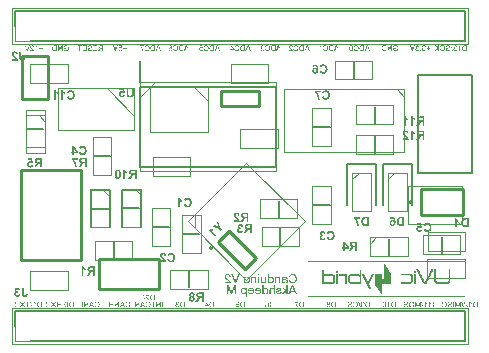
<source format=gbo>
G04*
G04 #@! TF.GenerationSoftware,Altium Limited,Altium Designer,20.0.9 (164)*
G04*
G04 Layer_Color=32896*
%FSLAX25Y25*%
%MOIN*%
G70*
G01*
G75*
%ADD10C,0.01000*%
%ADD14C,0.00787*%
%ADD15C,0.00394*%
%ADD16C,0.00197*%
G36*
X152463Y28089D02*
Y27995D01*
Y27900D01*
X100069D01*
Y27995D01*
Y28089D01*
Y28183D01*
X152463D01*
Y28089D01*
D02*
G37*
G36*
X136132Y24785D02*
Y24690D01*
Y24596D01*
Y24502D01*
Y24407D01*
Y24313D01*
Y24218D01*
X135565D01*
Y24313D01*
Y24407D01*
Y24502D01*
Y24596D01*
Y24690D01*
Y24785D01*
Y24879D01*
X136132D01*
Y24785D01*
D02*
G37*
G36*
X110265Y24596D02*
Y24502D01*
Y24407D01*
Y24313D01*
Y24218D01*
Y24124D01*
X109604D01*
Y24218D01*
Y24313D01*
Y24407D01*
Y24502D01*
Y24596D01*
Y24690D01*
X110265D01*
Y24596D01*
D02*
G37*
G36*
X118006Y25068D02*
Y24974D01*
Y24879D01*
Y24785D01*
Y24690D01*
Y24596D01*
Y24502D01*
Y24407D01*
Y24313D01*
Y24218D01*
Y24124D01*
Y24030D01*
Y23935D01*
Y23841D01*
Y23746D01*
Y23652D01*
Y23558D01*
Y23463D01*
Y23369D01*
Y23275D01*
Y23180D01*
Y23086D01*
Y22991D01*
Y22897D01*
Y22803D01*
Y22708D01*
Y22614D01*
Y22519D01*
Y22425D01*
Y22331D01*
Y22236D01*
Y22142D01*
Y22047D01*
Y21953D01*
Y21858D01*
Y21764D01*
Y21670D01*
Y21575D01*
Y21481D01*
Y21386D01*
Y21292D01*
Y21198D01*
Y21103D01*
Y21009D01*
Y20914D01*
Y20820D01*
Y20726D01*
Y20631D01*
Y20537D01*
Y20442D01*
Y20348D01*
X117723D01*
Y20442D01*
X117629D01*
Y20537D01*
X117534D01*
Y20442D01*
X117440D01*
Y20348D01*
X114230D01*
Y20442D01*
Y20537D01*
X114041D01*
Y20631D01*
X113947D01*
Y20726D01*
X113852D01*
Y20820D01*
X113758D01*
Y20914D01*
X113663D01*
Y21009D01*
Y21103D01*
Y21198D01*
Y21292D01*
Y21386D01*
Y21481D01*
Y21575D01*
Y21670D01*
Y21764D01*
Y21858D01*
Y21953D01*
Y22047D01*
Y22142D01*
Y22236D01*
Y22331D01*
Y22425D01*
Y22519D01*
Y22614D01*
Y22708D01*
Y22803D01*
Y22897D01*
Y22991D01*
Y23086D01*
X113758D01*
Y23180D01*
Y23275D01*
X113852D01*
Y23180D01*
X113947D01*
Y23275D01*
Y23369D01*
X114041D01*
Y23463D01*
X114136D01*
Y23558D01*
X114230D01*
Y23652D01*
X117345D01*
Y23558D01*
X117440D01*
Y23652D01*
Y23746D01*
Y23841D01*
Y23935D01*
Y24030D01*
Y24124D01*
Y24218D01*
Y24313D01*
Y24407D01*
Y24502D01*
Y24596D01*
Y24690D01*
Y24785D01*
Y24879D01*
Y24974D01*
Y25068D01*
Y25163D01*
X118006D01*
Y25068D01*
D02*
G37*
G36*
X113286Y23558D02*
Y23463D01*
Y23369D01*
Y23275D01*
Y23180D01*
Y23086D01*
Y22991D01*
Y22897D01*
Y22803D01*
Y22708D01*
Y22614D01*
Y22519D01*
Y22425D01*
Y22331D01*
Y22236D01*
Y22142D01*
Y22047D01*
Y21953D01*
Y21858D01*
Y21764D01*
Y21670D01*
Y21575D01*
Y21481D01*
Y21386D01*
Y21292D01*
Y21198D01*
Y21103D01*
Y21009D01*
Y20914D01*
Y20820D01*
Y20726D01*
Y20631D01*
Y20537D01*
Y20442D01*
Y20348D01*
X112625D01*
Y20442D01*
Y20537D01*
Y20631D01*
Y20726D01*
Y20820D01*
Y20914D01*
Y21009D01*
Y21103D01*
Y21198D01*
Y21292D01*
Y21386D01*
Y21481D01*
Y21575D01*
Y21670D01*
Y21764D01*
Y21858D01*
Y21953D01*
Y22047D01*
Y22142D01*
Y22236D01*
Y22331D01*
Y22425D01*
Y22519D01*
Y22614D01*
Y22708D01*
Y22803D01*
Y22897D01*
X112531D01*
Y22991D01*
X112436D01*
Y23086D01*
X110643D01*
Y23180D01*
Y23275D01*
Y23369D01*
Y23463D01*
Y23558D01*
Y23652D01*
X112720D01*
Y23558D01*
X112908D01*
Y23652D01*
X113286D01*
Y23558D01*
D02*
G37*
G36*
X125653Y27051D02*
X125747D01*
Y26956D01*
Y26862D01*
X125842D01*
Y26767D01*
X125936D01*
Y26673D01*
Y26579D01*
X126030D01*
Y26484D01*
Y26390D01*
X126125D01*
Y26295D01*
X126219D01*
Y26201D01*
X126314D01*
Y26107D01*
Y26012D01*
X126408D01*
Y25918D01*
Y25823D01*
X126502D01*
Y25729D01*
X126597D01*
Y25635D01*
X126691D01*
Y25540D01*
Y25446D01*
Y25351D01*
X126880D01*
Y25257D01*
Y25163D01*
X126974D01*
Y25068D01*
X127069D01*
Y24974D01*
Y24879D01*
X127163D01*
Y24785D01*
Y24690D01*
X127258D01*
Y24596D01*
Y24502D01*
X127352D01*
Y24407D01*
X127541D01*
Y24313D01*
Y24218D01*
X127635D01*
Y24124D01*
X127730D01*
Y24030D01*
Y23935D01*
X127824D01*
Y23841D01*
Y23746D01*
Y23652D01*
Y23558D01*
Y23463D01*
Y23369D01*
Y23275D01*
Y23180D01*
Y23086D01*
Y22991D01*
Y22897D01*
Y22803D01*
Y22708D01*
Y22614D01*
Y22519D01*
Y22425D01*
Y22331D01*
Y22236D01*
Y22142D01*
Y22047D01*
Y21953D01*
Y21858D01*
Y21764D01*
Y21670D01*
Y21575D01*
Y21481D01*
Y21386D01*
Y21292D01*
Y21198D01*
Y21103D01*
Y21009D01*
Y20914D01*
Y20820D01*
Y20726D01*
Y20631D01*
Y20537D01*
Y20442D01*
X124803D01*
Y20348D01*
Y20254D01*
Y20159D01*
Y20065D01*
Y19970D01*
Y19876D01*
Y19782D01*
Y19687D01*
Y19593D01*
Y19498D01*
Y19404D01*
Y19309D01*
Y19215D01*
Y19121D01*
Y19026D01*
Y18932D01*
Y18837D01*
Y18743D01*
Y18649D01*
Y18554D01*
Y18460D01*
Y18365D01*
Y18271D01*
Y18177D01*
Y18082D01*
Y17988D01*
Y17894D01*
Y17799D01*
Y17705D01*
Y17610D01*
Y17516D01*
Y17421D01*
Y17327D01*
Y17233D01*
Y17138D01*
Y17044D01*
Y16949D01*
Y16855D01*
Y16761D01*
X124709D01*
Y16855D01*
Y16949D01*
Y17044D01*
X124614D01*
Y17138D01*
X124520D01*
Y17233D01*
Y17327D01*
X124331D01*
Y17421D01*
Y17516D01*
Y17610D01*
X124142D01*
Y17705D01*
Y17799D01*
Y17894D01*
X124048D01*
Y17988D01*
X123953D01*
Y18082D01*
Y18177D01*
X123859D01*
Y18271D01*
X123765D01*
Y18365D01*
Y18460D01*
X123670D01*
Y18554D01*
X123482D01*
Y18649D01*
Y18743D01*
Y18837D01*
X123387D01*
Y18932D01*
X123293D01*
Y19026D01*
X123198D01*
Y19121D01*
Y19215D01*
X123104D01*
Y19309D01*
Y19404D01*
X123010D01*
Y19498D01*
X122915D01*
Y19593D01*
Y19687D01*
X122821D01*
Y19782D01*
Y19876D01*
X122632D01*
Y19970D01*
X122538D01*
Y20065D01*
Y20159D01*
Y20254D01*
Y20348D01*
Y20442D01*
Y20537D01*
Y20631D01*
Y20726D01*
Y20820D01*
Y20914D01*
Y21009D01*
Y21103D01*
Y21198D01*
Y21292D01*
Y21386D01*
Y21481D01*
Y21575D01*
Y21670D01*
Y21764D01*
Y21858D01*
Y21953D01*
Y22047D01*
Y22142D01*
Y22236D01*
Y22331D01*
Y22425D01*
Y22519D01*
Y22614D01*
Y22708D01*
Y22803D01*
Y22897D01*
Y22991D01*
Y23086D01*
Y23180D01*
Y23275D01*
Y23369D01*
Y23463D01*
Y23558D01*
Y23652D01*
X124803D01*
Y23558D01*
Y23463D01*
Y23369D01*
Y23275D01*
Y23180D01*
Y23086D01*
Y22991D01*
Y22897D01*
Y22803D01*
Y22708D01*
Y22614D01*
Y22519D01*
Y22425D01*
Y22331D01*
Y22236D01*
Y22142D01*
Y22047D01*
X124898D01*
Y21953D01*
X125558D01*
Y22047D01*
Y22142D01*
Y22236D01*
Y22331D01*
Y22425D01*
Y22519D01*
Y22614D01*
Y22708D01*
Y22803D01*
Y22897D01*
Y22991D01*
Y23086D01*
Y23180D01*
Y23275D01*
Y23369D01*
Y23463D01*
Y23558D01*
Y23652D01*
Y23746D01*
Y23841D01*
Y23935D01*
Y24030D01*
Y24124D01*
Y24218D01*
Y24313D01*
Y24407D01*
Y24502D01*
Y24596D01*
Y24690D01*
Y24785D01*
Y24879D01*
Y24974D01*
Y25068D01*
Y25163D01*
Y25257D01*
Y25351D01*
Y25446D01*
Y25540D01*
Y25635D01*
Y25729D01*
Y25823D01*
Y25918D01*
Y26012D01*
Y26107D01*
Y26201D01*
Y26295D01*
Y26390D01*
Y26484D01*
Y26579D01*
Y26673D01*
Y26767D01*
Y26862D01*
Y26956D01*
Y27051D01*
Y27145D01*
X125653D01*
Y27051D01*
D02*
G37*
G36*
X147649Y25257D02*
Y25163D01*
Y25068D01*
Y24974D01*
Y24879D01*
Y24785D01*
Y24690D01*
Y24596D01*
Y24502D01*
Y24407D01*
Y24313D01*
Y24218D01*
Y24124D01*
Y24030D01*
Y23935D01*
Y23841D01*
Y23746D01*
Y23652D01*
Y23558D01*
Y23463D01*
Y23369D01*
Y23275D01*
Y23180D01*
Y23086D01*
Y22991D01*
Y22897D01*
Y22803D01*
Y22708D01*
Y22614D01*
Y22519D01*
Y22425D01*
Y22331D01*
Y22236D01*
Y22142D01*
Y22047D01*
Y21953D01*
Y21858D01*
Y21764D01*
Y21670D01*
Y21575D01*
Y21481D01*
Y21386D01*
Y21292D01*
Y21198D01*
Y21103D01*
X147555D01*
Y21009D01*
X147460D01*
Y20914D01*
X147366D01*
Y20820D01*
X147271D01*
Y20726D01*
X147177D01*
Y20631D01*
X147082D01*
Y20537D01*
X142929D01*
Y20631D01*
X142740D01*
Y20726D01*
Y20820D01*
X142551D01*
Y20914D01*
X142457D01*
Y21009D01*
X142362D01*
Y21103D01*
Y21198D01*
X142268D01*
Y21292D01*
Y21386D01*
Y21481D01*
Y21575D01*
Y21670D01*
Y21764D01*
Y21858D01*
Y21953D01*
Y22047D01*
Y22142D01*
Y22236D01*
Y22331D01*
Y22425D01*
Y22519D01*
Y22614D01*
Y22708D01*
Y22803D01*
Y22897D01*
Y22991D01*
Y23086D01*
Y23180D01*
Y23275D01*
Y23369D01*
Y23463D01*
Y23558D01*
Y23652D01*
Y23746D01*
Y23841D01*
Y23935D01*
Y24030D01*
Y24124D01*
Y24218D01*
Y24313D01*
Y24407D01*
Y24502D01*
Y24596D01*
Y24690D01*
Y24785D01*
Y24879D01*
Y24974D01*
Y25068D01*
Y25163D01*
Y25257D01*
Y25351D01*
X142929D01*
Y25257D01*
Y25163D01*
Y25068D01*
Y24974D01*
Y24879D01*
Y24785D01*
Y24690D01*
Y24596D01*
Y24502D01*
Y24407D01*
Y24313D01*
Y24218D01*
Y24124D01*
Y24030D01*
Y23935D01*
Y23841D01*
Y23746D01*
Y23652D01*
Y23558D01*
Y23463D01*
Y23369D01*
Y23275D01*
Y23180D01*
Y23086D01*
Y22991D01*
Y22897D01*
Y22803D01*
Y22708D01*
Y22614D01*
Y22519D01*
Y22425D01*
Y22331D01*
Y22236D01*
Y22142D01*
Y22047D01*
Y21953D01*
Y21858D01*
Y21764D01*
Y21670D01*
Y21575D01*
Y21481D01*
Y21386D01*
Y21292D01*
X143023D01*
Y21198D01*
X143117D01*
Y21103D01*
X146894D01*
Y21198D01*
Y21292D01*
X146988D01*
Y21386D01*
X147082D01*
Y21481D01*
Y21575D01*
Y21670D01*
Y21764D01*
Y21858D01*
Y21953D01*
Y22047D01*
Y22142D01*
Y22236D01*
Y22331D01*
Y22425D01*
Y22519D01*
Y22614D01*
Y22708D01*
Y22803D01*
Y22897D01*
Y22991D01*
Y23086D01*
Y23180D01*
Y23275D01*
Y23369D01*
Y23463D01*
Y23558D01*
Y23652D01*
Y23746D01*
Y23841D01*
Y23935D01*
Y24030D01*
Y24124D01*
Y24218D01*
Y24313D01*
Y24407D01*
Y24502D01*
Y24596D01*
Y24690D01*
Y24785D01*
Y24879D01*
Y24974D01*
Y25068D01*
Y25163D01*
Y25257D01*
Y25351D01*
X147649D01*
Y25257D01*
D02*
G37*
G36*
X134527Y23746D02*
X134621D01*
Y23652D01*
X134715D01*
Y23558D01*
X134810D01*
Y23463D01*
Y23369D01*
X134999D01*
Y23275D01*
X135093D01*
Y23180D01*
Y23086D01*
Y22991D01*
Y22897D01*
Y22803D01*
Y22708D01*
Y22614D01*
Y22519D01*
Y22425D01*
Y22331D01*
Y22236D01*
Y22142D01*
Y22047D01*
Y21953D01*
Y21858D01*
Y21764D01*
Y21670D01*
Y21575D01*
Y21481D01*
Y21386D01*
Y21292D01*
Y21198D01*
Y21103D01*
Y21009D01*
X134999D01*
Y20914D01*
X134904D01*
Y20820D01*
X134810D01*
Y20726D01*
X134715D01*
Y20631D01*
X134621D01*
Y20537D01*
X131034D01*
Y20631D01*
Y20726D01*
Y20820D01*
Y20914D01*
Y21009D01*
Y21103D01*
X134338D01*
Y21198D01*
X134432D01*
Y21103D01*
X134527D01*
Y21198D01*
X134432D01*
Y21292D01*
X134527D01*
Y21386D01*
Y21481D01*
Y21575D01*
Y21670D01*
Y21764D01*
Y21858D01*
Y21953D01*
Y22047D01*
Y22142D01*
Y22236D01*
Y22331D01*
Y22425D01*
Y22519D01*
Y22614D01*
Y22708D01*
Y22803D01*
Y22897D01*
Y22991D01*
X134432D01*
Y23086D01*
X134527D01*
Y23180D01*
X134244D01*
Y23275D01*
X131034D01*
Y23369D01*
Y23463D01*
Y23558D01*
Y23652D01*
Y23746D01*
Y23841D01*
X134527D01*
Y23746D01*
D02*
G37*
G36*
X142079Y25257D02*
X141890D01*
Y25163D01*
X141985D01*
Y25068D01*
X141890D01*
Y24974D01*
Y24879D01*
X141796D01*
Y24785D01*
Y24690D01*
X141701D01*
Y24596D01*
Y24502D01*
X141607D01*
Y24407D01*
Y24313D01*
X141513D01*
Y24218D01*
X141418D01*
Y24124D01*
Y24030D01*
Y23935D01*
X141324D01*
Y23841D01*
Y23746D01*
X141135D01*
Y23652D01*
X141229D01*
Y23558D01*
X141135D01*
Y23463D01*
Y23369D01*
X141041D01*
Y23275D01*
Y23180D01*
X140946D01*
Y23086D01*
Y22991D01*
X140852D01*
Y22897D01*
Y22803D01*
X140757D01*
Y22708D01*
X140663D01*
Y22614D01*
Y22519D01*
Y22425D01*
X140569D01*
Y22331D01*
Y22236D01*
X140380D01*
Y22142D01*
X140474D01*
Y22047D01*
X140380D01*
Y21953D01*
Y21858D01*
X140285D01*
Y21764D01*
Y21670D01*
X140191D01*
Y21575D01*
Y21481D01*
X140097D01*
Y21386D01*
Y21292D01*
X140002D01*
Y21198D01*
X139908D01*
Y21103D01*
Y21009D01*
Y20914D01*
X139813D01*
Y20820D01*
Y20726D01*
X139625D01*
Y20631D01*
X139719D01*
Y20537D01*
X138681D01*
Y20631D01*
X138586D01*
Y20726D01*
X138492D01*
Y20820D01*
Y20914D01*
X138397D01*
Y21009D01*
Y21103D01*
X138303D01*
Y21198D01*
Y21292D01*
X138208D01*
Y21386D01*
Y21481D01*
X138114D01*
Y21575D01*
Y21670D01*
X138020D01*
Y21764D01*
Y21858D01*
X137925D01*
Y21953D01*
Y22047D01*
Y22142D01*
X137831D01*
Y22236D01*
X137736D01*
Y22331D01*
Y22425D01*
X137642D01*
Y22519D01*
Y22614D01*
X137548D01*
Y22708D01*
Y22803D01*
X137453D01*
Y22897D01*
Y22991D01*
X137359D01*
Y23086D01*
Y23180D01*
X137265D01*
Y23275D01*
Y23369D01*
X137170D01*
Y23463D01*
Y23558D01*
Y23652D01*
X137076D01*
Y23746D01*
X136981D01*
Y23841D01*
Y23935D01*
X136887D01*
Y24030D01*
Y24124D01*
X136792D01*
Y24218D01*
Y24313D01*
X136698D01*
Y24407D01*
Y24502D01*
X136604D01*
Y24596D01*
Y24690D01*
X136509D01*
Y24785D01*
Y24879D01*
X136415D01*
Y24974D01*
Y25068D01*
Y25163D01*
X136320D01*
Y25257D01*
X136226D01*
Y25351D01*
X136981D01*
Y25257D01*
Y25163D01*
X137076D01*
Y25068D01*
Y24974D01*
X137170D01*
Y24879D01*
Y24785D01*
X137265D01*
Y24690D01*
Y24596D01*
X137359D01*
Y24502D01*
X137265D01*
Y24407D01*
X137359D01*
Y24313D01*
X137453D01*
Y24218D01*
X137548D01*
Y24124D01*
Y24030D01*
X137642D01*
Y23935D01*
X137548D01*
Y23841D01*
X137736D01*
Y23746D01*
Y23652D01*
X137831D01*
Y23558D01*
Y23463D01*
X137925D01*
Y23369D01*
Y23275D01*
X138020D01*
Y23180D01*
Y23086D01*
X138114D01*
Y22991D01*
X138020D01*
Y22897D01*
X138114D01*
Y22803D01*
X138208D01*
Y22708D01*
X138303D01*
Y22614D01*
Y22519D01*
X138397D01*
Y22425D01*
X138303D01*
Y22331D01*
X138492D01*
Y22236D01*
Y22142D01*
X138586D01*
Y22047D01*
Y21953D01*
X138681D01*
Y21858D01*
Y21764D01*
X138775D01*
Y21670D01*
Y21575D01*
X138869D01*
Y21481D01*
X138775D01*
Y21386D01*
X138869D01*
Y21292D01*
X138964D01*
Y21198D01*
X139058D01*
Y21103D01*
Y21009D01*
X139247D01*
Y21103D01*
Y21198D01*
Y21292D01*
X139341D01*
Y21386D01*
Y21481D01*
X139436D01*
Y21575D01*
Y21670D01*
X139530D01*
Y21764D01*
Y21858D01*
X139625D01*
Y21953D01*
Y22047D01*
X139719D01*
Y22142D01*
Y22236D01*
X139813D01*
Y22331D01*
Y22425D01*
X139908D01*
Y22519D01*
X140002D01*
Y22614D01*
Y22708D01*
Y22803D01*
X140097D01*
Y22897D01*
Y22991D01*
X140191D01*
Y23086D01*
Y23180D01*
X140380D01*
Y23275D01*
X140285D01*
Y23369D01*
X140380D01*
Y23463D01*
Y23558D01*
X140474D01*
Y23652D01*
Y23746D01*
X140569D01*
Y23841D01*
Y23935D01*
X140663D01*
Y24030D01*
X140757D01*
Y24124D01*
Y24218D01*
Y24313D01*
X140852D01*
Y24407D01*
Y24502D01*
X140946D01*
Y24596D01*
Y24690D01*
X141041D01*
Y24785D01*
Y24879D01*
X141135D01*
Y24974D01*
Y25068D01*
X141229D01*
Y25163D01*
Y25257D01*
X141324D01*
Y25351D01*
X142079D01*
Y25257D01*
D02*
G37*
G36*
X122160Y23558D02*
X122065D01*
Y23463D01*
Y23369D01*
X121971D01*
Y23275D01*
Y23180D01*
X121877D01*
Y23086D01*
Y22991D01*
X121782D01*
Y22897D01*
X121688D01*
Y22803D01*
Y22708D01*
Y22614D01*
X121593D01*
Y22519D01*
Y22425D01*
X121499D01*
Y22331D01*
X121405D01*
Y22236D01*
Y22142D01*
Y22047D01*
X121310D01*
Y21953D01*
Y21858D01*
X121216D01*
Y21764D01*
Y21670D01*
X121121D01*
Y21575D01*
Y21481D01*
X121027D01*
Y21386D01*
X120933D01*
Y21292D01*
Y21198D01*
Y21103D01*
X120838D01*
Y21009D01*
Y20914D01*
X120744D01*
Y20820D01*
X120649D01*
Y20726D01*
Y20631D01*
Y20537D01*
X120555D01*
Y20442D01*
Y20348D01*
Y20254D01*
Y20159D01*
X120649D01*
Y20065D01*
Y19970D01*
X120744D01*
Y19876D01*
Y19782D01*
X120838D01*
Y19687D01*
X120744D01*
Y19593D01*
X120933D01*
Y19498D01*
Y19404D01*
X121027D01*
Y19309D01*
Y19215D01*
Y19121D01*
Y19026D01*
X121216D01*
Y18932D01*
Y18837D01*
X121121D01*
Y18932D01*
X121027D01*
Y18837D01*
X120461D01*
Y18932D01*
Y19026D01*
Y19121D01*
Y19215D01*
X120272D01*
Y19309D01*
Y19404D01*
X120177D01*
Y19498D01*
Y19593D01*
Y19687D01*
X120083D01*
Y19782D01*
X119989D01*
Y19876D01*
Y19970D01*
X119894D01*
Y20065D01*
Y20159D01*
X119800D01*
Y20254D01*
Y20348D01*
X119705D01*
Y20442D01*
Y20537D01*
X119611D01*
Y20631D01*
X119705D01*
Y20726D01*
X119517D01*
Y20820D01*
Y20914D01*
X119422D01*
Y21009D01*
Y21103D01*
X119328D01*
Y21198D01*
Y21292D01*
X119233D01*
Y21386D01*
Y21481D01*
X119139D01*
Y21575D01*
Y21670D01*
X119044D01*
Y21764D01*
Y21858D01*
X118950D01*
Y21953D01*
Y22047D01*
X118856D01*
Y22142D01*
Y22236D01*
X118761D01*
Y22331D01*
Y22425D01*
X118667D01*
Y22519D01*
Y22614D01*
X118572D01*
Y22708D01*
Y22803D01*
X118478D01*
Y22897D01*
Y22991D01*
X118384D01*
Y23086D01*
Y23180D01*
X118289D01*
Y23275D01*
Y23369D01*
X118195D01*
Y23463D01*
Y23558D01*
X118101D01*
Y23652D01*
X118761D01*
Y23558D01*
X118950D01*
Y23463D01*
Y23369D01*
X119044D01*
Y23275D01*
Y23180D01*
X119139D01*
Y23086D01*
Y22991D01*
X119233D01*
Y22897D01*
Y22803D01*
X119328D01*
Y22708D01*
X119233D01*
Y22614D01*
X119422D01*
Y22519D01*
Y22425D01*
X119517D01*
Y22331D01*
Y22236D01*
Y22142D01*
Y22047D01*
X119705D01*
Y21953D01*
Y21858D01*
X119800D01*
Y21764D01*
Y21670D01*
X119894D01*
Y21575D01*
Y21481D01*
X119989D01*
Y21386D01*
Y21292D01*
X120083D01*
Y21198D01*
X119989D01*
Y21103D01*
X120083D01*
Y21009D01*
X120177D01*
Y21103D01*
Y21198D01*
X120272D01*
Y21292D01*
Y21386D01*
X120366D01*
Y21481D01*
Y21575D01*
X120461D01*
Y21670D01*
X120555D01*
Y21764D01*
Y21858D01*
Y21953D01*
X120649D01*
Y22047D01*
Y22142D01*
X120744D01*
Y22236D01*
Y22331D01*
X120838D01*
Y22425D01*
Y22519D01*
X120933D01*
Y22614D01*
Y22708D01*
X121027D01*
Y22803D01*
Y22897D01*
X121121D01*
Y22991D01*
Y23086D01*
X121216D01*
Y23180D01*
X121310D01*
Y23275D01*
Y23369D01*
Y23463D01*
X121405D01*
Y23558D01*
Y23652D01*
X122160D01*
Y23558D01*
D02*
G37*
G36*
X136132Y23746D02*
Y23652D01*
Y23558D01*
Y23463D01*
Y23369D01*
Y23275D01*
Y23180D01*
Y23086D01*
Y22991D01*
Y22897D01*
Y22803D01*
Y22708D01*
Y22614D01*
Y22519D01*
Y22425D01*
Y22331D01*
Y22236D01*
Y22142D01*
Y22047D01*
Y21953D01*
Y21858D01*
Y21764D01*
Y21670D01*
Y21575D01*
Y21481D01*
Y21386D01*
Y21292D01*
Y21198D01*
Y21103D01*
Y21009D01*
Y20914D01*
Y20820D01*
Y20726D01*
Y20631D01*
Y20537D01*
X135565D01*
Y20631D01*
Y20726D01*
Y20820D01*
Y20914D01*
Y21009D01*
Y21103D01*
Y21198D01*
Y21292D01*
Y21386D01*
Y21481D01*
Y21575D01*
Y21670D01*
Y21764D01*
Y21858D01*
Y21953D01*
Y22047D01*
Y22142D01*
Y22236D01*
Y22331D01*
Y22425D01*
Y22519D01*
Y22614D01*
Y22708D01*
Y22803D01*
Y22897D01*
Y22991D01*
Y23086D01*
Y23180D01*
Y23275D01*
Y23369D01*
Y23463D01*
Y23558D01*
Y23652D01*
Y23746D01*
Y23841D01*
X136132D01*
Y23746D01*
D02*
G37*
G36*
X110265Y23558D02*
Y23463D01*
Y23369D01*
Y23275D01*
Y23180D01*
Y23086D01*
Y22991D01*
Y22897D01*
Y22803D01*
Y22708D01*
Y22614D01*
Y22519D01*
Y22425D01*
Y22331D01*
Y22236D01*
Y22142D01*
Y22047D01*
Y21953D01*
Y21858D01*
Y21764D01*
Y21670D01*
Y21575D01*
Y21481D01*
Y21386D01*
Y21292D01*
Y21198D01*
Y21103D01*
Y21009D01*
Y20914D01*
Y20820D01*
Y20726D01*
Y20631D01*
Y20537D01*
Y20442D01*
Y20348D01*
X109604D01*
Y20442D01*
Y20537D01*
Y20631D01*
Y20726D01*
Y20820D01*
Y20914D01*
Y21009D01*
Y21103D01*
Y21198D01*
Y21292D01*
Y21386D01*
Y21481D01*
Y21575D01*
Y21670D01*
Y21764D01*
Y21858D01*
Y21953D01*
Y22047D01*
Y22142D01*
Y22236D01*
Y22331D01*
Y22425D01*
Y22519D01*
Y22614D01*
Y22708D01*
Y22803D01*
Y22897D01*
Y22991D01*
Y23086D01*
Y23180D01*
Y23275D01*
Y23369D01*
Y23463D01*
Y23558D01*
Y23652D01*
X110265D01*
Y23558D01*
D02*
G37*
G36*
X105450Y25068D02*
Y24974D01*
Y24879D01*
Y24785D01*
Y24690D01*
Y24596D01*
Y24502D01*
Y24407D01*
Y24313D01*
Y24218D01*
Y24124D01*
Y24030D01*
Y23935D01*
Y23841D01*
Y23746D01*
Y23652D01*
Y23558D01*
X105639D01*
Y23652D01*
X108660D01*
Y23558D01*
X108755D01*
Y23463D01*
X108849D01*
Y23369D01*
X108943D01*
Y23275D01*
X109038D01*
Y23180D01*
X109132D01*
Y23086D01*
X109227D01*
Y22991D01*
Y22897D01*
Y22803D01*
Y22708D01*
Y22614D01*
Y22519D01*
Y22425D01*
Y22331D01*
Y22236D01*
Y22142D01*
Y22047D01*
Y21953D01*
Y21858D01*
Y21764D01*
Y21670D01*
Y21575D01*
Y21481D01*
Y21386D01*
Y21292D01*
Y21198D01*
Y21103D01*
Y21009D01*
Y20914D01*
X109132D01*
Y20820D01*
X108943D01*
Y20726D01*
Y20631D01*
X108849D01*
Y20537D01*
X108660D01*
Y20442D01*
X108566D01*
Y20348D01*
X105450D01*
Y20442D01*
Y20537D01*
X105262D01*
Y20442D01*
X105167D01*
Y20348D01*
X104884D01*
Y20442D01*
Y20537D01*
Y20631D01*
Y20726D01*
Y20820D01*
Y20914D01*
Y21009D01*
Y21103D01*
Y21198D01*
Y21292D01*
Y21386D01*
Y21481D01*
Y21575D01*
Y21670D01*
Y21764D01*
Y21858D01*
Y21953D01*
Y22047D01*
Y22142D01*
Y22236D01*
Y22331D01*
Y22425D01*
Y22519D01*
Y22614D01*
Y22708D01*
Y22803D01*
Y22897D01*
Y22991D01*
Y23086D01*
Y23180D01*
Y23275D01*
Y23369D01*
Y23463D01*
Y23558D01*
Y23652D01*
Y23746D01*
Y23841D01*
Y23935D01*
Y24030D01*
Y24124D01*
Y24218D01*
Y24313D01*
Y24407D01*
Y24502D01*
Y24596D01*
Y24690D01*
Y24785D01*
Y24879D01*
Y24974D01*
Y25068D01*
Y25163D01*
X105450D01*
Y25068D01*
D02*
G37*
G36*
X152463Y16194D02*
Y16100D01*
Y16005D01*
X100069D01*
Y16100D01*
Y16194D01*
Y16289D01*
X152463D01*
Y16194D01*
D02*
G37*
G36*
X83932Y23262D02*
X83561D01*
Y23686D01*
X83932D01*
Y23262D01*
D02*
G37*
G36*
X73479Y23695D02*
X73554Y23690D01*
X73623Y23677D01*
X73689Y23664D01*
X73750Y23647D01*
X73807Y23629D01*
X73859Y23607D01*
X73908Y23586D01*
X73951Y23564D01*
X73986Y23542D01*
X74017Y23524D01*
X74043Y23507D01*
X74065Y23494D01*
X74078Y23481D01*
X74087Y23476D01*
X74091Y23472D01*
X74135Y23428D01*
X74174Y23380D01*
X74213Y23328D01*
X74244Y23275D01*
X74296Y23170D01*
X74331Y23066D01*
X74344Y23018D01*
X74358Y22969D01*
X74366Y22930D01*
X74375Y22895D01*
X74379Y22864D01*
Y22843D01*
X74384Y22830D01*
Y22825D01*
X74004Y22786D01*
X73995Y22886D01*
X73977Y22974D01*
X73951Y23052D01*
X73921Y23114D01*
X73894Y23166D01*
X73868Y23201D01*
X73851Y23223D01*
X73842Y23232D01*
X73776Y23284D01*
X73707Y23323D01*
X73632Y23354D01*
X73567Y23371D01*
X73505Y23385D01*
X73453Y23389D01*
X73435Y23393D01*
X73409D01*
X73317Y23389D01*
X73234Y23371D01*
X73165Y23345D01*
X73103Y23319D01*
X73055Y23288D01*
X73025Y23267D01*
X73003Y23249D01*
X72994Y23240D01*
X72942Y23179D01*
X72902Y23118D01*
X72872Y23057D01*
X72854Y22996D01*
X72841Y22948D01*
X72837Y22904D01*
X72833Y22878D01*
Y22873D01*
Y22869D01*
X72841Y22790D01*
X72859Y22707D01*
X72889Y22633D01*
X72920Y22563D01*
X72955Y22506D01*
X72985Y22458D01*
X72994Y22441D01*
X73003Y22427D01*
X73012Y22423D01*
Y22419D01*
X73047Y22371D01*
X73090Y22323D01*
X73138Y22270D01*
X73191Y22218D01*
X73300Y22113D01*
X73409Y22008D01*
X73466Y21960D01*
X73514Y21916D01*
X73562Y21877D01*
X73602Y21842D01*
X73632Y21816D01*
X73658Y21794D01*
X73676Y21781D01*
X73680Y21776D01*
X73790Y21685D01*
X73890Y21597D01*
X73973Y21519D01*
X74039Y21453D01*
X74095Y21396D01*
X74135Y21357D01*
X74157Y21331D01*
X74165Y21326D01*
Y21322D01*
X74226Y21248D01*
X74275Y21178D01*
X74318Y21108D01*
X74353Y21047D01*
X74379Y20994D01*
X74397Y20955D01*
X74406Y20929D01*
X74410Y20924D01*
Y20920D01*
X74427Y20872D01*
X74436Y20828D01*
X74445Y20784D01*
X74449Y20745D01*
X74454Y20710D01*
Y20684D01*
Y20666D01*
Y20662D01*
X72448D01*
Y21020D01*
X73938D01*
X73886Y21095D01*
X73859Y21125D01*
X73838Y21156D01*
X73816Y21182D01*
X73798Y21200D01*
X73785Y21213D01*
X73781Y21217D01*
X73759Y21239D01*
X73733Y21261D01*
X73672Y21318D01*
X73602Y21383D01*
X73527Y21449D01*
X73457Y21506D01*
X73427Y21532D01*
X73401Y21558D01*
X73379Y21575D01*
X73361Y21588D01*
X73352Y21597D01*
X73348Y21602D01*
X73278Y21663D01*
X73208Y21720D01*
X73147Y21776D01*
X73090Y21824D01*
X73038Y21873D01*
X72994Y21916D01*
X72951Y21956D01*
X72916Y21991D01*
X72881Y22026D01*
X72854Y22052D01*
X72833Y22074D01*
X72811Y22095D01*
X72789Y22122D01*
X72780Y22130D01*
X72719Y22205D01*
X72666Y22270D01*
X72623Y22336D01*
X72588Y22388D01*
X72562Y22436D01*
X72544Y22471D01*
X72535Y22493D01*
X72531Y22502D01*
X72505Y22567D01*
X72487Y22633D01*
X72470Y22694D01*
X72461Y22747D01*
X72457Y22795D01*
X72452Y22830D01*
Y22851D01*
Y22860D01*
X72457Y22926D01*
X72465Y22987D01*
X72474Y23048D01*
X72492Y23100D01*
X72535Y23205D01*
X72579Y23288D01*
X72605Y23328D01*
X72627Y23358D01*
X72649Y23389D01*
X72671Y23411D01*
X72688Y23428D01*
X72697Y23446D01*
X72706Y23450D01*
X72710Y23455D01*
X72758Y23498D01*
X72811Y23538D01*
X72867Y23568D01*
X72924Y23594D01*
X73038Y23638D01*
X73151Y23669D01*
X73199Y23677D01*
X73248Y23686D01*
X73291Y23690D01*
X73326Y23695D01*
X73357Y23699D01*
X73401D01*
X73479Y23695D01*
D02*
G37*
G36*
X92515Y22899D02*
X92607Y22891D01*
X92694Y22878D01*
X92764Y22864D01*
X92825Y22851D01*
X92869Y22838D01*
X92886Y22834D01*
X92900Y22830D01*
X92904Y22825D01*
X92908D01*
X92983Y22795D01*
X93048Y22755D01*
X93105Y22720D01*
X93153Y22685D01*
X93188Y22650D01*
X93214Y22624D01*
X93232Y22607D01*
X93236Y22602D01*
X93275Y22546D01*
X93310Y22484D01*
X93336Y22423D01*
X93358Y22366D01*
X93376Y22309D01*
X93389Y22270D01*
X93393Y22253D01*
Y22240D01*
X93398Y22235D01*
Y22231D01*
X93035Y22183D01*
X93009Y22262D01*
X92983Y22331D01*
X92952Y22388D01*
X92926Y22432D01*
X92900Y22467D01*
X92878Y22489D01*
X92860Y22502D01*
X92856Y22506D01*
X92803Y22537D01*
X92742Y22559D01*
X92677Y22576D01*
X92615Y22585D01*
X92554Y22594D01*
X92511Y22598D01*
X92467D01*
X92366Y22594D01*
X92279Y22580D01*
X92209Y22559D01*
X92148Y22537D01*
X92104Y22511D01*
X92069Y22493D01*
X92047Y22476D01*
X92043Y22471D01*
X92008Y22432D01*
X91982Y22384D01*
X91960Y22331D01*
X91947Y22279D01*
X91938Y22231D01*
X91934Y22187D01*
Y22161D01*
Y22157D01*
Y22152D01*
Y22143D01*
Y22126D01*
Y22095D01*
X91938Y22069D01*
Y22061D01*
Y22056D01*
X91982Y22043D01*
X92030Y22030D01*
X92130Y22004D01*
X92244Y21982D01*
X92349Y21960D01*
X92401Y21951D01*
X92449Y21947D01*
X92493Y21938D01*
X92528Y21934D01*
X92559Y21929D01*
X92580D01*
X92598Y21925D01*
X92602D01*
X92681Y21916D01*
X92747Y21903D01*
X92803Y21894D01*
X92847Y21886D01*
X92882Y21881D01*
X92908Y21873D01*
X92926Y21868D01*
X92930D01*
X92987Y21851D01*
X93035Y21833D01*
X93083Y21811D01*
X93122Y21794D01*
X93157Y21776D01*
X93179Y21759D01*
X93197Y21750D01*
X93201Y21746D01*
X93245Y21715D01*
X93280Y21680D01*
X93315Y21645D01*
X93341Y21610D01*
X93363Y21580D01*
X93380Y21553D01*
X93389Y21536D01*
X93393Y21532D01*
X93415Y21484D01*
X93433Y21431D01*
X93446Y21383D01*
X93454Y21335D01*
X93459Y21296D01*
X93463Y21265D01*
Y21248D01*
Y21239D01*
X93459Y21186D01*
X93454Y21143D01*
X93433Y21051D01*
X93402Y20977D01*
X93367Y20911D01*
X93332Y20859D01*
X93301Y20819D01*
X93280Y20798D01*
X93271Y20789D01*
X93192Y20732D01*
X93105Y20688D01*
X93009Y20658D01*
X92921Y20636D01*
X92843Y20623D01*
X92808Y20618D01*
X92777D01*
X92751Y20614D01*
X92716D01*
X92637Y20618D01*
X92559Y20627D01*
X92489Y20636D01*
X92427Y20649D01*
X92379Y20662D01*
X92340Y20675D01*
X92314Y20680D01*
X92305Y20684D01*
X92231Y20715D01*
X92161Y20754D01*
X92095Y20798D01*
X92030Y20837D01*
X91977Y20876D01*
X91938Y20907D01*
X91912Y20929D01*
X91908Y20937D01*
X91903D01*
X91894Y20881D01*
X91886Y20828D01*
X91877Y20780D01*
X91864Y20741D01*
X91851Y20706D01*
X91842Y20684D01*
X91838Y20666D01*
X91833Y20662D01*
X91444D01*
X91466Y20710D01*
X91488Y20758D01*
X91505Y20802D01*
X91514Y20841D01*
X91527Y20876D01*
X91532Y20902D01*
X91536Y20920D01*
Y20924D01*
X91540Y20955D01*
X91545Y20994D01*
Y21038D01*
X91549Y21086D01*
X91553Y21195D01*
Y21304D01*
X91558Y21409D01*
Y21457D01*
Y21497D01*
Y21532D01*
Y21558D01*
Y21575D01*
Y21580D01*
Y22078D01*
Y22161D01*
X91562Y22235D01*
X91567Y22292D01*
Y22340D01*
X91571Y22375D01*
X91575Y22401D01*
X91580Y22414D01*
Y22419D01*
X91593Y22476D01*
X91610Y22524D01*
X91628Y22563D01*
X91650Y22602D01*
X91667Y22629D01*
X91680Y22650D01*
X91689Y22663D01*
X91693Y22668D01*
X91728Y22703D01*
X91768Y22738D01*
X91811Y22764D01*
X91855Y22790D01*
X91894Y22808D01*
X91925Y22821D01*
X91947Y22830D01*
X91956Y22834D01*
X92026Y22856D01*
X92100Y22873D01*
X92174Y22886D01*
X92248Y22895D01*
X92314Y22899D01*
X92362Y22904D01*
X92410D01*
X92515Y22899D01*
D02*
G37*
G36*
X76210Y20662D02*
X75791D01*
X74611Y23686D01*
X75017D01*
X75839Y21488D01*
X75874Y21396D01*
X75905Y21309D01*
X75931Y21226D01*
X75953Y21151D01*
X75975Y21086D01*
X75988Y21038D01*
X75992Y21020D01*
X75996Y21007D01*
X76001Y20999D01*
Y20994D01*
X76053Y21169D01*
X76079Y21252D01*
X76106Y21326D01*
X76127Y21392D01*
X76136Y21418D01*
X76141Y21444D01*
X76149Y21462D01*
X76154Y21475D01*
X76158Y21484D01*
Y21488D01*
X76945Y23686D01*
X77382D01*
X76210Y20662D01*
D02*
G37*
G36*
X95176Y23730D02*
X95316Y23708D01*
X95438Y23682D01*
X95495Y23664D01*
X95548Y23647D01*
X95596Y23629D01*
X95639Y23612D01*
X95675Y23599D01*
X95709Y23586D01*
X95731Y23573D01*
X95749Y23564D01*
X95762Y23559D01*
X95766Y23555D01*
X95884Y23481D01*
X95985Y23393D01*
X96072Y23306D01*
X96146Y23219D01*
X96203Y23140D01*
X96225Y23105D01*
X96243Y23074D01*
X96260Y23052D01*
X96269Y23035D01*
X96273Y23022D01*
X96277Y23018D01*
X96339Y22882D01*
X96382Y22742D01*
X96413Y22602D01*
X96435Y22476D01*
X96444Y22419D01*
X96448Y22362D01*
X96452Y22318D01*
Y22275D01*
X96457Y22244D01*
Y22218D01*
Y22200D01*
Y22196D01*
X96448Y22039D01*
X96430Y21886D01*
X96409Y21750D01*
X96391Y21685D01*
X96378Y21628D01*
X96365Y21575D01*
X96347Y21527D01*
X96334Y21484D01*
X96326Y21449D01*
X96312Y21422D01*
X96308Y21401D01*
X96299Y21387D01*
Y21383D01*
X96234Y21252D01*
X96159Y21134D01*
X96081Y21034D01*
X96042Y20994D01*
X96007Y20955D01*
X95972Y20920D01*
X95937Y20889D01*
X95906Y20863D01*
X95880Y20846D01*
X95862Y20828D01*
X95845Y20815D01*
X95836Y20811D01*
X95832Y20806D01*
X95771Y20771D01*
X95709Y20741D01*
X95578Y20693D01*
X95447Y20658D01*
X95320Y20636D01*
X95259Y20627D01*
X95207Y20618D01*
X95159Y20614D01*
X95120D01*
X95085Y20610D01*
X95036D01*
X94949Y20614D01*
X94866Y20623D01*
X94787Y20631D01*
X94713Y20649D01*
X94643Y20671D01*
X94578Y20693D01*
X94516Y20715D01*
X94460Y20741D01*
X94411Y20763D01*
X94363Y20784D01*
X94328Y20806D01*
X94293Y20828D01*
X94272Y20846D01*
X94250Y20854D01*
X94241Y20863D01*
X94237Y20867D01*
X94175Y20920D01*
X94123Y20972D01*
X94075Y21034D01*
X94027Y21095D01*
X93948Y21217D01*
X93887Y21339D01*
X93861Y21396D01*
X93839Y21449D01*
X93822Y21497D01*
X93809Y21536D01*
X93795Y21571D01*
X93787Y21597D01*
X93782Y21615D01*
Y21619D01*
X94184Y21720D01*
X94202Y21650D01*
X94224Y21584D01*
X94245Y21523D01*
X94267Y21466D01*
X94293Y21414D01*
X94320Y21370D01*
X94350Y21326D01*
X94377Y21287D01*
X94398Y21252D01*
X94425Y21226D01*
X94446Y21200D01*
X94464Y21178D01*
X94481Y21165D01*
X94495Y21151D01*
X94499Y21147D01*
X94503Y21143D01*
X94547Y21108D01*
X94595Y21082D01*
X94691Y21034D01*
X94783Y20999D01*
X94875Y20977D01*
X94953Y20959D01*
X94984Y20955D01*
X95015D01*
X95041Y20951D01*
X95071D01*
X95172Y20955D01*
X95268Y20972D01*
X95355Y20994D01*
X95434Y21020D01*
X95495Y21047D01*
X95521Y21060D01*
X95543Y21068D01*
X95561Y21077D01*
X95574Y21086D01*
X95583Y21090D01*
X95587D01*
X95670Y21151D01*
X95740Y21217D01*
X95801Y21291D01*
X95849Y21361D01*
X95889Y21422D01*
X95915Y21475D01*
X95924Y21497D01*
X95932Y21510D01*
X95937Y21519D01*
Y21523D01*
X95972Y21637D01*
X95998Y21750D01*
X96020Y21864D01*
X96033Y21969D01*
X96037Y22017D01*
X96042Y22061D01*
Y22100D01*
X96046Y22130D01*
Y22157D01*
Y22178D01*
Y22192D01*
Y22196D01*
X96042Y22309D01*
X96033Y22414D01*
X96015Y22511D01*
X95998Y22598D01*
X95985Y22672D01*
X95976Y22703D01*
X95967Y22729D01*
X95963Y22751D01*
X95959Y22764D01*
X95954Y22773D01*
Y22777D01*
X95910Y22878D01*
X95862Y22969D01*
X95810Y23044D01*
X95753Y23109D01*
X95705Y23162D01*
X95666Y23197D01*
X95635Y23219D01*
X95631Y23227D01*
X95626D01*
X95535Y23284D01*
X95434Y23328D01*
X95338Y23358D01*
X95246Y23376D01*
X95163Y23389D01*
X95128Y23393D01*
X95098D01*
X95076Y23398D01*
X95041D01*
X94932Y23393D01*
X94831Y23376D01*
X94748Y23350D01*
X94674Y23323D01*
X94617Y23293D01*
X94573Y23271D01*
X94547Y23254D01*
X94538Y23245D01*
X94468Y23179D01*
X94403Y23105D01*
X94350Y23026D01*
X94307Y22948D01*
X94272Y22878D01*
X94259Y22843D01*
X94250Y22817D01*
X94241Y22795D01*
X94232Y22777D01*
X94228Y22768D01*
Y22764D01*
X93835Y22856D01*
X93861Y22934D01*
X93887Y23004D01*
X93922Y23070D01*
X93953Y23135D01*
X93988Y23192D01*
X94027Y23245D01*
X94062Y23297D01*
X94097Y23341D01*
X94132Y23376D01*
X94162Y23411D01*
X94193Y23441D01*
X94215Y23463D01*
X94237Y23485D01*
X94254Y23498D01*
X94263Y23503D01*
X94267Y23507D01*
X94328Y23546D01*
X94390Y23586D01*
X94451Y23616D01*
X94516Y23642D01*
X94648Y23682D01*
X94766Y23708D01*
X94822Y23721D01*
X94870Y23725D01*
X94918Y23730D01*
X94958Y23734D01*
X94988Y23739D01*
X95032D01*
X95176Y23730D01*
D02*
G37*
G36*
X86292Y21497D02*
Y21414D01*
X86288Y21339D01*
X86283Y21283D01*
X86279Y21230D01*
Y21195D01*
X86275Y21169D01*
X86270Y21151D01*
Y21147D01*
X86257Y21090D01*
X86240Y21038D01*
X86222Y20990D01*
X86200Y20951D01*
X86183Y20915D01*
X86170Y20894D01*
X86161Y20876D01*
X86157Y20872D01*
X86122Y20832D01*
X86082Y20798D01*
X86043Y20767D01*
X85999Y20741D01*
X85964Y20719D01*
X85934Y20701D01*
X85916Y20693D01*
X85908Y20688D01*
X85842Y20662D01*
X85781Y20645D01*
X85720Y20631D01*
X85663Y20623D01*
X85615Y20618D01*
X85575Y20614D01*
X85545D01*
X85466Y20618D01*
X85387Y20631D01*
X85318Y20649D01*
X85248Y20671D01*
X85186Y20701D01*
X85130Y20732D01*
X85077Y20763D01*
X85029Y20798D01*
X84985Y20832D01*
X84951Y20863D01*
X84920Y20898D01*
X84894Y20924D01*
X84872Y20946D01*
X84859Y20964D01*
X84850Y20977D01*
X84846Y20981D01*
Y20662D01*
X84513D01*
Y22856D01*
X84885D01*
Y21680D01*
X84889Y21580D01*
X84894Y21492D01*
X84902Y21418D01*
X84916Y21357D01*
X84929Y21309D01*
X84937Y21274D01*
X84942Y21256D01*
X84946Y21248D01*
X84972Y21195D01*
X85003Y21151D01*
X85038Y21112D01*
X85073Y21077D01*
X85103Y21051D01*
X85130Y21034D01*
X85147Y21020D01*
X85156Y21016D01*
X85213Y20990D01*
X85269Y20968D01*
X85322Y20955D01*
X85370Y20942D01*
X85409Y20937D01*
X85440Y20933D01*
X85470D01*
X85532Y20937D01*
X85584Y20946D01*
X85632Y20959D01*
X85672Y20977D01*
X85707Y20990D01*
X85728Y21003D01*
X85746Y21012D01*
X85750Y21016D01*
X85790Y21051D01*
X85820Y21086D01*
X85846Y21125D01*
X85868Y21160D01*
X85881Y21195D01*
X85890Y21221D01*
X85899Y21239D01*
Y21243D01*
X85908Y21291D01*
X85912Y21348D01*
X85916Y21414D01*
Y21479D01*
X85921Y21540D01*
Y21588D01*
Y21610D01*
Y21623D01*
Y21632D01*
Y21637D01*
Y22856D01*
X86292D01*
Y21497D01*
D02*
G37*
G36*
X90042Y22899D02*
X90120Y22886D01*
X90190Y22869D01*
X90260Y22847D01*
X90321Y22821D01*
X90378Y22790D01*
X90430Y22755D01*
X90474Y22725D01*
X90518Y22690D01*
X90553Y22655D01*
X90583Y22624D01*
X90610Y22598D01*
X90627Y22576D01*
X90640Y22559D01*
X90649Y22546D01*
X90653Y22541D01*
Y22856D01*
X90986D01*
Y20662D01*
X90614D01*
Y21855D01*
Y21929D01*
X90605Y22004D01*
X90596Y22065D01*
X90588Y22122D01*
X90575Y22174D01*
X90562Y22222D01*
X90544Y22266D01*
X90527Y22301D01*
X90513Y22331D01*
X90496Y22358D01*
X90483Y22379D01*
X90470Y22397D01*
X90452Y22419D01*
X90444Y22427D01*
X90378Y22480D01*
X90308Y22515D01*
X90238Y22541D01*
X90177Y22563D01*
X90120Y22572D01*
X90077Y22576D01*
X90059Y22580D01*
X90037D01*
X89985Y22576D01*
X89932Y22572D01*
X89889Y22559D01*
X89854Y22546D01*
X89823Y22532D01*
X89797Y22524D01*
X89784Y22515D01*
X89779Y22511D01*
X89740Y22484D01*
X89705Y22454D01*
X89679Y22423D01*
X89657Y22397D01*
X89644Y22371D01*
X89631Y22349D01*
X89622Y22336D01*
Y22331D01*
X89609Y22283D01*
X89596Y22231D01*
X89587Y22174D01*
X89583Y22117D01*
X89578Y22069D01*
Y22030D01*
Y21999D01*
Y21995D01*
Y21991D01*
Y20662D01*
X89207D01*
Y22008D01*
Y22100D01*
X89211Y22174D01*
X89216Y22235D01*
Y22288D01*
X89220Y22323D01*
X89224Y22349D01*
X89229Y22366D01*
Y22371D01*
X89242Y22427D01*
X89264Y22480D01*
X89281Y22524D01*
X89299Y22567D01*
X89320Y22598D01*
X89334Y22620D01*
X89342Y22637D01*
X89347Y22642D01*
X89382Y22685D01*
X89421Y22720D01*
X89460Y22755D01*
X89504Y22782D01*
X89539Y22803D01*
X89570Y22817D01*
X89587Y22825D01*
X89596Y22830D01*
X89657Y22856D01*
X89723Y22873D01*
X89784Y22886D01*
X89841Y22895D01*
X89889Y22899D01*
X89924Y22904D01*
X89959D01*
X90042Y22899D01*
D02*
G37*
G36*
X83932Y20662D02*
X83561D01*
Y22856D01*
X83932D01*
Y20662D01*
D02*
G37*
G36*
X82049Y22899D02*
X82127Y22886D01*
X82197Y22869D01*
X82267Y22847D01*
X82328Y22821D01*
X82385Y22790D01*
X82438Y22755D01*
X82481Y22725D01*
X82525Y22690D01*
X82560Y22655D01*
X82591Y22624D01*
X82617Y22598D01*
X82634Y22576D01*
X82648Y22559D01*
X82656Y22546D01*
X82661Y22541D01*
Y22856D01*
X82993D01*
Y20662D01*
X82621D01*
Y21855D01*
Y21929D01*
X82613Y22004D01*
X82604Y22065D01*
X82595Y22122D01*
X82582Y22174D01*
X82569Y22222D01*
X82551Y22266D01*
X82534Y22301D01*
X82521Y22331D01*
X82503Y22358D01*
X82490Y22379D01*
X82477Y22397D01*
X82460Y22419D01*
X82451Y22427D01*
X82385Y22480D01*
X82315Y22515D01*
X82245Y22541D01*
X82184Y22563D01*
X82127Y22572D01*
X82084Y22576D01*
X82066Y22580D01*
X82044D01*
X81992Y22576D01*
X81940Y22572D01*
X81896Y22559D01*
X81861Y22546D01*
X81830Y22532D01*
X81804Y22524D01*
X81791Y22515D01*
X81787Y22511D01*
X81747Y22484D01*
X81712Y22454D01*
X81686Y22423D01*
X81664Y22397D01*
X81651Y22371D01*
X81638Y22349D01*
X81629Y22336D01*
Y22331D01*
X81616Y22283D01*
X81603Y22231D01*
X81594Y22174D01*
X81590Y22117D01*
X81586Y22069D01*
Y22030D01*
Y21999D01*
Y21995D01*
Y21991D01*
Y20662D01*
X81214D01*
Y22008D01*
Y22100D01*
X81218Y22174D01*
X81223Y22235D01*
Y22288D01*
X81227Y22323D01*
X81232Y22349D01*
X81236Y22366D01*
Y22371D01*
X81249Y22427D01*
X81271Y22480D01*
X81288Y22524D01*
X81306Y22567D01*
X81328Y22598D01*
X81341Y22620D01*
X81350Y22637D01*
X81354Y22642D01*
X81389Y22685D01*
X81428Y22720D01*
X81468Y22755D01*
X81511Y22782D01*
X81546Y22803D01*
X81577Y22817D01*
X81594Y22825D01*
X81603Y22830D01*
X81664Y22856D01*
X81730Y22873D01*
X81791Y22886D01*
X81848Y22895D01*
X81896Y22899D01*
X81931Y22904D01*
X81966D01*
X82049Y22899D01*
D02*
G37*
G36*
X87245Y22602D02*
X87284Y22650D01*
X87328Y22690D01*
X87367Y22729D01*
X87411Y22760D01*
X87446Y22782D01*
X87472Y22803D01*
X87489Y22812D01*
X87498Y22817D01*
X87555Y22847D01*
X87616Y22869D01*
X87677Y22882D01*
X87734Y22895D01*
X87782Y22899D01*
X87817Y22904D01*
X87852D01*
X87948Y22899D01*
X88040Y22882D01*
X88123Y22860D01*
X88193Y22834D01*
X88254Y22803D01*
X88298Y22782D01*
X88315Y22773D01*
X88328Y22764D01*
X88333Y22760D01*
X88337D01*
X88416Y22703D01*
X88481Y22633D01*
X88538Y22567D01*
X88582Y22502D01*
X88617Y22441D01*
X88643Y22393D01*
X88652Y22375D01*
X88661Y22362D01*
X88665Y22353D01*
Y22349D01*
X88700Y22248D01*
X88726Y22143D01*
X88748Y22043D01*
X88761Y21951D01*
X88770Y21873D01*
Y21838D01*
X88774Y21811D01*
Y21785D01*
Y21768D01*
Y21759D01*
Y21755D01*
X88770Y21632D01*
X88757Y21519D01*
X88735Y21418D01*
X88713Y21331D01*
X88704Y21291D01*
X88696Y21261D01*
X88683Y21230D01*
X88674Y21204D01*
X88665Y21186D01*
X88661Y21173D01*
X88656Y21165D01*
Y21160D01*
X88608Y21068D01*
X88551Y20990D01*
X88495Y20920D01*
X88438Y20863D01*
X88390Y20819D01*
X88350Y20784D01*
X88324Y20767D01*
X88320Y20758D01*
X88315D01*
X88232Y20710D01*
X88149Y20675D01*
X88066Y20649D01*
X87992Y20631D01*
X87931Y20623D01*
X87878Y20618D01*
X87861Y20614D01*
X87835D01*
X87760Y20618D01*
X87691Y20627D01*
X87625Y20645D01*
X87568Y20666D01*
X87511Y20688D01*
X87459Y20715D01*
X87415Y20745D01*
X87376Y20776D01*
X87336Y20806D01*
X87306Y20837D01*
X87280Y20863D01*
X87258Y20885D01*
X87240Y20907D01*
X87227Y20924D01*
X87223Y20933D01*
X87218Y20937D01*
Y20662D01*
X86873D01*
Y23686D01*
X87245D01*
Y22602D01*
D02*
G37*
G36*
X79829Y22899D02*
X79899Y22895D01*
X80034Y22864D01*
X80152Y22825D01*
X80205Y22803D01*
X80253Y22782D01*
X80296Y22760D01*
X80331Y22738D01*
X80366Y22716D01*
X80393Y22698D01*
X80414Y22681D01*
X80432Y22668D01*
X80441Y22663D01*
X80445Y22659D01*
X80506Y22602D01*
X80554Y22537D01*
X80602Y22467D01*
X80637Y22397D01*
X80672Y22323D01*
X80699Y22244D01*
X80720Y22170D01*
X80738Y22100D01*
X80755Y22030D01*
X80764Y21969D01*
X80773Y21907D01*
X80777Y21859D01*
Y21816D01*
X80782Y21785D01*
Y21768D01*
Y21759D01*
X80777Y21658D01*
X80768Y21562D01*
X80755Y21475D01*
X80738Y21392D01*
X80716Y21318D01*
X80694Y21248D01*
X80668Y21182D01*
X80642Y21125D01*
X80615Y21073D01*
X80589Y21029D01*
X80567Y20994D01*
X80546Y20964D01*
X80528Y20937D01*
X80515Y20920D01*
X80506Y20911D01*
X80502Y20907D01*
X80445Y20854D01*
X80388Y20811D01*
X80327Y20771D01*
X80266Y20736D01*
X80205Y20710D01*
X80139Y20684D01*
X80021Y20649D01*
X79969Y20640D01*
X79916Y20631D01*
X79873Y20623D01*
X79833Y20618D01*
X79798Y20614D01*
X79755D01*
X79650Y20618D01*
X79554Y20636D01*
X79462Y20658D01*
X79387Y20680D01*
X79322Y20706D01*
X79296Y20715D01*
X79274Y20723D01*
X79252Y20732D01*
X79239Y20741D01*
X79234Y20745D01*
X79230D01*
X79143Y20802D01*
X79068Y20863D01*
X79003Y20924D01*
X78951Y20985D01*
X78911Y21038D01*
X78881Y21082D01*
X78872Y21099D01*
X78863Y21112D01*
X78859Y21116D01*
Y21121D01*
X78815Y21221D01*
X78784Y21331D01*
X78758Y21440D01*
X78745Y21549D01*
X78736Y21597D01*
Y21641D01*
X78732Y21685D01*
X78728Y21720D01*
Y21750D01*
Y21772D01*
Y21785D01*
Y21790D01*
X78732Y21886D01*
X78741Y21973D01*
X78754Y22056D01*
X78771Y22135D01*
X78793Y22209D01*
X78819Y22275D01*
X78846Y22340D01*
X78872Y22393D01*
X78898Y22441D01*
X78924Y22484D01*
X78951Y22524D01*
X78972Y22554D01*
X78990Y22576D01*
X79003Y22594D01*
X79012Y22602D01*
X79016Y22607D01*
X79073Y22659D01*
X79130Y22703D01*
X79191Y22747D01*
X79252Y22777D01*
X79313Y22808D01*
X79374Y22830D01*
X79492Y22869D01*
X79549Y22878D01*
X79597Y22886D01*
X79641Y22895D01*
X79680Y22899D01*
X79711Y22904D01*
X79755D01*
X79829Y22899D01*
D02*
G37*
G36*
X89124Y16981D02*
X88752D01*
Y18178D01*
X88748Y18270D01*
X88744Y18349D01*
X88735Y18418D01*
X88722Y18475D01*
X88709Y18519D01*
X88700Y18554D01*
X88696Y18571D01*
X88691Y18580D01*
X88665Y18633D01*
X88634Y18681D01*
X88599Y18720D01*
X88564Y18755D01*
X88534Y18781D01*
X88508Y18799D01*
X88490Y18812D01*
X88486Y18816D01*
X88429Y18847D01*
X88377Y18869D01*
X88324Y18882D01*
X88280Y18895D01*
X88237Y18899D01*
X88206Y18904D01*
X88180D01*
X88101Y18899D01*
X88031Y18882D01*
X87975Y18864D01*
X87926Y18838D01*
X87887Y18816D01*
X87861Y18794D01*
X87843Y18777D01*
X87839Y18772D01*
X87800Y18720D01*
X87769Y18654D01*
X87747Y18589D01*
X87730Y18523D01*
X87721Y18462D01*
X87717Y18414D01*
Y18397D01*
Y18383D01*
Y18375D01*
Y18370D01*
Y16981D01*
X87345D01*
Y18366D01*
X87350Y18480D01*
X87358Y18580D01*
X87371Y18663D01*
X87385Y18733D01*
X87398Y18790D01*
X87411Y18829D01*
X87419Y18851D01*
X87424Y18860D01*
X87459Y18921D01*
X87498Y18973D01*
X87542Y19017D01*
X87581Y19057D01*
X87621Y19087D01*
X87651Y19109D01*
X87673Y19122D01*
X87682Y19126D01*
X87752Y19157D01*
X87822Y19183D01*
X87892Y19201D01*
X87957Y19209D01*
X88014Y19218D01*
X88062Y19223D01*
X88101D01*
X88171Y19218D01*
X88241Y19209D01*
X88307Y19196D01*
X88368Y19174D01*
X88481Y19126D01*
X88529Y19100D01*
X88573Y19074D01*
X88613Y19043D01*
X88652Y19017D01*
X88683Y18991D01*
X88704Y18969D01*
X88726Y18947D01*
X88739Y18934D01*
X88748Y18925D01*
X88752Y18921D01*
Y20005D01*
X89124D01*
Y16981D01*
D02*
G37*
G36*
X93354D02*
X92983D01*
Y17850D01*
X92725Y18100D01*
X91995Y16981D01*
X91536D01*
X92462Y18357D01*
X91619Y19174D01*
X92104D01*
X92983Y18279D01*
Y20005D01*
X93354D01*
Y16981D01*
D02*
G37*
G36*
X76158D02*
X75774D01*
Y19555D01*
X74900Y16981D01*
X74541D01*
X73658Y19511D01*
Y16981D01*
X73274D01*
Y20005D01*
X73811D01*
X74537Y17898D01*
X74576Y17785D01*
X74607Y17689D01*
X74637Y17606D01*
X74659Y17536D01*
X74677Y17483D01*
X74690Y17444D01*
X74694Y17422D01*
X74699Y17413D01*
X74716Y17475D01*
X74738Y17545D01*
X74764Y17619D01*
X74786Y17693D01*
X74808Y17759D01*
X74825Y17811D01*
X74834Y17833D01*
X74838Y17846D01*
X74843Y17855D01*
Y17859D01*
X75559Y20005D01*
X76158D01*
Y16981D01*
D02*
G37*
G36*
X83609Y19218D02*
X83688Y19209D01*
X83762Y19196D01*
X83832Y19174D01*
X83897Y19153D01*
X83959Y19126D01*
X84015Y19100D01*
X84063Y19070D01*
X84111Y19043D01*
X84151Y19013D01*
X84186Y18987D01*
X84212Y18965D01*
X84234Y18943D01*
X84251Y18930D01*
X84260Y18921D01*
X84264Y18917D01*
X84312Y18856D01*
X84356Y18790D01*
X84395Y18724D01*
X84430Y18654D01*
X84457Y18580D01*
X84478Y18510D01*
X84513Y18370D01*
X84527Y18309D01*
X84535Y18248D01*
X84540Y18196D01*
X84544Y18148D01*
X84548Y18108D01*
Y18082D01*
Y18060D01*
Y18056D01*
X84544Y17960D01*
X84535Y17868D01*
X84522Y17781D01*
X84505Y17702D01*
X84483Y17627D01*
X84461Y17558D01*
X84435Y17496D01*
X84409Y17440D01*
X84382Y17392D01*
X84356Y17348D01*
X84334Y17313D01*
X84312Y17282D01*
X84295Y17256D01*
X84282Y17239D01*
X84273Y17230D01*
X84269Y17225D01*
X84212Y17173D01*
X84155Y17129D01*
X84094Y17090D01*
X84028Y17055D01*
X83967Y17029D01*
X83902Y17003D01*
X83779Y16968D01*
X83723Y16959D01*
X83670Y16950D01*
X83622Y16941D01*
X83583Y16937D01*
X83552Y16933D01*
X83504D01*
X83368Y16941D01*
X83246Y16963D01*
X83137Y16989D01*
X83093Y17007D01*
X83049Y17025D01*
X83010Y17042D01*
X82975Y17059D01*
X82949Y17073D01*
X82923Y17086D01*
X82905Y17099D01*
X82892Y17108D01*
X82884Y17116D01*
X82879D01*
X82792Y17195D01*
X82722Y17278D01*
X82661Y17365D01*
X82617Y17448D01*
X82582Y17523D01*
X82569Y17558D01*
X82556Y17584D01*
X82547Y17610D01*
X82543Y17627D01*
X82538Y17636D01*
Y17641D01*
X82923Y17689D01*
X82958Y17606D01*
X82997Y17536D01*
X83036Y17475D01*
X83071Y17426D01*
X83102Y17392D01*
X83128Y17365D01*
X83150Y17348D01*
X83154Y17344D01*
X83211Y17309D01*
X83268Y17282D01*
X83329Y17265D01*
X83382Y17252D01*
X83430Y17243D01*
X83469Y17239D01*
X83504D01*
X83556Y17243D01*
X83605Y17247D01*
X83692Y17269D01*
X83771Y17300D01*
X83841Y17335D01*
X83893Y17365D01*
X83932Y17396D01*
X83959Y17418D01*
X83963Y17426D01*
X83967D01*
X84028Y17505D01*
X84076Y17593D01*
X84111Y17689D01*
X84138Y17776D01*
X84151Y17855D01*
X84159Y17890D01*
X84164Y17920D01*
Y17946D01*
X84168Y17964D01*
Y17977D01*
Y17981D01*
X82529D01*
X82525Y18025D01*
Y18056D01*
Y18073D01*
Y18078D01*
X82529Y18178D01*
X82538Y18270D01*
X82551Y18357D01*
X82569Y18440D01*
X82591Y18515D01*
X82613Y18585D01*
X82639Y18646D01*
X82665Y18702D01*
X82691Y18755D01*
X82717Y18799D01*
X82739Y18834D01*
X82761Y18864D01*
X82779Y18891D01*
X82792Y18908D01*
X82800Y18917D01*
X82805Y18921D01*
X82857Y18973D01*
X82914Y19022D01*
X82975Y19061D01*
X83036Y19096D01*
X83098Y19126D01*
X83154Y19148D01*
X83216Y19170D01*
X83268Y19183D01*
X83325Y19196D01*
X83373Y19205D01*
X83417Y19214D01*
X83452Y19218D01*
X83482Y19223D01*
X83526D01*
X83609Y19218D01*
D02*
G37*
G36*
X81258D02*
X81336Y19209D01*
X81411Y19196D01*
X81481Y19174D01*
X81546Y19153D01*
X81607Y19126D01*
X81664Y19100D01*
X81712Y19070D01*
X81760Y19043D01*
X81800Y19013D01*
X81835Y18987D01*
X81861Y18965D01*
X81883Y18943D01*
X81900Y18930D01*
X81909Y18921D01*
X81913Y18917D01*
X81961Y18856D01*
X82005Y18790D01*
X82044Y18724D01*
X82079Y18654D01*
X82106Y18580D01*
X82127Y18510D01*
X82162Y18370D01*
X82175Y18309D01*
X82184Y18248D01*
X82189Y18196D01*
X82193Y18148D01*
X82197Y18108D01*
Y18082D01*
Y18060D01*
Y18056D01*
X82193Y17960D01*
X82184Y17868D01*
X82171Y17781D01*
X82154Y17702D01*
X82132Y17627D01*
X82110Y17558D01*
X82084Y17496D01*
X82057Y17440D01*
X82031Y17392D01*
X82005Y17348D01*
X81983Y17313D01*
X81961Y17282D01*
X81944Y17256D01*
X81931Y17239D01*
X81922Y17230D01*
X81918Y17225D01*
X81861Y17173D01*
X81804Y17129D01*
X81743Y17090D01*
X81677Y17055D01*
X81616Y17029D01*
X81551Y17003D01*
X81428Y16968D01*
X81371Y16959D01*
X81319Y16950D01*
X81271Y16941D01*
X81232Y16937D01*
X81201Y16933D01*
X81153D01*
X81018Y16941D01*
X80895Y16963D01*
X80786Y16989D01*
X80742Y17007D01*
X80699Y17025D01*
X80659Y17042D01*
X80624Y17059D01*
X80598Y17073D01*
X80572Y17086D01*
X80554Y17099D01*
X80541Y17108D01*
X80532Y17116D01*
X80528D01*
X80441Y17195D01*
X80371Y17278D01*
X80309Y17365D01*
X80266Y17448D01*
X80231Y17523D01*
X80218Y17558D01*
X80205Y17584D01*
X80196Y17610D01*
X80191Y17627D01*
X80187Y17636D01*
Y17641D01*
X80572Y17689D01*
X80607Y17606D01*
X80646Y17536D01*
X80685Y17475D01*
X80720Y17426D01*
X80751Y17392D01*
X80777Y17365D01*
X80799Y17348D01*
X80803Y17344D01*
X80860Y17309D01*
X80917Y17282D01*
X80978Y17265D01*
X81031Y17252D01*
X81079Y17243D01*
X81118Y17239D01*
X81153D01*
X81205Y17243D01*
X81253Y17247D01*
X81341Y17269D01*
X81419Y17300D01*
X81489Y17335D01*
X81542Y17365D01*
X81581Y17396D01*
X81607Y17418D01*
X81612Y17426D01*
X81616D01*
X81677Y17505D01*
X81725Y17593D01*
X81760Y17689D01*
X81787Y17776D01*
X81800Y17855D01*
X81809Y17890D01*
X81813Y17920D01*
Y17946D01*
X81817Y17964D01*
Y17977D01*
Y17981D01*
X80178D01*
X80174Y18025D01*
Y18056D01*
Y18073D01*
Y18078D01*
X80178Y18178D01*
X80187Y18270D01*
X80200Y18357D01*
X80218Y18440D01*
X80240Y18515D01*
X80261Y18585D01*
X80288Y18646D01*
X80314Y18702D01*
X80340Y18755D01*
X80366Y18799D01*
X80388Y18834D01*
X80410Y18864D01*
X80427Y18891D01*
X80441Y18908D01*
X80449Y18917D01*
X80454Y18921D01*
X80506Y18973D01*
X80563Y19022D01*
X80624Y19061D01*
X80685Y19096D01*
X80747Y19126D01*
X80803Y19148D01*
X80865Y19170D01*
X80917Y19183D01*
X80974Y19196D01*
X81022Y19205D01*
X81065Y19214D01*
X81100Y19218D01*
X81131Y19223D01*
X81175D01*
X81258Y19218D01*
D02*
G37*
G36*
X96457Y16981D02*
X96033D01*
X95705Y17898D01*
X94438D01*
X94084Y16981D01*
X93629D01*
X94866Y20005D01*
X95303D01*
X96457Y16981D01*
D02*
G37*
G36*
X90645Y19214D02*
X90697Y19209D01*
X90745Y19201D01*
X90784Y19192D01*
X90815Y19183D01*
X90833Y19179D01*
X90841Y19174D01*
X90894Y19157D01*
X90942Y19139D01*
X90981Y19122D01*
X91016Y19105D01*
X91042Y19092D01*
X91060Y19078D01*
X91073Y19074D01*
X91077Y19070D01*
X91121Y19039D01*
X91156Y19004D01*
X91186Y18965D01*
X91213Y18934D01*
X91234Y18904D01*
X91248Y18882D01*
X91256Y18864D01*
X91261Y18860D01*
X91283Y18812D01*
X91300Y18768D01*
X91309Y18720D01*
X91318Y18681D01*
X91322Y18641D01*
X91326Y18615D01*
Y18598D01*
Y18589D01*
X91322Y18528D01*
X91313Y18475D01*
X91300Y18423D01*
X91287Y18379D01*
X91274Y18344D01*
X91261Y18314D01*
X91252Y18296D01*
X91248Y18292D01*
X91213Y18244D01*
X91173Y18204D01*
X91134Y18169D01*
X91095Y18139D01*
X91060Y18117D01*
X91034Y18100D01*
X91016Y18091D01*
X91007Y18086D01*
X90977Y18073D01*
X90937Y18056D01*
X90850Y18025D01*
X90758Y17999D01*
X90662Y17968D01*
X90579Y17946D01*
X90540Y17933D01*
X90505Y17925D01*
X90478Y17916D01*
X90457Y17912D01*
X90444Y17907D01*
X90439D01*
X90382Y17894D01*
X90334Y17881D01*
X90291Y17868D01*
X90251Y17855D01*
X90216Y17846D01*
X90186Y17833D01*
X90133Y17815D01*
X90098Y17802D01*
X90077Y17789D01*
X90063Y17785D01*
X90059Y17781D01*
X90020Y17754D01*
X89994Y17719D01*
X89972Y17689D01*
X89959Y17658D01*
X89950Y17627D01*
X89945Y17606D01*
Y17588D01*
Y17584D01*
X89950Y17531D01*
X89963Y17488D01*
X89985Y17444D01*
X90007Y17409D01*
X90033Y17378D01*
X90050Y17357D01*
X90068Y17344D01*
X90072Y17339D01*
X90125Y17304D01*
X90181Y17282D01*
X90247Y17265D01*
X90308Y17252D01*
X90365Y17243D01*
X90409Y17239D01*
X90452D01*
X90544Y17243D01*
X90623Y17256D01*
X90688Y17274D01*
X90745Y17295D01*
X90789Y17317D01*
X90824Y17335D01*
X90841Y17348D01*
X90850Y17352D01*
X90898Y17400D01*
X90937Y17457D01*
X90964Y17514D01*
X90986Y17566D01*
X91003Y17614D01*
X91012Y17658D01*
X91020Y17684D01*
Y17689D01*
Y17693D01*
X91387Y17636D01*
X91357Y17514D01*
X91318Y17405D01*
X91269Y17317D01*
X91221Y17243D01*
X91178Y17182D01*
X91138Y17142D01*
X91112Y17116D01*
X91108Y17112D01*
X91103Y17108D01*
X91060Y17077D01*
X91012Y17051D01*
X90907Y17007D01*
X90798Y16976D01*
X90693Y16955D01*
X90645Y16946D01*
X90601Y16941D01*
X90557Y16937D01*
X90522D01*
X90492Y16933D01*
X90452D01*
X90356Y16937D01*
X90273Y16946D01*
X90194Y16959D01*
X90125Y16976D01*
X90068Y16994D01*
X90024Y17007D01*
X89998Y17016D01*
X89994Y17020D01*
X89989D01*
X89915Y17059D01*
X89854Y17099D01*
X89801Y17142D01*
X89753Y17182D01*
X89718Y17217D01*
X89696Y17247D01*
X89679Y17265D01*
X89675Y17274D01*
X89640Y17335D01*
X89613Y17400D01*
X89591Y17457D01*
X89578Y17510D01*
X89570Y17558D01*
X89565Y17593D01*
Y17614D01*
Y17623D01*
X89570Y17693D01*
X89578Y17754D01*
X89596Y17807D01*
X89609Y17855D01*
X89626Y17894D01*
X89644Y17920D01*
X89653Y17938D01*
X89657Y17942D01*
X89692Y17986D01*
X89731Y18025D01*
X89771Y18060D01*
X89810Y18086D01*
X89849Y18108D01*
X89876Y18121D01*
X89893Y18130D01*
X89902Y18135D01*
X89932Y18148D01*
X89967Y18161D01*
X90050Y18191D01*
X90142Y18222D01*
X90234Y18248D01*
X90317Y18274D01*
X90356Y18283D01*
X90387Y18292D01*
X90413Y18301D01*
X90435Y18305D01*
X90448Y18309D01*
X90452D01*
X90500Y18322D01*
X90544Y18336D01*
X90583Y18344D01*
X90618Y18357D01*
X90675Y18370D01*
X90719Y18383D01*
X90750Y18397D01*
X90767Y18401D01*
X90776Y18405D01*
X90780D01*
X90815Y18423D01*
X90846Y18436D01*
X90872Y18453D01*
X90889Y18467D01*
X90907Y18480D01*
X90916Y18493D01*
X90920Y18497D01*
X90924Y18501D01*
X90951Y18545D01*
X90964Y18589D01*
Y18606D01*
X90968Y18620D01*
Y18628D01*
Y18633D01*
X90964Y18672D01*
X90951Y18711D01*
X90933Y18746D01*
X90911Y18772D01*
X90894Y18799D01*
X90876Y18816D01*
X90863Y18825D01*
X90859Y18829D01*
X90811Y18860D01*
X90754Y18882D01*
X90693Y18895D01*
X90636Y18908D01*
X90579Y18912D01*
X90535Y18917D01*
X90492D01*
X90417Y18912D01*
X90347Y18904D01*
X90291Y18886D01*
X90247Y18869D01*
X90208Y18851D01*
X90181Y18834D01*
X90164Y18825D01*
X90159Y18821D01*
X90116Y18781D01*
X90085Y18737D01*
X90059Y18694D01*
X90037Y18654D01*
X90024Y18615D01*
X90015Y18585D01*
X90011Y18567D01*
Y18558D01*
X89648Y18606D01*
X89666Y18681D01*
X89683Y18746D01*
X89705Y18803D01*
X89727Y18856D01*
X89749Y18891D01*
X89766Y18921D01*
X89775Y18938D01*
X89779Y18943D01*
X89819Y18987D01*
X89862Y19026D01*
X89910Y19061D01*
X89959Y19092D01*
X90002Y19113D01*
X90037Y19131D01*
X90059Y19139D01*
X90063Y19144D01*
X90068D01*
X90142Y19170D01*
X90221Y19188D01*
X90295Y19205D01*
X90365Y19214D01*
X90430Y19218D01*
X90478Y19223D01*
X90583D01*
X90645Y19214D01*
D02*
G37*
G36*
X85383Y18921D02*
X85422Y18969D01*
X85466Y19008D01*
X85505Y19048D01*
X85549Y19078D01*
X85584Y19100D01*
X85610Y19122D01*
X85628Y19131D01*
X85637Y19135D01*
X85693Y19166D01*
X85755Y19188D01*
X85816Y19201D01*
X85873Y19214D01*
X85921Y19218D01*
X85956Y19223D01*
X85991D01*
X86087Y19218D01*
X86178Y19201D01*
X86261Y19179D01*
X86331Y19153D01*
X86393Y19122D01*
X86436Y19100D01*
X86454Y19092D01*
X86467Y19083D01*
X86471Y19078D01*
X86476D01*
X86554Y19022D01*
X86620Y18952D01*
X86677Y18886D01*
X86720Y18821D01*
X86755Y18759D01*
X86782Y18711D01*
X86790Y18694D01*
X86799Y18681D01*
X86803Y18672D01*
Y18668D01*
X86838Y18567D01*
X86865Y18462D01*
X86886Y18362D01*
X86900Y18270D01*
X86908Y18191D01*
Y18156D01*
X86913Y18130D01*
Y18104D01*
Y18086D01*
Y18078D01*
Y18073D01*
X86908Y17951D01*
X86895Y17837D01*
X86873Y17737D01*
X86851Y17649D01*
X86843Y17610D01*
X86834Y17580D01*
X86821Y17549D01*
X86812Y17523D01*
X86803Y17505D01*
X86799Y17492D01*
X86795Y17483D01*
Y17479D01*
X86747Y17387D01*
X86690Y17309D01*
X86633Y17239D01*
X86576Y17182D01*
X86528Y17138D01*
X86489Y17103D01*
X86462Y17086D01*
X86458Y17077D01*
X86454D01*
X86371Y17029D01*
X86288Y16994D01*
X86205Y16968D01*
X86130Y16950D01*
X86069Y16941D01*
X86017Y16937D01*
X85999Y16933D01*
X85973D01*
X85899Y16937D01*
X85829Y16946D01*
X85763Y16963D01*
X85707Y16985D01*
X85650Y17007D01*
X85597Y17033D01*
X85553Y17064D01*
X85514Y17094D01*
X85475Y17125D01*
X85444Y17156D01*
X85418Y17182D01*
X85396Y17204D01*
X85379Y17225D01*
X85366Y17243D01*
X85361Y17252D01*
X85357Y17256D01*
Y16981D01*
X85012D01*
Y20005D01*
X85383D01*
Y18921D01*
D02*
G37*
G36*
X78828Y19218D02*
X78898Y19209D01*
X78959Y19196D01*
X79012Y19179D01*
X79055Y19161D01*
X79090Y19148D01*
X79108Y19139D01*
X79116Y19135D01*
X79169Y19100D01*
X79221Y19061D01*
X79265Y19022D01*
X79304Y18978D01*
X79339Y18943D01*
X79361Y18912D01*
X79379Y18895D01*
X79383Y18886D01*
Y19174D01*
X79720D01*
Y16142D01*
X79348D01*
Y17208D01*
X79313Y17164D01*
X79274Y17125D01*
X79230Y17090D01*
X79195Y17064D01*
X79160Y17038D01*
X79134Y17020D01*
X79112Y17011D01*
X79108Y17007D01*
X79051Y16981D01*
X78994Y16963D01*
X78937Y16950D01*
X78885Y16941D01*
X78841Y16937D01*
X78806Y16933D01*
X78776D01*
X78684Y16937D01*
X78592Y16955D01*
X78513Y16976D01*
X78439Y17003D01*
X78378Y17029D01*
X78334Y17051D01*
X78317Y17059D01*
X78304Y17068D01*
X78299Y17073D01*
X78295D01*
X78212Y17134D01*
X78142Y17199D01*
X78081Y17265D01*
X78033Y17330D01*
X77993Y17392D01*
X77963Y17440D01*
X77954Y17457D01*
X77945Y17470D01*
X77941Y17479D01*
Y17483D01*
X77902Y17588D01*
X77871Y17693D01*
X77849Y17794D01*
X77832Y17890D01*
X77823Y17968D01*
Y18003D01*
X77819Y18034D01*
Y18060D01*
Y18078D01*
Y18086D01*
Y18091D01*
X77823Y18204D01*
X77836Y18314D01*
X77854Y18410D01*
X77876Y18497D01*
X77897Y18567D01*
X77906Y18598D01*
X77915Y18624D01*
X77924Y18641D01*
X77928Y18654D01*
X77932Y18663D01*
Y18668D01*
X77976Y18759D01*
X78028Y18842D01*
X78081Y18912D01*
X78133Y18969D01*
X78181Y19013D01*
X78221Y19048D01*
X78247Y19065D01*
X78251Y19074D01*
X78256D01*
X78339Y19122D01*
X78422Y19161D01*
X78505Y19188D01*
X78583Y19205D01*
X78649Y19214D01*
X78680Y19218D01*
X78701Y19223D01*
X78750D01*
X78828Y19218D01*
D02*
G37*
G36*
X46740Y16858D02*
X46787Y16856D01*
X46830Y16847D01*
X46871Y16839D01*
X46910Y16828D01*
X46945Y16817D01*
X46978Y16804D01*
X47008Y16790D01*
X47035Y16776D01*
X47057Y16763D01*
X47076Y16752D01*
X47093Y16741D01*
X47106Y16733D01*
X47114Y16725D01*
X47120Y16722D01*
X47123Y16719D01*
X47150Y16692D01*
X47175Y16662D01*
X47199Y16629D01*
X47218Y16596D01*
X47251Y16531D01*
X47273Y16465D01*
X47281Y16435D01*
X47289Y16405D01*
X47295Y16381D01*
X47300Y16359D01*
X47303Y16340D01*
Y16326D01*
X47306Y16318D01*
Y16315D01*
X47068Y16290D01*
X47063Y16353D01*
X47052Y16408D01*
X47035Y16457D01*
X47016Y16495D01*
X47000Y16528D01*
X46983Y16550D01*
X46972Y16564D01*
X46967Y16569D01*
X46926Y16602D01*
X46882Y16626D01*
X46836Y16645D01*
X46795Y16656D01*
X46757Y16665D01*
X46724Y16667D01*
X46713Y16670D01*
X46697D01*
X46639Y16667D01*
X46587Y16656D01*
X46544Y16640D01*
X46506Y16623D01*
X46476Y16604D01*
X46457Y16591D01*
X46443Y16580D01*
X46437Y16574D01*
X46405Y16536D01*
X46380Y16498D01*
X46361Y16460D01*
X46350Y16421D01*
X46342Y16391D01*
X46339Y16364D01*
X46336Y16348D01*
Y16345D01*
Y16342D01*
X46342Y16293D01*
X46353Y16241D01*
X46372Y16195D01*
X46391Y16151D01*
X46413Y16116D01*
X46432Y16086D01*
X46437Y16075D01*
X46443Y16067D01*
X46448Y16064D01*
Y16061D01*
X46470Y16031D01*
X46497Y16001D01*
X46527Y15968D01*
X46560Y15936D01*
X46628Y15870D01*
X46697Y15804D01*
X46732Y15775D01*
X46762Y15747D01*
X46792Y15723D01*
X46817Y15701D01*
X46836Y15684D01*
X46852Y15671D01*
X46863Y15663D01*
X46866Y15660D01*
X46934Y15603D01*
X46997Y15548D01*
X47049Y15499D01*
X47090Y15458D01*
X47125Y15422D01*
X47150Y15398D01*
X47164Y15381D01*
X47169Y15379D01*
Y15376D01*
X47207Y15329D01*
X47237Y15286D01*
X47265Y15242D01*
X47286Y15204D01*
X47303Y15171D01*
X47314Y15147D01*
X47319Y15130D01*
X47322Y15127D01*
Y15125D01*
X47333Y15095D01*
X47338Y15067D01*
X47344Y15040D01*
X47346Y15016D01*
X47349Y14994D01*
Y14977D01*
Y14966D01*
Y14964D01*
X46096D01*
Y15188D01*
X47027D01*
X46994Y15234D01*
X46978Y15253D01*
X46964Y15272D01*
X46951Y15289D01*
X46940Y15300D01*
X46931Y15308D01*
X46929Y15310D01*
X46915Y15324D01*
X46899Y15338D01*
X46861Y15373D01*
X46817Y15414D01*
X46770Y15455D01*
X46727Y15491D01*
X46708Y15507D01*
X46691Y15523D01*
X46678Y15534D01*
X46667Y15542D01*
X46661Y15548D01*
X46659Y15551D01*
X46615Y15589D01*
X46571Y15624D01*
X46533Y15660D01*
X46497Y15690D01*
X46465Y15720D01*
X46437Y15747D01*
X46410Y15772D01*
X46388Y15794D01*
X46366Y15815D01*
X46350Y15832D01*
X46336Y15845D01*
X46323Y15859D01*
X46309Y15876D01*
X46304Y15881D01*
X46265Y15927D01*
X46233Y15968D01*
X46205Y16009D01*
X46183Y16042D01*
X46167Y16072D01*
X46156Y16094D01*
X46151Y16108D01*
X46148Y16113D01*
X46132Y16154D01*
X46121Y16195D01*
X46110Y16233D01*
X46104Y16266D01*
X46102Y16296D01*
X46099Y16318D01*
Y16331D01*
Y16337D01*
X46102Y16378D01*
X46107Y16416D01*
X46112Y16454D01*
X46123Y16487D01*
X46151Y16553D01*
X46178Y16604D01*
X46194Y16629D01*
X46208Y16648D01*
X46222Y16667D01*
X46235Y16681D01*
X46246Y16692D01*
X46252Y16703D01*
X46257Y16705D01*
X46260Y16708D01*
X46290Y16736D01*
X46323Y16760D01*
X46358Y16779D01*
X46394Y16795D01*
X46465Y16823D01*
X46536Y16842D01*
X46566Y16847D01*
X46596Y16853D01*
X46623Y16856D01*
X46645Y16858D01*
X46664Y16861D01*
X46691D01*
X46740Y16858D01*
D02*
G37*
G36*
X49126Y14964D02*
X48447D01*
X48384Y14966D01*
X48327Y14969D01*
X48275Y14975D01*
X48231Y14980D01*
X48193Y14986D01*
X48166Y14988D01*
X48157Y14991D01*
X48149Y14994D01*
X48144D01*
X48094Y15007D01*
X48051Y15024D01*
X48013Y15037D01*
X47980Y15054D01*
X47952Y15067D01*
X47933Y15078D01*
X47923Y15087D01*
X47917Y15089D01*
X47881Y15114D01*
X47851Y15144D01*
X47822Y15171D01*
X47797Y15199D01*
X47775Y15223D01*
X47759Y15242D01*
X47748Y15256D01*
X47745Y15261D01*
X47718Y15305D01*
X47690Y15351D01*
X47669Y15395D01*
X47652Y15439D01*
X47636Y15477D01*
X47625Y15507D01*
X47622Y15518D01*
X47620Y15526D01*
X47617Y15531D01*
Y15534D01*
X47600Y15600D01*
X47587Y15665D01*
X47578Y15728D01*
X47570Y15788D01*
X47568Y15840D01*
Y15862D01*
X47565Y15881D01*
Y15895D01*
Y15908D01*
Y15914D01*
Y15916D01*
X47568Y16009D01*
X47576Y16094D01*
X47589Y16170D01*
X47595Y16206D01*
X47603Y16236D01*
X47611Y16266D01*
X47617Y16290D01*
X47622Y16312D01*
X47630Y16331D01*
X47633Y16348D01*
X47639Y16359D01*
X47641Y16364D01*
Y16367D01*
X47671Y16438D01*
X47707Y16501D01*
X47745Y16555D01*
X47780Y16602D01*
X47813Y16640D01*
X47841Y16667D01*
X47851Y16675D01*
X47860Y16684D01*
X47862Y16686D01*
X47865Y16689D01*
X47909Y16725D01*
X47955Y16752D01*
X48002Y16776D01*
X48045Y16795D01*
X48084Y16809D01*
X48114Y16817D01*
X48125Y16823D01*
X48133D01*
X48138Y16826D01*
X48141D01*
X48187Y16834D01*
X48242Y16842D01*
X48296Y16847D01*
X48351Y16850D01*
X48400Y16853D01*
X49126D01*
Y14964D01*
D02*
G37*
G36*
X45957Y14931D02*
X45771D01*
X45222Y16886D01*
X45408D01*
X45957Y14931D01*
D02*
G37*
G36*
X51166Y12631D02*
X50925D01*
Y14114D01*
X49937Y12631D01*
X49678D01*
Y14520D01*
X49918D01*
Y13035D01*
X50909Y14520D01*
X51166D01*
Y12631D01*
D02*
G37*
G36*
X43980D02*
X43740D01*
Y14114D01*
X42752Y12631D01*
X42492D01*
Y14520D01*
X42733D01*
Y13035D01*
X43724Y14520D01*
X43980D01*
Y12631D01*
D02*
G37*
G36*
X46918Y14548D02*
X47005Y14534D01*
X47082Y14518D01*
X47117Y14507D01*
X47150Y14496D01*
X47180Y14485D01*
X47207Y14474D01*
X47229Y14466D01*
X47251Y14458D01*
X47265Y14449D01*
X47276Y14444D01*
X47284Y14441D01*
X47286Y14438D01*
X47360Y14392D01*
X47423Y14337D01*
X47477Y14283D01*
X47524Y14228D01*
X47559Y14179D01*
X47573Y14157D01*
X47584Y14138D01*
X47595Y14124D01*
X47600Y14114D01*
X47603Y14105D01*
X47606Y14103D01*
X47644Y14018D01*
X47671Y13931D01*
X47690Y13843D01*
X47704Y13764D01*
X47710Y13729D01*
X47712Y13693D01*
X47715Y13666D01*
Y13639D01*
X47718Y13620D01*
Y13603D01*
Y13592D01*
Y13589D01*
X47712Y13491D01*
X47701Y13396D01*
X47688Y13311D01*
X47677Y13270D01*
X47669Y13235D01*
X47660Y13202D01*
X47649Y13172D01*
X47641Y13144D01*
X47636Y13123D01*
X47628Y13106D01*
X47625Y13093D01*
X47620Y13084D01*
Y13082D01*
X47578Y13000D01*
X47532Y12926D01*
X47483Y12863D01*
X47458Y12839D01*
X47436Y12814D01*
X47415Y12792D01*
X47393Y12773D01*
X47374Y12757D01*
X47357Y12746D01*
X47346Y12735D01*
X47335Y12727D01*
X47330Y12724D01*
X47327Y12721D01*
X47289Y12699D01*
X47251Y12680D01*
X47169Y12650D01*
X47087Y12629D01*
X47008Y12615D01*
X46970Y12609D01*
X46937Y12604D01*
X46907Y12601D01*
X46882D01*
X46861Y12598D01*
X46830D01*
X46776Y12601D01*
X46724Y12607D01*
X46675Y12612D01*
X46628Y12623D01*
X46585Y12637D01*
X46544Y12650D01*
X46506Y12664D01*
X46470Y12680D01*
X46440Y12694D01*
X46410Y12708D01*
X46388Y12721D01*
X46366Y12735D01*
X46353Y12746D01*
X46339Y12751D01*
X46334Y12757D01*
X46331Y12760D01*
X46293Y12792D01*
X46260Y12825D01*
X46230Y12863D01*
X46200Y12901D01*
X46151Y12978D01*
X46112Y13054D01*
X46096Y13090D01*
X46082Y13123D01*
X46072Y13153D01*
X46063Y13177D01*
X46055Y13199D01*
X46050Y13215D01*
X46047Y13226D01*
Y13229D01*
X46298Y13292D01*
X46309Y13248D01*
X46323Y13207D01*
X46336Y13169D01*
X46350Y13134D01*
X46366Y13101D01*
X46383Y13073D01*
X46402Y13046D01*
X46418Y13022D01*
X46432Y13000D01*
X46448Y12983D01*
X46462Y12967D01*
X46473Y12953D01*
X46484Y12945D01*
X46492Y12937D01*
X46495Y12934D01*
X46497Y12932D01*
X46525Y12910D01*
X46555Y12893D01*
X46615Y12863D01*
X46672Y12841D01*
X46729Y12828D01*
X46779Y12817D01*
X46798Y12814D01*
X46817D01*
X46833Y12811D01*
X46852D01*
X46915Y12814D01*
X46975Y12825D01*
X47030Y12839D01*
X47079Y12855D01*
X47117Y12871D01*
X47133Y12880D01*
X47147Y12885D01*
X47158Y12890D01*
X47166Y12896D01*
X47172Y12899D01*
X47175D01*
X47226Y12937D01*
X47270Y12978D01*
X47308Y13024D01*
X47338Y13068D01*
X47363Y13106D01*
X47379Y13139D01*
X47385Y13153D01*
X47390Y13161D01*
X47393Y13166D01*
Y13169D01*
X47415Y13240D01*
X47431Y13311D01*
X47445Y13382D01*
X47453Y13447D01*
X47456Y13477D01*
X47458Y13505D01*
Y13529D01*
X47461Y13548D01*
Y13565D01*
Y13578D01*
Y13587D01*
Y13589D01*
X47458Y13660D01*
X47453Y13726D01*
X47442Y13786D01*
X47431Y13841D01*
X47423Y13887D01*
X47417Y13906D01*
X47412Y13923D01*
X47409Y13936D01*
X47407Y13944D01*
X47404Y13950D01*
Y13952D01*
X47376Y14015D01*
X47346Y14073D01*
X47314Y14119D01*
X47278Y14160D01*
X47248Y14193D01*
X47224Y14215D01*
X47205Y14228D01*
X47202Y14234D01*
X47199D01*
X47142Y14269D01*
X47079Y14297D01*
X47019Y14316D01*
X46962Y14326D01*
X46910Y14335D01*
X46888Y14337D01*
X46869D01*
X46855Y14340D01*
X46833D01*
X46765Y14337D01*
X46702Y14326D01*
X46650Y14310D01*
X46604Y14294D01*
X46568Y14275D01*
X46541Y14261D01*
X46525Y14250D01*
X46519Y14245D01*
X46476Y14204D01*
X46435Y14157D01*
X46402Y14108D01*
X46375Y14059D01*
X46353Y14015D01*
X46345Y13994D01*
X46339Y13977D01*
X46334Y13963D01*
X46328Y13952D01*
X46325Y13947D01*
Y13944D01*
X46080Y14002D01*
X46096Y14051D01*
X46112Y14095D01*
X46134Y14135D01*
X46153Y14176D01*
X46175Y14212D01*
X46200Y14245D01*
X46222Y14277D01*
X46244Y14305D01*
X46265Y14326D01*
X46284Y14348D01*
X46304Y14367D01*
X46317Y14381D01*
X46331Y14395D01*
X46342Y14403D01*
X46347Y14406D01*
X46350Y14408D01*
X46388Y14433D01*
X46426Y14458D01*
X46465Y14477D01*
X46506Y14493D01*
X46587Y14518D01*
X46661Y14534D01*
X46697Y14542D01*
X46727Y14545D01*
X46757Y14548D01*
X46781Y14550D01*
X46801Y14553D01*
X46828D01*
X46918Y14548D01*
D02*
G37*
G36*
X51856Y12631D02*
X51605D01*
Y14520D01*
X51856D01*
Y12631D01*
D02*
G37*
G36*
X49399Y14297D02*
X48777D01*
Y12631D01*
X48526D01*
Y14297D01*
X47903D01*
Y14520D01*
X49399D01*
Y14297D01*
D02*
G37*
G36*
X45946Y12631D02*
X45681D01*
X45476Y13205D01*
X44685D01*
X44464Y12631D01*
X44180D01*
X44952Y14520D01*
X45225D01*
X45946Y12631D01*
D02*
G37*
G36*
X8259Y99926D02*
X8306Y99923D01*
X8349Y99915D01*
X8390Y99907D01*
X8428Y99896D01*
X8464Y99885D01*
X8497Y99871D01*
X8527Y99858D01*
X8554Y99844D01*
X8576Y99831D01*
X8595Y99820D01*
X8612Y99809D01*
X8625Y99800D01*
X8633Y99792D01*
X8639Y99790D01*
X8642Y99787D01*
X8669Y99760D01*
X8693Y99730D01*
X8718Y99697D01*
X8737Y99664D01*
X8770Y99598D01*
X8792Y99533D01*
X8800Y99503D01*
X8808Y99473D01*
X8813Y99448D01*
X8819Y99427D01*
X8822Y99407D01*
Y99394D01*
X8824Y99386D01*
Y99383D01*
X8587Y99358D01*
X8581Y99421D01*
X8570Y99476D01*
X8554Y99525D01*
X8535Y99563D01*
X8519Y99596D01*
X8502Y99618D01*
X8491Y99631D01*
X8486Y99637D01*
X8445Y99669D01*
X8401Y99694D01*
X8355Y99713D01*
X8314Y99724D01*
X8276Y99732D01*
X8243Y99735D01*
X8232Y99738D01*
X8216D01*
X8158Y99735D01*
X8106Y99724D01*
X8063Y99708D01*
X8025Y99691D01*
X7994Y99672D01*
X7975Y99659D01*
X7962Y99648D01*
X7956Y99642D01*
X7924Y99604D01*
X7899Y99566D01*
X7880Y99528D01*
X7869Y99489D01*
X7861Y99459D01*
X7858Y99432D01*
X7855Y99416D01*
Y99413D01*
Y99410D01*
X7861Y99361D01*
X7872Y99309D01*
X7891Y99263D01*
X7910Y99219D01*
X7932Y99184D01*
X7951Y99154D01*
X7956Y99143D01*
X7962Y99134D01*
X7967Y99132D01*
Y99129D01*
X7989Y99099D01*
X8016Y99069D01*
X8046Y99036D01*
X8079Y99003D01*
X8147Y98938D01*
X8216Y98872D01*
X8251Y98842D01*
X8281Y98815D01*
X8311Y98790D01*
X8336Y98769D01*
X8355Y98752D01*
X8371Y98739D01*
X8382Y98730D01*
X8385Y98728D01*
X8453Y98670D01*
X8516Y98616D01*
X8568Y98567D01*
X8609Y98526D01*
X8644Y98490D01*
X8669Y98466D01*
X8682Y98449D01*
X8688Y98447D01*
Y98444D01*
X8726Y98397D01*
X8756Y98354D01*
X8783Y98310D01*
X8805Y98272D01*
X8822Y98239D01*
X8833Y98214D01*
X8838Y98198D01*
X8841Y98195D01*
Y98193D01*
X8852Y98163D01*
X8857Y98135D01*
X8863Y98108D01*
X8865Y98083D01*
X8868Y98062D01*
Y98045D01*
Y98034D01*
Y98032D01*
X7615D01*
Y98255D01*
X8546D01*
X8513Y98302D01*
X8497Y98321D01*
X8483Y98340D01*
X8469Y98356D01*
X8459Y98367D01*
X8450Y98375D01*
X8448Y98378D01*
X8434Y98392D01*
X8418Y98405D01*
X8379Y98441D01*
X8336Y98482D01*
X8289Y98523D01*
X8246Y98558D01*
X8226Y98575D01*
X8210Y98591D01*
X8196Y98602D01*
X8186Y98610D01*
X8180Y98616D01*
X8177Y98618D01*
X8134Y98657D01*
X8090Y98692D01*
X8052Y98728D01*
X8016Y98758D01*
X7984Y98788D01*
X7956Y98815D01*
X7929Y98840D01*
X7907Y98861D01*
X7885Y98883D01*
X7869Y98900D01*
X7855Y98913D01*
X7842Y98927D01*
X7828Y98943D01*
X7823Y98949D01*
X7784Y98995D01*
X7751Y99036D01*
X7724Y99077D01*
X7702Y99110D01*
X7686Y99140D01*
X7675Y99162D01*
X7670Y99175D01*
X7667Y99181D01*
X7650Y99222D01*
X7640Y99263D01*
X7629Y99301D01*
X7623Y99334D01*
X7621Y99364D01*
X7618Y99386D01*
Y99399D01*
Y99405D01*
X7621Y99446D01*
X7626Y99484D01*
X7631Y99522D01*
X7642Y99555D01*
X7670Y99620D01*
X7697Y99672D01*
X7713Y99697D01*
X7727Y99716D01*
X7741Y99735D01*
X7754Y99749D01*
X7765Y99760D01*
X7771Y99770D01*
X7776Y99773D01*
X7779Y99776D01*
X7809Y99803D01*
X7842Y99828D01*
X7877Y99847D01*
X7913Y99863D01*
X7984Y99891D01*
X8055Y99910D01*
X8085Y99915D01*
X8115Y99921D01*
X8142Y99923D01*
X8164Y99926D01*
X8183Y99929D01*
X8210D01*
X8259Y99926D01*
D02*
G37*
G36*
X9608Y99882D02*
X9638Y99839D01*
X9673Y99795D01*
X9706Y99757D01*
X9739Y99724D01*
X9764Y99697D01*
X9774Y99689D01*
X9783Y99680D01*
X9785Y99678D01*
X9788Y99675D01*
X9845Y99629D01*
X9903Y99585D01*
X9957Y99547D01*
X10012Y99517D01*
X10058Y99489D01*
X10078Y99478D01*
X10094Y99470D01*
X10108Y99462D01*
X10118Y99459D01*
X10124Y99454D01*
X10127D01*
Y99230D01*
X10086Y99246D01*
X10045Y99265D01*
X10004Y99285D01*
X9966Y99304D01*
X9933Y99320D01*
X9905Y99334D01*
X9889Y99345D01*
X9886Y99347D01*
X9884D01*
X9834Y99377D01*
X9791Y99407D01*
X9753Y99435D01*
X9723Y99459D01*
X9695Y99478D01*
X9679Y99495D01*
X9665Y99506D01*
X9663Y99508D01*
Y98032D01*
X9431D01*
Y99929D01*
X9581D01*
X9608Y99882D01*
D02*
G37*
G36*
X11298Y99072D02*
X11811D01*
Y98856D01*
X11298D01*
Y98337D01*
X11079D01*
Y98856D01*
X10566D01*
Y99072D01*
X11079D01*
Y99585D01*
X11298D01*
Y99072D01*
D02*
G37*
G36*
X6736Y98032D02*
X6474D01*
X5737Y99921D01*
X5991D01*
X6504Y98548D01*
X6526Y98490D01*
X6545Y98435D01*
X6561Y98384D01*
X6575Y98337D01*
X6588Y98296D01*
X6597Y98266D01*
X6600Y98255D01*
X6602Y98247D01*
X6605Y98242D01*
Y98239D01*
X6638Y98348D01*
X6654Y98400D01*
X6670Y98447D01*
X6684Y98487D01*
X6690Y98504D01*
X6692Y98520D01*
X6698Y98531D01*
X6701Y98539D01*
X6703Y98545D01*
Y98548D01*
X7195Y99921D01*
X7468D01*
X6736Y98032D01*
D02*
G37*
G36*
X8911Y14482D02*
X8941Y14438D01*
X8977Y14395D01*
X9009Y14356D01*
X9042Y14324D01*
X9067Y14297D01*
X9078Y14288D01*
X9086Y14280D01*
X9089Y14277D01*
X9091Y14275D01*
X9149Y14228D01*
X9206Y14185D01*
X9261Y14146D01*
X9315Y14116D01*
X9362Y14089D01*
X9381Y14078D01*
X9397Y14070D01*
X9411Y14062D01*
X9422Y14059D01*
X9427Y14053D01*
X9430D01*
Y13830D01*
X9389Y13846D01*
X9348Y13865D01*
X9307Y13884D01*
X9269Y13903D01*
X9236Y13920D01*
X9209Y13933D01*
X9192Y13944D01*
X9190Y13947D01*
X9187D01*
X9138Y13977D01*
X9094Y14007D01*
X9056Y14034D01*
X9026Y14059D01*
X8998Y14078D01*
X8982Y14095D01*
X8969Y14105D01*
X8966Y14108D01*
Y12631D01*
X8734D01*
Y14528D01*
X8884D01*
X8911Y14482D01*
D02*
G37*
G36*
X5160Y13609D02*
X5889Y12631D01*
X5589D01*
X5111Y13286D01*
X5100Y13303D01*
X5086Y13322D01*
X5056Y13366D01*
X5043Y13387D01*
X5032Y13404D01*
X5024Y13415D01*
X5021Y13417D01*
X4994Y13376D01*
X4969Y13338D01*
X4958Y13325D01*
X4953Y13314D01*
X4947Y13306D01*
X4944Y13303D01*
X4467Y12631D01*
X4158D01*
X4865Y13622D01*
X4210Y14520D01*
X4483D01*
X4860Y14018D01*
X4893Y13977D01*
X4920Y13939D01*
X4947Y13901D01*
X4969Y13871D01*
X4988Y13843D01*
X5002Y13822D01*
X5010Y13811D01*
X5013Y13805D01*
X5032Y13838D01*
X5054Y13873D01*
X5078Y13912D01*
X5103Y13950D01*
X5127Y13983D01*
X5144Y14010D01*
X5152Y14021D01*
X5157Y14029D01*
X5163Y14032D01*
Y14034D01*
X5507Y14520D01*
X5804D01*
X5160Y13609D01*
D02*
G37*
G36*
X11417Y12631D02*
X10738D01*
X10675Y12634D01*
X10617Y12637D01*
X10566Y12642D01*
X10522Y12648D01*
X10484Y12653D01*
X10456Y12656D01*
X10448Y12659D01*
X10440Y12661D01*
X10435D01*
X10385Y12675D01*
X10342Y12691D01*
X10304Y12705D01*
X10271Y12721D01*
X10243Y12735D01*
X10224Y12746D01*
X10213Y12754D01*
X10208Y12757D01*
X10172Y12781D01*
X10142Y12811D01*
X10112Y12839D01*
X10088Y12866D01*
X10066Y12890D01*
X10050Y12910D01*
X10039Y12923D01*
X10036Y12929D01*
X10009Y12972D01*
X9981Y13019D01*
X9960Y13062D01*
X9943Y13106D01*
X9927Y13144D01*
X9916Y13174D01*
X9913Y13185D01*
X9910Y13194D01*
X9908Y13199D01*
Y13202D01*
X9891Y13267D01*
X9878Y13333D01*
X9869Y13396D01*
X9861Y13456D01*
X9859Y13508D01*
Y13529D01*
X9856Y13548D01*
Y13562D01*
Y13576D01*
Y13581D01*
Y13584D01*
X9859Y13677D01*
X9867Y13761D01*
X9880Y13838D01*
X9886Y13873D01*
X9894Y13903D01*
X9902Y13933D01*
X9908Y13958D01*
X9913Y13980D01*
X9921Y13999D01*
X9924Y14015D01*
X9929Y14026D01*
X9932Y14032D01*
Y14034D01*
X9962Y14105D01*
X9998Y14168D01*
X10036Y14223D01*
X10071Y14269D01*
X10104Y14307D01*
X10131Y14335D01*
X10142Y14343D01*
X10151Y14351D01*
X10153Y14354D01*
X10156Y14356D01*
X10200Y14392D01*
X10246Y14419D01*
X10293Y14444D01*
X10336Y14463D01*
X10374Y14477D01*
X10405Y14485D01*
X10415Y14490D01*
X10424D01*
X10429Y14493D01*
X10432D01*
X10478Y14501D01*
X10533Y14509D01*
X10587Y14515D01*
X10642Y14518D01*
X10691Y14520D01*
X11417D01*
Y12631D01*
D02*
G37*
G36*
X7451Y14297D02*
X6828D01*
Y12631D01*
X6577D01*
Y14297D01*
X5955D01*
Y14520D01*
X7451D01*
Y14297D01*
D02*
G37*
G36*
X3934Y12631D02*
X3255D01*
X3192Y12634D01*
X3134Y12637D01*
X3083Y12642D01*
X3039Y12648D01*
X3001Y12653D01*
X2973Y12656D01*
X2965Y12659D01*
X2957Y12661D01*
X2952D01*
X2902Y12675D01*
X2859Y12691D01*
X2821Y12705D01*
X2788Y12721D01*
X2761Y12735D01*
X2741Y12746D01*
X2730Y12754D01*
X2725Y12757D01*
X2689Y12781D01*
X2660Y12811D01*
X2629Y12839D01*
X2605Y12866D01*
X2583Y12890D01*
X2567Y12910D01*
X2556Y12923D01*
X2553Y12929D01*
X2526Y12972D01*
X2498Y13019D01*
X2477Y13062D01*
X2460Y13106D01*
X2444Y13144D01*
X2433Y13174D01*
X2430Y13185D01*
X2427Y13194D01*
X2425Y13199D01*
Y13202D01*
X2408Y13267D01*
X2395Y13333D01*
X2386Y13396D01*
X2378Y13456D01*
X2376Y13508D01*
Y13529D01*
X2373Y13548D01*
Y13562D01*
Y13576D01*
Y13581D01*
Y13584D01*
X2376Y13677D01*
X2384Y13761D01*
X2397Y13838D01*
X2403Y13873D01*
X2411Y13903D01*
X2419Y13933D01*
X2425Y13958D01*
X2430Y13980D01*
X2438Y13999D01*
X2441Y14015D01*
X2447Y14026D01*
X2449Y14032D01*
Y14034D01*
X2479Y14105D01*
X2515Y14168D01*
X2553Y14223D01*
X2589Y14269D01*
X2621Y14307D01*
X2649Y14335D01*
X2660Y14343D01*
X2668Y14351D01*
X2670Y14354D01*
X2673Y14356D01*
X2717Y14392D01*
X2763Y14419D01*
X2810Y14444D01*
X2853Y14463D01*
X2891Y14477D01*
X2922Y14485D01*
X2932Y14490D01*
X2941D01*
X2946Y14493D01*
X2949D01*
X2995Y14501D01*
X3050Y14509D01*
X3104Y14515D01*
X3159Y14518D01*
X3208Y14520D01*
X3934D01*
Y12631D01*
D02*
G37*
G36*
X8248Y12598D02*
X8062D01*
X7513Y14553D01*
X7699D01*
X8248Y12598D01*
D02*
G37*
G36*
X15498Y13609D02*
X16227Y12631D01*
X15927D01*
X15449Y13286D01*
X15438Y13303D01*
X15424Y13322D01*
X15394Y13366D01*
X15381Y13387D01*
X15370Y13404D01*
X15361Y13415D01*
X15359Y13417D01*
X15331Y13376D01*
X15307Y13338D01*
X15296Y13325D01*
X15291Y13314D01*
X15285Y13306D01*
X15282Y13303D01*
X14805Y12631D01*
X14496D01*
X15203Y13622D01*
X14548Y14520D01*
X14821D01*
X15198Y14018D01*
X15230Y13977D01*
X15258Y13939D01*
X15285Y13901D01*
X15307Y13871D01*
X15326Y13843D01*
X15340Y13822D01*
X15348Y13811D01*
X15351Y13805D01*
X15370Y13838D01*
X15392Y13873D01*
X15416Y13912D01*
X15441Y13950D01*
X15465Y13983D01*
X15482Y14010D01*
X15490Y14021D01*
X15495Y14029D01*
X15501Y14032D01*
Y14034D01*
X15845Y14520D01*
X16142D01*
X15498Y13609D01*
D02*
G37*
G36*
X22047Y12631D02*
X21368D01*
X21305Y12634D01*
X21247Y12637D01*
X21195Y12642D01*
X21152Y12648D01*
X21114Y12653D01*
X21086Y12656D01*
X21078Y12659D01*
X21070Y12661D01*
X21064D01*
X21015Y12675D01*
X20972Y12691D01*
X20933Y12705D01*
X20901Y12721D01*
X20873Y12735D01*
X20854Y12746D01*
X20843Y12754D01*
X20838Y12757D01*
X20802Y12781D01*
X20772Y12811D01*
X20742Y12839D01*
X20718Y12866D01*
X20696Y12890D01*
X20680Y12910D01*
X20669Y12923D01*
X20666Y12929D01*
X20639Y12972D01*
X20611Y13019D01*
X20589Y13062D01*
X20573Y13106D01*
X20557Y13144D01*
X20546Y13174D01*
X20543Y13185D01*
X20540Y13194D01*
X20538Y13199D01*
Y13202D01*
X20521Y13267D01*
X20507Y13333D01*
X20499Y13396D01*
X20491Y13456D01*
X20488Y13508D01*
Y13529D01*
X20486Y13548D01*
Y13562D01*
Y13576D01*
Y13581D01*
Y13584D01*
X20488Y13677D01*
X20497Y13761D01*
X20510Y13838D01*
X20516Y13873D01*
X20524Y13903D01*
X20532Y13933D01*
X20538Y13958D01*
X20543Y13980D01*
X20551Y13999D01*
X20554Y14015D01*
X20559Y14026D01*
X20562Y14032D01*
Y14034D01*
X20592Y14105D01*
X20628Y14168D01*
X20666Y14223D01*
X20701Y14269D01*
X20734Y14307D01*
X20761Y14335D01*
X20772Y14343D01*
X20780Y14351D01*
X20783Y14354D01*
X20786Y14356D01*
X20830Y14392D01*
X20876Y14419D01*
X20922Y14444D01*
X20966Y14463D01*
X21004Y14477D01*
X21034Y14485D01*
X21045Y14490D01*
X21054D01*
X21059Y14493D01*
X21062D01*
X21108Y14501D01*
X21163Y14509D01*
X21217Y14515D01*
X21272Y14518D01*
X21321Y14520D01*
X22047D01*
Y12631D01*
D02*
G37*
G36*
X17936D02*
X17685D01*
Y13469D01*
X17363D01*
X17333Y13467D01*
X17311D01*
X17292Y13464D01*
X17278Y13461D01*
X17267D01*
X17262Y13458D01*
X17259D01*
X17215Y13445D01*
X17196Y13437D01*
X17180Y13428D01*
X17163Y13420D01*
X17152Y13415D01*
X17147Y13412D01*
X17144Y13409D01*
X17122Y13393D01*
X17100Y13374D01*
X17060Y13333D01*
X17040Y13314D01*
X17027Y13297D01*
X17019Y13286D01*
X17016Y13284D01*
X16989Y13245D01*
X16959Y13205D01*
X16928Y13161D01*
X16898Y13120D01*
X16874Y13082D01*
X16855Y13052D01*
X16847Y13041D01*
X16841Y13033D01*
X16836Y13027D01*
Y13024D01*
X16587Y12631D01*
X16276D01*
X16601Y13144D01*
X16639Y13199D01*
X16675Y13248D01*
X16710Y13289D01*
X16740Y13327D01*
X16767Y13355D01*
X16789Y13376D01*
X16803Y13390D01*
X16808Y13396D01*
X16830Y13412D01*
X16855Y13431D01*
X16904Y13461D01*
X16926Y13472D01*
X16942Y13483D01*
X16953Y13488D01*
X16959Y13491D01*
X16909Y13499D01*
X16863Y13508D01*
X16822Y13521D01*
X16781Y13532D01*
X16746Y13546D01*
X16713Y13562D01*
X16683Y13576D01*
X16656Y13589D01*
X16634Y13606D01*
X16612Y13620D01*
X16595Y13630D01*
X16582Y13641D01*
X16571Y13649D01*
X16563Y13658D01*
X16560Y13660D01*
X16557Y13663D01*
X16535Y13690D01*
X16513Y13718D01*
X16481Y13775D01*
X16459Y13832D01*
X16443Y13887D01*
X16432Y13933D01*
X16429Y13952D01*
Y13972D01*
X16426Y13985D01*
Y13996D01*
Y14002D01*
Y14004D01*
X16429Y14062D01*
X16437Y14114D01*
X16451Y14163D01*
X16464Y14204D01*
X16481Y14239D01*
X16492Y14266D01*
X16503Y14283D01*
X16505Y14286D01*
Y14288D01*
X16538Y14332D01*
X16571Y14370D01*
X16606Y14403D01*
X16639Y14427D01*
X16669Y14447D01*
X16694Y14458D01*
X16710Y14466D01*
X16713Y14469D01*
X16715D01*
X16740Y14477D01*
X16770Y14485D01*
X16830Y14499D01*
X16896Y14507D01*
X16956Y14515D01*
X17013Y14518D01*
X17038D01*
X17060Y14520D01*
X17936D01*
Y12631D01*
D02*
G37*
G36*
X14272D02*
X13592D01*
X13530Y12634D01*
X13472Y12637D01*
X13420Y12642D01*
X13377Y12648D01*
X13339Y12653D01*
X13311Y12656D01*
X13303Y12659D01*
X13295Y12661D01*
X13289D01*
X13240Y12675D01*
X13197Y12691D01*
X13158Y12705D01*
X13126Y12721D01*
X13098Y12735D01*
X13079Y12746D01*
X13068Y12754D01*
X13063Y12757D01*
X13027Y12781D01*
X12997Y12811D01*
X12967Y12839D01*
X12943Y12866D01*
X12921Y12890D01*
X12904Y12910D01*
X12893Y12923D01*
X12891Y12929D01*
X12864Y12972D01*
X12836Y13019D01*
X12814Y13062D01*
X12798Y13106D01*
X12782Y13144D01*
X12771Y13174D01*
X12768Y13185D01*
X12765Y13194D01*
X12763Y13199D01*
Y13202D01*
X12746Y13267D01*
X12732Y13333D01*
X12724Y13396D01*
X12716Y13456D01*
X12713Y13508D01*
Y13529D01*
X12711Y13548D01*
Y13562D01*
Y13576D01*
Y13581D01*
Y13584D01*
X12713Y13677D01*
X12722Y13761D01*
X12735Y13838D01*
X12741Y13873D01*
X12749Y13903D01*
X12757Y13933D01*
X12763Y13958D01*
X12768Y13980D01*
X12776Y13999D01*
X12779Y14015D01*
X12784Y14026D01*
X12787Y14032D01*
Y14034D01*
X12817Y14105D01*
X12853Y14168D01*
X12891Y14223D01*
X12926Y14269D01*
X12959Y14307D01*
X12986Y14335D01*
X12997Y14343D01*
X13005Y14351D01*
X13008Y14354D01*
X13011Y14356D01*
X13055Y14392D01*
X13101Y14419D01*
X13147Y14444D01*
X13191Y14463D01*
X13229Y14477D01*
X13259Y14485D01*
X13270Y14490D01*
X13279D01*
X13284Y14493D01*
X13287D01*
X13333Y14501D01*
X13388Y14509D01*
X13442Y14515D01*
X13497Y14518D01*
X13546Y14520D01*
X14272D01*
Y12631D01*
D02*
G37*
G36*
X19694Y14523D02*
X19762Y14512D01*
X19820Y14493D01*
X19869Y14474D01*
X19910Y14452D01*
X19926Y14444D01*
X19940Y14433D01*
X19951Y14427D01*
X19959Y14422D01*
X19962Y14417D01*
X19964D01*
X20013Y14373D01*
X20054Y14321D01*
X20090Y14269D01*
X20117Y14220D01*
X20139Y14174D01*
X20150Y14154D01*
X20155Y14135D01*
X20161Y14122D01*
X20166Y14111D01*
X20169Y14105D01*
Y14103D01*
X20180Y14062D01*
X20191Y14021D01*
X20207Y13931D01*
X20221Y13841D01*
X20229Y13756D01*
X20232Y13715D01*
X20234Y13679D01*
Y13647D01*
X20237Y13617D01*
Y13595D01*
Y13576D01*
Y13565D01*
Y13562D01*
X20234Y13467D01*
X20229Y13376D01*
X20221Y13295D01*
X20207Y13218D01*
X20194Y13147D01*
X20177Y13084D01*
X20161Y13027D01*
X20144Y12978D01*
X20128Y12934D01*
X20109Y12896D01*
X20095Y12863D01*
X20082Y12839D01*
X20068Y12817D01*
X20060Y12803D01*
X20054Y12795D01*
X20052Y12792D01*
X20022Y12760D01*
X19989Y12730D01*
X19953Y12702D01*
X19918Y12680D01*
X19882Y12661D01*
X19847Y12645D01*
X19811Y12634D01*
X19779Y12623D01*
X19746Y12615D01*
X19716Y12609D01*
X19689Y12604D01*
X19667Y12601D01*
X19648Y12598D01*
X19620D01*
X19547Y12604D01*
X19478Y12615D01*
X19421Y12634D01*
X19372Y12653D01*
X19331Y12672D01*
X19317Y12683D01*
X19304Y12691D01*
X19293Y12697D01*
X19285Y12702D01*
X19282Y12708D01*
X19279D01*
X19230Y12754D01*
X19189Y12803D01*
X19153Y12858D01*
X19126Y12907D01*
X19104Y12953D01*
X19093Y12972D01*
X19088Y12992D01*
X19083Y13005D01*
X19077Y13016D01*
X19074Y13022D01*
Y13024D01*
X19061Y13065D01*
X19050Y13106D01*
X19033Y13194D01*
X19020Y13284D01*
X19012Y13371D01*
X19009Y13409D01*
X19006Y13445D01*
Y13477D01*
X19003Y13508D01*
Y13529D01*
Y13548D01*
Y13559D01*
Y13562D01*
Y13614D01*
X19006Y13663D01*
Y13707D01*
X19009Y13750D01*
X19014Y13789D01*
X19017Y13827D01*
X19020Y13860D01*
X19025Y13890D01*
X19028Y13917D01*
X19033Y13942D01*
X19036Y13961D01*
X19039Y13977D01*
X19041Y13991D01*
X19044Y13999D01*
X19047Y14004D01*
Y14007D01*
X19063Y14067D01*
X19083Y14122D01*
X19104Y14168D01*
X19121Y14209D01*
X19140Y14245D01*
X19151Y14269D01*
X19162Y14283D01*
X19164Y14288D01*
X19194Y14329D01*
X19224Y14365D01*
X19257Y14395D01*
X19287Y14422D01*
X19315Y14441D01*
X19336Y14455D01*
X19350Y14463D01*
X19353Y14466D01*
X19355D01*
X19399Y14488D01*
X19446Y14501D01*
X19489Y14512D01*
X19530Y14520D01*
X19566Y14526D01*
X19596Y14528D01*
X19620D01*
X19694Y14523D01*
D02*
G37*
G36*
X18878Y12598D02*
X18692D01*
X18143Y14553D01*
X18329D01*
X18878Y12598D01*
D02*
G37*
G36*
X26971Y12631D02*
X26731D01*
Y14114D01*
X25743Y12631D01*
X25483D01*
Y14520D01*
X25724D01*
Y13035D01*
X26715Y14520D01*
X26971D01*
Y12631D01*
D02*
G37*
G36*
X29909Y14548D02*
X29996Y14534D01*
X30073Y14518D01*
X30108Y14507D01*
X30141Y14496D01*
X30171Y14485D01*
X30198Y14474D01*
X30220Y14466D01*
X30242Y14458D01*
X30255Y14449D01*
X30266Y14444D01*
X30275Y14441D01*
X30277Y14438D01*
X30351Y14392D01*
X30414Y14337D01*
X30468Y14283D01*
X30515Y14228D01*
X30550Y14179D01*
X30564Y14157D01*
X30575Y14138D01*
X30586Y14124D01*
X30591Y14114D01*
X30594Y14105D01*
X30597Y14103D01*
X30635Y14018D01*
X30662Y13931D01*
X30681Y13843D01*
X30695Y13764D01*
X30700Y13729D01*
X30703Y13693D01*
X30706Y13666D01*
Y13639D01*
X30709Y13620D01*
Y13603D01*
Y13592D01*
Y13589D01*
X30703Y13491D01*
X30692Y13396D01*
X30679Y13311D01*
X30668Y13270D01*
X30659Y13235D01*
X30651Y13202D01*
X30640Y13172D01*
X30632Y13144D01*
X30627Y13123D01*
X30619Y13106D01*
X30616Y13093D01*
X30610Y13084D01*
Y13082D01*
X30569Y13000D01*
X30523Y12926D01*
X30474Y12863D01*
X30449Y12839D01*
X30428Y12814D01*
X30406Y12792D01*
X30384Y12773D01*
X30365Y12757D01*
X30348Y12746D01*
X30337Y12735D01*
X30327Y12727D01*
X30321Y12724D01*
X30318Y12721D01*
X30280Y12699D01*
X30242Y12680D01*
X30160Y12650D01*
X30078Y12629D01*
X29999Y12615D01*
X29961Y12609D01*
X29928Y12604D01*
X29898Y12601D01*
X29873D01*
X29851Y12598D01*
X29821D01*
X29767Y12601D01*
X29715Y12607D01*
X29666Y12612D01*
X29619Y12623D01*
X29576Y12637D01*
X29535Y12650D01*
X29496Y12664D01*
X29461Y12680D01*
X29431Y12694D01*
X29401Y12708D01*
X29379Y12721D01*
X29357Y12735D01*
X29344Y12746D01*
X29330Y12751D01*
X29324Y12757D01*
X29322Y12760D01*
X29284Y12792D01*
X29251Y12825D01*
X29221Y12863D01*
X29191Y12901D01*
X29142Y12978D01*
X29103Y13054D01*
X29087Y13090D01*
X29073Y13123D01*
X29063Y13153D01*
X29054Y13177D01*
X29046Y13199D01*
X29041Y13215D01*
X29038Y13226D01*
Y13229D01*
X29289Y13292D01*
X29300Y13248D01*
X29314Y13207D01*
X29327Y13169D01*
X29341Y13134D01*
X29357Y13101D01*
X29374Y13073D01*
X29393Y13046D01*
X29409Y13022D01*
X29423Y13000D01*
X29439Y12983D01*
X29453Y12967D01*
X29464Y12953D01*
X29475Y12945D01*
X29483Y12937D01*
X29486Y12934D01*
X29488Y12932D01*
X29516Y12910D01*
X29546Y12893D01*
X29606Y12863D01*
X29663Y12841D01*
X29720Y12828D01*
X29770Y12817D01*
X29789Y12814D01*
X29808D01*
X29824Y12811D01*
X29843D01*
X29906Y12814D01*
X29966Y12825D01*
X30021Y12839D01*
X30070Y12855D01*
X30108Y12871D01*
X30124Y12880D01*
X30138Y12885D01*
X30149Y12890D01*
X30157Y12896D01*
X30163Y12899D01*
X30165D01*
X30217Y12937D01*
X30261Y12978D01*
X30299Y13024D01*
X30329Y13068D01*
X30354Y13106D01*
X30370Y13139D01*
X30376Y13153D01*
X30381Y13161D01*
X30384Y13166D01*
Y13169D01*
X30406Y13240D01*
X30422Y13311D01*
X30436Y13382D01*
X30444Y13447D01*
X30447Y13477D01*
X30449Y13505D01*
Y13529D01*
X30452Y13548D01*
Y13565D01*
Y13578D01*
Y13587D01*
Y13589D01*
X30449Y13660D01*
X30444Y13726D01*
X30433Y13786D01*
X30422Y13841D01*
X30414Y13887D01*
X30408Y13906D01*
X30403Y13923D01*
X30400Y13936D01*
X30397Y13944D01*
X30395Y13950D01*
Y13952D01*
X30367Y14015D01*
X30337Y14073D01*
X30305Y14119D01*
X30269Y14160D01*
X30239Y14193D01*
X30215Y14215D01*
X30195Y14228D01*
X30193Y14234D01*
X30190D01*
X30133Y14269D01*
X30070Y14297D01*
X30010Y14316D01*
X29952Y14326D01*
X29901Y14335D01*
X29879Y14337D01*
X29860D01*
X29846Y14340D01*
X29824D01*
X29756Y14337D01*
X29693Y14326D01*
X29641Y14310D01*
X29595Y14294D01*
X29559Y14275D01*
X29532Y14261D01*
X29516Y14250D01*
X29510Y14245D01*
X29467Y14204D01*
X29426Y14157D01*
X29393Y14108D01*
X29366Y14059D01*
X29344Y14015D01*
X29335Y13994D01*
X29330Y13977D01*
X29324Y13963D01*
X29319Y13952D01*
X29316Y13947D01*
Y13944D01*
X29071Y14002D01*
X29087Y14051D01*
X29103Y14095D01*
X29125Y14135D01*
X29144Y14176D01*
X29166Y14212D01*
X29191Y14245D01*
X29213Y14277D01*
X29234Y14305D01*
X29256Y14326D01*
X29275Y14348D01*
X29294Y14367D01*
X29308Y14381D01*
X29322Y14395D01*
X29333Y14403D01*
X29338Y14406D01*
X29341Y14408D01*
X29379Y14433D01*
X29417Y14458D01*
X29456Y14477D01*
X29496Y14493D01*
X29578Y14518D01*
X29652Y14534D01*
X29688Y14542D01*
X29718Y14545D01*
X29748Y14548D01*
X29772Y14550D01*
X29791Y14553D01*
X29819D01*
X29909Y14548D01*
D02*
G37*
G36*
X28937Y12631D02*
X28672D01*
X28467Y13205D01*
X27676D01*
X27455Y12631D01*
X27171D01*
X27943Y14520D01*
X28216D01*
X28937Y12631D01*
D02*
G37*
G36*
X25074D02*
X23892D01*
Y12855D01*
X24823D01*
Y14520D01*
X25074D01*
Y12631D01*
D02*
G37*
G36*
X35291D02*
X35040D01*
Y13521D01*
X34062D01*
Y12631D01*
X33811D01*
Y14520D01*
X34062D01*
Y13745D01*
X35040D01*
Y14520D01*
X35291D01*
Y12631D01*
D02*
G37*
G36*
X37207D02*
X36967D01*
Y14114D01*
X35979Y12631D01*
X35720D01*
Y14520D01*
X35960D01*
Y13035D01*
X36951Y14520D01*
X37207D01*
Y12631D01*
D02*
G37*
G36*
X40145Y14548D02*
X40232Y14534D01*
X40309Y14518D01*
X40344Y14507D01*
X40377Y14496D01*
X40407Y14485D01*
X40434Y14474D01*
X40456Y14466D01*
X40478Y14458D01*
X40492Y14449D01*
X40503Y14444D01*
X40511Y14441D01*
X40514Y14438D01*
X40587Y14392D01*
X40650Y14337D01*
X40705Y14283D01*
X40751Y14228D01*
X40786Y14179D01*
X40800Y14157D01*
X40811Y14138D01*
X40822Y14124D01*
X40828Y14114D01*
X40830Y14105D01*
X40833Y14103D01*
X40871Y14018D01*
X40898Y13931D01*
X40918Y13843D01*
X40931Y13764D01*
X40937Y13729D01*
X40939Y13693D01*
X40942Y13666D01*
Y13639D01*
X40945Y13620D01*
Y13603D01*
Y13592D01*
Y13589D01*
X40939Y13491D01*
X40929Y13396D01*
X40915Y13311D01*
X40904Y13270D01*
X40896Y13235D01*
X40887Y13202D01*
X40877Y13172D01*
X40868Y13144D01*
X40863Y13123D01*
X40855Y13106D01*
X40852Y13093D01*
X40847Y13084D01*
Y13082D01*
X40806Y13000D01*
X40759Y12926D01*
X40710Y12863D01*
X40685Y12839D01*
X40664Y12814D01*
X40642Y12792D01*
X40620Y12773D01*
X40601Y12757D01*
X40584Y12746D01*
X40574Y12735D01*
X40563Y12727D01*
X40557Y12724D01*
X40554Y12721D01*
X40516Y12699D01*
X40478Y12680D01*
X40396Y12650D01*
X40314Y12629D01*
X40235Y12615D01*
X40197Y12609D01*
X40164Y12604D01*
X40134Y12601D01*
X40110D01*
X40088Y12598D01*
X40058D01*
X40003Y12601D01*
X39951Y12607D01*
X39902Y12612D01*
X39856Y12623D01*
X39812Y12637D01*
X39771Y12650D01*
X39733Y12664D01*
X39697Y12680D01*
X39667Y12694D01*
X39637Y12708D01*
X39615Y12721D01*
X39593Y12735D01*
X39580Y12746D01*
X39566Y12751D01*
X39561Y12757D01*
X39558Y12760D01*
X39520Y12792D01*
X39487Y12825D01*
X39457Y12863D01*
X39427Y12901D01*
X39378Y12978D01*
X39340Y13054D01*
X39323Y13090D01*
X39310Y13123D01*
X39299Y13153D01*
X39290Y13177D01*
X39282Y13199D01*
X39277Y13215D01*
X39274Y13226D01*
Y13229D01*
X39525Y13292D01*
X39536Y13248D01*
X39550Y13207D01*
X39564Y13169D01*
X39577Y13134D01*
X39593Y13101D01*
X39610Y13073D01*
X39629Y13046D01*
X39645Y13022D01*
X39659Y13000D01*
X39675Y12983D01*
X39689Y12967D01*
X39700Y12953D01*
X39711Y12945D01*
X39719Y12937D01*
X39722Y12934D01*
X39725Y12932D01*
X39752Y12910D01*
X39782Y12893D01*
X39842Y12863D01*
X39899Y12841D01*
X39957Y12828D01*
X40006Y12817D01*
X40025Y12814D01*
X40044D01*
X40060Y12811D01*
X40080D01*
X40142Y12814D01*
X40202Y12825D01*
X40257Y12839D01*
X40306Y12855D01*
X40344Y12871D01*
X40361Y12880D01*
X40374Y12885D01*
X40385Y12890D01*
X40393Y12896D01*
X40399Y12899D01*
X40402D01*
X40453Y12937D01*
X40497Y12978D01*
X40535Y13024D01*
X40565Y13068D01*
X40590Y13106D01*
X40606Y13139D01*
X40612Y13153D01*
X40617Y13161D01*
X40620Y13166D01*
Y13169D01*
X40642Y13240D01*
X40658Y13311D01*
X40672Y13382D01*
X40680Y13447D01*
X40683Y13477D01*
X40685Y13505D01*
Y13529D01*
X40688Y13548D01*
Y13565D01*
Y13578D01*
Y13587D01*
Y13589D01*
X40685Y13660D01*
X40680Y13726D01*
X40669Y13786D01*
X40658Y13841D01*
X40650Y13887D01*
X40645Y13906D01*
X40639Y13923D01*
X40636Y13936D01*
X40634Y13944D01*
X40631Y13950D01*
Y13952D01*
X40604Y14015D01*
X40574Y14073D01*
X40541Y14119D01*
X40505Y14160D01*
X40475Y14193D01*
X40451Y14215D01*
X40432Y14228D01*
X40429Y14234D01*
X40426D01*
X40369Y14269D01*
X40306Y14297D01*
X40246Y14316D01*
X40189Y14326D01*
X40137Y14335D01*
X40115Y14337D01*
X40096D01*
X40082Y14340D01*
X40060D01*
X39992Y14337D01*
X39929Y14326D01*
X39877Y14310D01*
X39831Y14294D01*
X39796Y14275D01*
X39768Y14261D01*
X39752Y14250D01*
X39746Y14245D01*
X39703Y14204D01*
X39662Y14157D01*
X39629Y14108D01*
X39602Y14059D01*
X39580Y14015D01*
X39572Y13994D01*
X39566Y13977D01*
X39561Y13963D01*
X39555Y13952D01*
X39553Y13947D01*
Y13944D01*
X39307Y14002D01*
X39323Y14051D01*
X39340Y14095D01*
X39362Y14135D01*
X39381Y14176D01*
X39402Y14212D01*
X39427Y14245D01*
X39449Y14277D01*
X39471Y14305D01*
X39492Y14326D01*
X39512Y14348D01*
X39531Y14367D01*
X39544Y14381D01*
X39558Y14395D01*
X39569Y14403D01*
X39574Y14406D01*
X39577Y14408D01*
X39615Y14433D01*
X39654Y14458D01*
X39692Y14477D01*
X39733Y14493D01*
X39815Y14518D01*
X39888Y14534D01*
X39924Y14542D01*
X39954Y14545D01*
X39984Y14548D01*
X40009Y14550D01*
X40028Y14553D01*
X40055D01*
X40145Y14548D01*
D02*
G37*
G36*
X39173Y12631D02*
X38908D01*
X38704Y13205D01*
X37912D01*
X37691Y12631D01*
X37407D01*
X38179Y14520D01*
X38452D01*
X39173Y12631D01*
D02*
G37*
G36*
X56732Y14523D02*
X56806Y14509D01*
X56868Y14488D01*
X56923Y14466D01*
X56948Y14452D01*
X56967Y14441D01*
X56986Y14430D01*
X56999Y14419D01*
X57010Y14411D01*
X57019Y14406D01*
X57024Y14403D01*
X57027Y14400D01*
X57079Y14348D01*
X57120Y14291D01*
X57152Y14231D01*
X57180Y14171D01*
X57196Y14119D01*
X57204Y14097D01*
X57210Y14078D01*
X57212Y14062D01*
X57215Y14051D01*
X57218Y14043D01*
Y14040D01*
X56986Y13999D01*
X56975Y14059D01*
X56959Y14111D01*
X56939Y14154D01*
X56920Y14190D01*
X56901Y14217D01*
X56885Y14236D01*
X56874Y14250D01*
X56871Y14253D01*
X56836Y14280D01*
X56797Y14302D01*
X56762Y14316D01*
X56726Y14326D01*
X56694Y14332D01*
X56669Y14337D01*
X56647D01*
X56598Y14335D01*
X56554Y14324D01*
X56516Y14310D01*
X56484Y14297D01*
X56459Y14280D01*
X56440Y14266D01*
X56426Y14255D01*
X56423Y14253D01*
X56393Y14220D01*
X56371Y14185D01*
X56358Y14149D01*
X56347Y14116D01*
X56341Y14086D01*
X56336Y14064D01*
Y14048D01*
Y14045D01*
Y14043D01*
Y14013D01*
X56341Y13985D01*
X56355Y13939D01*
X56374Y13898D01*
X56396Y13862D01*
X56418Y13838D01*
X56437Y13819D01*
X56451Y13808D01*
X56453Y13805D01*
X56456D01*
X56503Y13780D01*
X56546Y13761D01*
X56593Y13748D01*
X56634Y13740D01*
X56669Y13734D01*
X56699Y13729D01*
X56735D01*
X56745Y13731D01*
X56759D01*
X56787Y13527D01*
X56751Y13535D01*
X56718Y13540D01*
X56691Y13546D01*
X56666Y13548D01*
X56647Y13551D01*
X56623D01*
X56565Y13546D01*
X56514Y13535D01*
X56467Y13518D01*
X56429Y13499D01*
X56399Y13480D01*
X56377Y13464D01*
X56363Y13453D01*
X56358Y13447D01*
X56322Y13407D01*
X56295Y13363D01*
X56276Y13319D01*
X56265Y13275D01*
X56257Y13240D01*
X56254Y13210D01*
X56251Y13199D01*
Y13191D01*
Y13185D01*
Y13183D01*
X56257Y13123D01*
X56270Y13068D01*
X56287Y13022D01*
X56309Y12981D01*
X56331Y12948D01*
X56347Y12923D01*
X56361Y12907D01*
X56366Y12901D01*
X56410Y12863D01*
X56456Y12836D01*
X56503Y12817D01*
X56546Y12803D01*
X56585Y12795D01*
X56615Y12792D01*
X56625Y12789D01*
X56642D01*
X56691Y12792D01*
X56737Y12803D01*
X56778Y12817D01*
X56811Y12833D01*
X56838Y12847D01*
X56860Y12860D01*
X56871Y12871D01*
X56877Y12874D01*
X56909Y12912D01*
X56937Y12956D01*
X56961Y13002D01*
X56980Y13052D01*
X56994Y13093D01*
X56999Y13112D01*
X57002Y13128D01*
X57005Y13142D01*
X57008Y13153D01*
X57010Y13158D01*
Y13161D01*
X57242Y13131D01*
X57237Y13087D01*
X57229Y13046D01*
X57204Y12970D01*
X57174Y12904D01*
X57158Y12877D01*
X57141Y12850D01*
X57125Y12825D01*
X57109Y12806D01*
X57095Y12787D01*
X57081Y12773D01*
X57073Y12762D01*
X57065Y12754D01*
X57060Y12749D01*
X57057Y12746D01*
X57024Y12721D01*
X56991Y12697D01*
X56959Y12678D01*
X56923Y12661D01*
X56855Y12634D01*
X56789Y12618D01*
X56759Y12612D01*
X56732Y12607D01*
X56707Y12604D01*
X56686Y12601D01*
X56669Y12598D01*
X56644D01*
X56593Y12601D01*
X56546Y12607D01*
X56500Y12615D01*
X56456Y12626D01*
X56415Y12639D01*
X56380Y12653D01*
X56344Y12669D01*
X56314Y12686D01*
X56284Y12699D01*
X56260Y12716D01*
X56238Y12730D01*
X56221Y12743D01*
X56208Y12754D01*
X56197Y12762D01*
X56191Y12768D01*
X56189Y12770D01*
X56156Y12803D01*
X56129Y12839D01*
X56104Y12874D01*
X56082Y12910D01*
X56066Y12942D01*
X56049Y12978D01*
X56028Y13043D01*
X56022Y13073D01*
X56017Y13101D01*
X56011Y13125D01*
X56008Y13147D01*
X56006Y13163D01*
Y13177D01*
Y13185D01*
Y13188D01*
X56008Y13254D01*
X56019Y13314D01*
X56036Y13366D01*
X56052Y13409D01*
X56068Y13445D01*
X56085Y13472D01*
X56096Y13488D01*
X56099Y13494D01*
X56137Y13535D01*
X56178Y13570D01*
X56221Y13598D01*
X56265Y13620D01*
X56303Y13636D01*
X56333Y13647D01*
X56344Y13649D01*
X56352Y13652D01*
X56358Y13655D01*
X56361D01*
X56314Y13679D01*
X56276Y13704D01*
X56243Y13731D01*
X56216Y13756D01*
X56194Y13778D01*
X56178Y13797D01*
X56169Y13808D01*
X56167Y13813D01*
X56145Y13851D01*
X56129Y13890D01*
X56115Y13928D01*
X56107Y13963D01*
X56101Y13994D01*
X56099Y14015D01*
Y14032D01*
Y14037D01*
X56101Y14084D01*
X56109Y14130D01*
X56120Y14171D01*
X56134Y14206D01*
X56148Y14236D01*
X56159Y14261D01*
X56167Y14275D01*
X56169Y14280D01*
X56197Y14321D01*
X56230Y14356D01*
X56262Y14387D01*
X56295Y14414D01*
X56322Y14433D01*
X56347Y14449D01*
X56363Y14458D01*
X56366Y14460D01*
X56369D01*
X56418Y14482D01*
X56467Y14499D01*
X56516Y14512D01*
X56560Y14520D01*
X56595Y14526D01*
X56625Y14528D01*
X56694D01*
X56732Y14523D01*
D02*
G37*
G36*
X59055Y12631D02*
X58375D01*
X58313Y12634D01*
X58255Y12637D01*
X58203Y12642D01*
X58160Y12648D01*
X58122Y12653D01*
X58094Y12656D01*
X58086Y12659D01*
X58078Y12661D01*
X58072D01*
X58023Y12675D01*
X57980Y12691D01*
X57941Y12705D01*
X57908Y12721D01*
X57881Y12735D01*
X57862Y12746D01*
X57851Y12754D01*
X57846Y12757D01*
X57810Y12781D01*
X57780Y12811D01*
X57750Y12839D01*
X57726Y12866D01*
X57704Y12890D01*
X57687Y12910D01*
X57677Y12923D01*
X57674Y12929D01*
X57646Y12972D01*
X57619Y13019D01*
X57597Y13062D01*
X57581Y13106D01*
X57565Y13144D01*
X57554Y13174D01*
X57551Y13185D01*
X57548Y13194D01*
X57545Y13199D01*
Y13202D01*
X57529Y13267D01*
X57515Y13333D01*
X57507Y13396D01*
X57499Y13456D01*
X57496Y13508D01*
Y13529D01*
X57494Y13548D01*
Y13562D01*
Y13576D01*
Y13581D01*
Y13584D01*
X57496Y13677D01*
X57504Y13761D01*
X57518Y13838D01*
X57524Y13873D01*
X57532Y13903D01*
X57540Y13933D01*
X57545Y13958D01*
X57551Y13980D01*
X57559Y13999D01*
X57562Y14015D01*
X57567Y14026D01*
X57570Y14032D01*
Y14034D01*
X57600Y14105D01*
X57635Y14168D01*
X57674Y14223D01*
X57709Y14269D01*
X57742Y14307D01*
X57769Y14335D01*
X57780Y14343D01*
X57788Y14351D01*
X57791Y14354D01*
X57794Y14356D01*
X57837Y14392D01*
X57884Y14419D01*
X57930Y14444D01*
X57974Y14463D01*
X58012Y14477D01*
X58042Y14485D01*
X58053Y14490D01*
X58061D01*
X58067Y14493D01*
X58070D01*
X58116Y14501D01*
X58171Y14509D01*
X58225Y14515D01*
X58280Y14518D01*
X58329Y14520D01*
X59055D01*
Y12631D01*
D02*
G37*
G36*
X68898Y12598D02*
X68218D01*
X68155Y12601D01*
X68098Y12604D01*
X68046Y12609D01*
X68002Y12615D01*
X67964Y12620D01*
X67937Y12623D01*
X67928Y12626D01*
X67920Y12629D01*
X67915D01*
X67866Y12642D01*
X67822Y12659D01*
X67784Y12672D01*
X67751Y12688D01*
X67724Y12702D01*
X67705Y12713D01*
X67694Y12721D01*
X67688Y12724D01*
X67653Y12749D01*
X67623Y12779D01*
X67593Y12806D01*
X67568Y12833D01*
X67546Y12858D01*
X67530Y12877D01*
X67519Y12890D01*
X67516Y12896D01*
X67489Y12940D01*
X67462Y12986D01*
X67440Y13030D01*
X67423Y13073D01*
X67407Y13112D01*
X67396Y13142D01*
X67393Y13153D01*
X67391Y13161D01*
X67388Y13166D01*
Y13169D01*
X67372Y13235D01*
X67358Y13300D01*
X67350Y13363D01*
X67342Y13423D01*
X67339Y13475D01*
Y13497D01*
X67336Y13516D01*
Y13529D01*
Y13543D01*
Y13548D01*
Y13551D01*
X67339Y13644D01*
X67347Y13729D01*
X67361Y13805D01*
X67366Y13841D01*
X67374Y13871D01*
X67383Y13901D01*
X67388Y13925D01*
X67393Y13947D01*
X67402Y13966D01*
X67404Y13983D01*
X67410Y13994D01*
X67413Y13999D01*
Y14002D01*
X67443Y14073D01*
X67478Y14135D01*
X67516Y14190D01*
X67552Y14236D01*
X67585Y14275D01*
X67612Y14302D01*
X67623Y14310D01*
X67631Y14318D01*
X67634Y14321D01*
X67636Y14324D01*
X67680Y14359D01*
X67726Y14387D01*
X67773Y14411D01*
X67817Y14430D01*
X67855Y14444D01*
X67885Y14452D01*
X67896Y14458D01*
X67904D01*
X67909Y14460D01*
X67912D01*
X67958Y14469D01*
X68013Y14477D01*
X68068Y14482D01*
X68122Y14485D01*
X68172Y14488D01*
X68898D01*
Y12598D01*
D02*
G37*
G36*
X67167Y13264D02*
Y13052D01*
X66345D01*
Y12598D01*
X66113D01*
Y13052D01*
X65856D01*
Y13264D01*
X66113D01*
Y14488D01*
X66301D01*
X67167Y13264D01*
D02*
G37*
G36*
X77283Y13524D02*
X77065Y13494D01*
X77045Y13524D01*
X77021Y13548D01*
X76999Y13573D01*
X76977Y13592D01*
X76955Y13606D01*
X76939Y13620D01*
X76928Y13625D01*
X76925Y13628D01*
X76890Y13644D01*
X76854Y13658D01*
X76822Y13666D01*
X76789Y13674D01*
X76762Y13677D01*
X76740Y13679D01*
X76688D01*
X76655Y13674D01*
X76598Y13660D01*
X76549Y13641D01*
X76505Y13622D01*
X76472Y13600D01*
X76447Y13581D01*
X76434Y13568D01*
X76428Y13565D01*
Y13562D01*
X76390Y13516D01*
X76363Y13467D01*
X76344Y13415D01*
X76330Y13363D01*
X76322Y13319D01*
X76319Y13300D01*
Y13284D01*
X76316Y13270D01*
Y13259D01*
Y13254D01*
Y13251D01*
Y13213D01*
X76322Y13177D01*
X76336Y13109D01*
X76355Y13052D01*
X76374Y13005D01*
X76396Y12967D01*
X76415Y12937D01*
X76423Y12929D01*
X76428Y12921D01*
X76431Y12918D01*
X76434Y12915D01*
X76456Y12893D01*
X76478Y12874D01*
X76527Y12841D01*
X76573Y12820D01*
X76619Y12806D01*
X76658Y12795D01*
X76691Y12792D01*
X76701Y12789D01*
X76718D01*
X76770Y12792D01*
X76816Y12803D01*
X76857Y12817D01*
X76890Y12833D01*
X76920Y12850D01*
X76942Y12863D01*
X76953Y12874D01*
X76958Y12877D01*
X76991Y12915D01*
X77018Y12956D01*
X77040Y13002D01*
X77056Y13043D01*
X77067Y13084D01*
X77075Y13114D01*
X77078Y13128D01*
X77081Y13136D01*
Y13142D01*
Y13144D01*
X77324Y13125D01*
X77318Y13082D01*
X77310Y13041D01*
X77286Y12964D01*
X77256Y12899D01*
X77239Y12869D01*
X77223Y12844D01*
X77209Y12820D01*
X77193Y12798D01*
X77179Y12781D01*
X77166Y12768D01*
X77155Y12757D01*
X77149Y12746D01*
X77144Y12743D01*
X77141Y12740D01*
X77108Y12716D01*
X77075Y12694D01*
X77040Y12675D01*
X77004Y12659D01*
X76936Y12634D01*
X76868Y12618D01*
X76838Y12609D01*
X76808Y12607D01*
X76783Y12604D01*
X76762Y12601D01*
X76742Y12598D01*
X76718D01*
X76661Y12601D01*
X76606Y12609D01*
X76554Y12620D01*
X76508Y12634D01*
X76464Y12653D01*
X76423Y12672D01*
X76385Y12691D01*
X76352Y12713D01*
X76322Y12735D01*
X76295Y12754D01*
X76273Y12776D01*
X76254Y12792D01*
X76240Y12806D01*
X76229Y12817D01*
X76224Y12825D01*
X76221Y12828D01*
X76194Y12863D01*
X76172Y12901D01*
X76150Y12937D01*
X76134Y12975D01*
X76106Y13049D01*
X76090Y13120D01*
X76085Y13150D01*
X76079Y13180D01*
X76076Y13205D01*
X76073Y13226D01*
X76071Y13245D01*
Y13259D01*
Y13267D01*
Y13270D01*
X76073Y13319D01*
X76079Y13366D01*
X76087Y13412D01*
X76098Y13453D01*
X76112Y13491D01*
X76125Y13529D01*
X76142Y13562D01*
X76155Y13592D01*
X76172Y13620D01*
X76188Y13644D01*
X76202Y13663D01*
X76215Y13682D01*
X76226Y13696D01*
X76235Y13704D01*
X76240Y13710D01*
X76243Y13712D01*
X76275Y13742D01*
X76308Y13770D01*
X76344Y13791D01*
X76379Y13811D01*
X76415Y13830D01*
X76450Y13843D01*
X76516Y13862D01*
X76546Y13871D01*
X76573Y13876D01*
X76598Y13879D01*
X76619Y13882D01*
X76636Y13884D01*
X76696D01*
X76729Y13879D01*
X76794Y13865D01*
X76854Y13846D01*
X76909Y13824D01*
X76953Y13802D01*
X76972Y13791D01*
X76988Y13783D01*
X77002Y13775D01*
X77010Y13770D01*
X77015Y13767D01*
X77018Y13764D01*
X76917Y14275D01*
X76161D01*
Y14496D01*
X77100D01*
X77283Y13524D01*
D02*
G37*
G36*
X79134Y12631D02*
X78454D01*
X78391Y12634D01*
X78334Y12637D01*
X78282Y12642D01*
X78238Y12648D01*
X78200Y12653D01*
X78173Y12656D01*
X78165Y12659D01*
X78157Y12661D01*
X78151D01*
X78102Y12675D01*
X78058Y12691D01*
X78020Y12705D01*
X77987Y12721D01*
X77960Y12735D01*
X77941Y12746D01*
X77930Y12754D01*
X77925Y12757D01*
X77889Y12781D01*
X77859Y12811D01*
X77829Y12839D01*
X77804Y12866D01*
X77782Y12890D01*
X77766Y12910D01*
X77755Y12923D01*
X77753Y12929D01*
X77725Y12972D01*
X77698Y13019D01*
X77676Y13062D01*
X77660Y13106D01*
X77643Y13144D01*
X77632Y13174D01*
X77630Y13185D01*
X77627Y13194D01*
X77624Y13199D01*
Y13202D01*
X77608Y13267D01*
X77594Y13333D01*
X77586Y13396D01*
X77578Y13456D01*
X77575Y13508D01*
Y13529D01*
X77572Y13548D01*
Y13562D01*
Y13576D01*
Y13581D01*
Y13584D01*
X77575Y13677D01*
X77583Y13761D01*
X77597Y13838D01*
X77602Y13873D01*
X77610Y13903D01*
X77619Y13933D01*
X77624Y13958D01*
X77630Y13980D01*
X77638Y13999D01*
X77640Y14015D01*
X77646Y14026D01*
X77649Y14032D01*
Y14034D01*
X77679Y14105D01*
X77714Y14168D01*
X77753Y14223D01*
X77788Y14269D01*
X77821Y14307D01*
X77848Y14335D01*
X77859Y14343D01*
X77867Y14351D01*
X77870Y14354D01*
X77873Y14356D01*
X77916Y14392D01*
X77963Y14419D01*
X78009Y14444D01*
X78053Y14463D01*
X78091Y14477D01*
X78121Y14485D01*
X78132Y14490D01*
X78140D01*
X78146Y14493D01*
X78148D01*
X78195Y14501D01*
X78249Y14509D01*
X78304Y14515D01*
X78359Y14518D01*
X78408Y14520D01*
X79134D01*
Y12631D01*
D02*
G37*
G36*
X86552Y14526D02*
X86604Y14520D01*
X86653Y14509D01*
X86700Y14496D01*
X86740Y14477D01*
X86782Y14460D01*
X86817Y14438D01*
X86850Y14419D01*
X86877Y14400D01*
X86904Y14378D01*
X86926Y14362D01*
X86942Y14346D01*
X86956Y14329D01*
X86967Y14318D01*
X86973Y14313D01*
X86975Y14310D01*
X87011Y14261D01*
X87041Y14204D01*
X87068Y14144D01*
X87093Y14081D01*
X87112Y14015D01*
X87128Y13950D01*
X87142Y13882D01*
X87153Y13819D01*
X87161Y13756D01*
X87166Y13699D01*
X87172Y13647D01*
X87175Y13603D01*
Y13565D01*
X87177Y13537D01*
Y13527D01*
Y13518D01*
Y13516D01*
Y13513D01*
X87175Y13426D01*
X87169Y13344D01*
X87161Y13267D01*
X87147Y13196D01*
X87134Y13134D01*
X87120Y13076D01*
X87104Y13024D01*
X87085Y12978D01*
X87068Y12940D01*
X87052Y12904D01*
X87038Y12877D01*
X87022Y12852D01*
X87011Y12833D01*
X87003Y12822D01*
X86997Y12814D01*
X86994Y12811D01*
X86959Y12773D01*
X86921Y12740D01*
X86883Y12713D01*
X86844Y12688D01*
X86803Y12667D01*
X86765Y12650D01*
X86727Y12637D01*
X86689Y12626D01*
X86656Y12618D01*
X86623Y12609D01*
X86596Y12604D01*
X86571Y12601D01*
X86549D01*
X86536Y12598D01*
X86522D01*
X86459Y12601D01*
X86402Y12612D01*
X86350Y12623D01*
X86304Y12639D01*
X86268Y12653D01*
X86241Y12667D01*
X86230Y12669D01*
X86222Y12675D01*
X86219Y12678D01*
X86216D01*
X86170Y12710D01*
X86126Y12749D01*
X86091Y12787D01*
X86061Y12825D01*
X86036Y12860D01*
X86020Y12888D01*
X86014Y12899D01*
X86009Y12907D01*
X86006Y12910D01*
Y12912D01*
X85979Y12970D01*
X85960Y13030D01*
X85946Y13084D01*
X85938Y13136D01*
X85930Y13180D01*
Y13196D01*
X85927Y13213D01*
Y13226D01*
Y13235D01*
Y13240D01*
Y13243D01*
X85930Y13292D01*
X85935Y13338D01*
X85943Y13385D01*
X85952Y13426D01*
X85965Y13464D01*
X85979Y13502D01*
X85992Y13535D01*
X86009Y13565D01*
X86025Y13592D01*
X86039Y13617D01*
X86053Y13636D01*
X86066Y13655D01*
X86074Y13669D01*
X86083Y13677D01*
X86088Y13682D01*
X86091Y13685D01*
X86121Y13715D01*
X86154Y13742D01*
X86189Y13764D01*
X86222Y13783D01*
X86255Y13802D01*
X86287Y13816D01*
X86350Y13835D01*
X86377Y13843D01*
X86405Y13849D01*
X86427Y13851D01*
X86448Y13854D01*
X86465Y13857D01*
X86487D01*
X86536Y13854D01*
X86582Y13846D01*
X86626Y13838D01*
X86664Y13827D01*
X86697Y13813D01*
X86721Y13805D01*
X86738Y13797D01*
X86740Y13794D01*
X86743D01*
X86787Y13767D01*
X86825Y13737D01*
X86861Y13707D01*
X86888Y13674D01*
X86913Y13647D01*
X86932Y13625D01*
X86942Y13609D01*
X86945Y13606D01*
Y13655D01*
X86942Y13704D01*
X86940Y13748D01*
X86934Y13791D01*
X86932Y13830D01*
X86926Y13865D01*
X86921Y13898D01*
X86913Y13928D01*
X86907Y13955D01*
X86902Y13977D01*
X86896Y13996D01*
X86893Y14013D01*
X86888Y14024D01*
X86885Y14032D01*
X86883Y14037D01*
Y14040D01*
X86855Y14095D01*
X86828Y14144D01*
X86798Y14182D01*
X86770Y14215D01*
X86746Y14242D01*
X86727Y14261D01*
X86713Y14272D01*
X86708Y14275D01*
X86675Y14297D01*
X86642Y14310D01*
X86610Y14321D01*
X86577Y14329D01*
X86552Y14335D01*
X86530Y14337D01*
X86511D01*
X86462Y14332D01*
X86416Y14321D01*
X86377Y14305D01*
X86342Y14288D01*
X86315Y14269D01*
X86295Y14253D01*
X86285Y14242D01*
X86279Y14236D01*
X86260Y14212D01*
X86241Y14182D01*
X86225Y14149D01*
X86214Y14116D01*
X86203Y14086D01*
X86194Y14062D01*
X86192Y14045D01*
X86189Y14043D01*
Y14040D01*
X85957Y14059D01*
X85973Y14135D01*
X85998Y14204D01*
X86025Y14264D01*
X86055Y14313D01*
X86085Y14351D01*
X86096Y14367D01*
X86110Y14381D01*
X86118Y14389D01*
X86126Y14398D01*
X86129Y14400D01*
X86132Y14403D01*
X86159Y14425D01*
X86189Y14444D01*
X86249Y14477D01*
X86309Y14499D01*
X86366Y14512D01*
X86418Y14523D01*
X86440Y14526D01*
X86459D01*
X86476Y14528D01*
X86497D01*
X86552Y14526D01*
D02*
G37*
G36*
X88976Y12631D02*
X88297D01*
X88234Y12634D01*
X88177Y12637D01*
X88125Y12642D01*
X88081Y12648D01*
X88043Y12653D01*
X88015Y12656D01*
X88007Y12659D01*
X87999Y12661D01*
X87994D01*
X87944Y12675D01*
X87901Y12691D01*
X87862Y12705D01*
X87830Y12721D01*
X87802Y12735D01*
X87783Y12746D01*
X87773Y12754D01*
X87767Y12757D01*
X87731Y12781D01*
X87701Y12811D01*
X87671Y12839D01*
X87647Y12866D01*
X87625Y12890D01*
X87609Y12910D01*
X87598Y12923D01*
X87595Y12929D01*
X87568Y12972D01*
X87540Y13019D01*
X87519Y13062D01*
X87502Y13106D01*
X87486Y13144D01*
X87475Y13174D01*
X87472Y13185D01*
X87469Y13194D01*
X87467Y13199D01*
Y13202D01*
X87450Y13267D01*
X87437Y13333D01*
X87428Y13396D01*
X87420Y13456D01*
X87418Y13508D01*
Y13529D01*
X87415Y13548D01*
Y13562D01*
Y13576D01*
Y13581D01*
Y13584D01*
X87418Y13677D01*
X87426Y13761D01*
X87439Y13838D01*
X87445Y13873D01*
X87453Y13903D01*
X87461Y13933D01*
X87467Y13958D01*
X87472Y13980D01*
X87480Y13999D01*
X87483Y14015D01*
X87489Y14026D01*
X87491Y14032D01*
Y14034D01*
X87521Y14105D01*
X87557Y14168D01*
X87595Y14223D01*
X87630Y14269D01*
X87663Y14307D01*
X87691Y14335D01*
X87701Y14343D01*
X87710Y14351D01*
X87712Y14354D01*
X87715Y14356D01*
X87759Y14392D01*
X87805Y14419D01*
X87852Y14444D01*
X87895Y14463D01*
X87933Y14477D01*
X87963Y14485D01*
X87975Y14490D01*
X87983D01*
X87988Y14493D01*
X87991D01*
X88037Y14501D01*
X88092Y14509D01*
X88147Y14515D01*
X88201Y14518D01*
X88250Y14520D01*
X88976D01*
Y12631D01*
D02*
G37*
G36*
X98819Y12598D02*
X98139D01*
X98076Y12601D01*
X98019Y12604D01*
X97967Y12609D01*
X97923Y12615D01*
X97885Y12620D01*
X97858Y12623D01*
X97850Y12626D01*
X97842Y12629D01*
X97836D01*
X97787Y12642D01*
X97743Y12659D01*
X97705Y12672D01*
X97672Y12688D01*
X97645Y12702D01*
X97626Y12713D01*
X97615Y12721D01*
X97610Y12724D01*
X97574Y12749D01*
X97544Y12779D01*
X97514Y12806D01*
X97489Y12833D01*
X97468Y12858D01*
X97451Y12877D01*
X97440Y12890D01*
X97438Y12896D01*
X97410Y12940D01*
X97383Y12986D01*
X97361Y13030D01*
X97345Y13073D01*
X97328Y13112D01*
X97317Y13142D01*
X97315Y13153D01*
X97312Y13161D01*
X97309Y13166D01*
Y13169D01*
X97293Y13235D01*
X97279Y13300D01*
X97271Y13363D01*
X97263Y13423D01*
X97260Y13475D01*
Y13497D01*
X97257Y13516D01*
Y13529D01*
Y13543D01*
Y13548D01*
Y13551D01*
X97260Y13644D01*
X97268Y13729D01*
X97282Y13805D01*
X97287Y13841D01*
X97296Y13871D01*
X97304Y13901D01*
X97309Y13925D01*
X97315Y13947D01*
X97323Y13966D01*
X97326Y13983D01*
X97331Y13994D01*
X97334Y13999D01*
Y14002D01*
X97364Y14073D01*
X97399Y14135D01*
X97438Y14190D01*
X97473Y14236D01*
X97506Y14275D01*
X97533Y14302D01*
X97544Y14310D01*
X97552Y14318D01*
X97555Y14321D01*
X97558Y14324D01*
X97601Y14359D01*
X97648Y14387D01*
X97694Y14411D01*
X97738Y14430D01*
X97776Y14444D01*
X97806Y14452D01*
X97817Y14458D01*
X97825D01*
X97831Y14460D01*
X97833D01*
X97880Y14469D01*
X97934Y14477D01*
X97989Y14482D01*
X98044Y14485D01*
X98093Y14488D01*
X98819D01*
Y12598D01*
D02*
G37*
G36*
X96992Y14239D02*
X96067D01*
X96133Y14160D01*
X96195Y14075D01*
X96250Y13994D01*
X96302Y13914D01*
X96324Y13879D01*
X96343Y13846D01*
X96362Y13816D01*
X96376Y13791D01*
X96386Y13770D01*
X96395Y13756D01*
X96400Y13745D01*
X96403Y13742D01*
X96457Y13633D01*
X96507Y13524D01*
X96548Y13420D01*
X96564Y13374D01*
X96580Y13327D01*
X96597Y13286D01*
X96608Y13248D01*
X96618Y13215D01*
X96627Y13188D01*
X96635Y13163D01*
X96640Y13147D01*
X96643Y13136D01*
Y13134D01*
X96670Y13022D01*
X96681Y12967D01*
X96689Y12918D01*
X96698Y12871D01*
X96706Y12825D01*
X96711Y12787D01*
X96717Y12749D01*
X96719Y12716D01*
X96722Y12686D01*
X96725Y12659D01*
Y12637D01*
X96728Y12620D01*
Y12609D01*
Y12601D01*
Y12598D01*
X96490D01*
X96482Y12702D01*
X96468Y12798D01*
X96455Y12885D01*
X96447Y12926D01*
X96438Y12964D01*
X96433Y12997D01*
X96425Y13027D01*
X96419Y13054D01*
X96414Y13076D01*
X96408Y13093D01*
X96406Y13106D01*
X96403Y13114D01*
Y13117D01*
X96362Y13243D01*
X96318Y13360D01*
X96296Y13417D01*
X96275Y13472D01*
X96250Y13521D01*
X96228Y13570D01*
X96209Y13614D01*
X96190Y13652D01*
X96174Y13685D01*
X96160Y13715D01*
X96146Y13740D01*
X96138Y13756D01*
X96133Y13767D01*
X96130Y13770D01*
X96097Y13827D01*
X96064Y13884D01*
X96032Y13936D01*
X95999Y13985D01*
X95969Y14029D01*
X95939Y14073D01*
X95909Y14111D01*
X95884Y14144D01*
X95860Y14176D01*
X95838Y14204D01*
X95816Y14225D01*
X95799Y14245D01*
X95789Y14261D01*
X95778Y14272D01*
X95772Y14277D01*
X95770Y14280D01*
Y14463D01*
X96992D01*
Y14239D01*
D02*
G37*
G36*
X109449Y12631D02*
X108769D01*
X108706Y12634D01*
X108649Y12637D01*
X108597Y12642D01*
X108553Y12648D01*
X108515Y12653D01*
X108488Y12656D01*
X108480Y12659D01*
X108472Y12661D01*
X108466D01*
X108417Y12675D01*
X108373Y12691D01*
X108335Y12705D01*
X108302Y12721D01*
X108275Y12735D01*
X108256Y12746D01*
X108245Y12754D01*
X108239Y12757D01*
X108204Y12781D01*
X108174Y12811D01*
X108144Y12839D01*
X108119Y12866D01*
X108098Y12890D01*
X108081Y12910D01*
X108070Y12923D01*
X108067Y12929D01*
X108040Y12972D01*
X108013Y13019D01*
X107991Y13062D01*
X107975Y13106D01*
X107958Y13144D01*
X107947Y13174D01*
X107945Y13185D01*
X107942Y13194D01*
X107939Y13199D01*
Y13202D01*
X107923Y13267D01*
X107909Y13333D01*
X107901Y13396D01*
X107893Y13456D01*
X107890Y13508D01*
Y13529D01*
X107887Y13548D01*
Y13562D01*
Y13576D01*
Y13581D01*
Y13584D01*
X107890Y13677D01*
X107898Y13761D01*
X107912Y13838D01*
X107917Y13873D01*
X107925Y13903D01*
X107934Y13933D01*
X107939Y13958D01*
X107945Y13980D01*
X107953Y13999D01*
X107956Y14015D01*
X107961Y14026D01*
X107964Y14032D01*
Y14034D01*
X107994Y14105D01*
X108029Y14168D01*
X108067Y14223D01*
X108103Y14269D01*
X108136Y14307D01*
X108163Y14335D01*
X108174Y14343D01*
X108182Y14351D01*
X108185Y14354D01*
X108188Y14356D01*
X108231Y14392D01*
X108278Y14419D01*
X108324Y14444D01*
X108368Y14463D01*
X108406Y14477D01*
X108436Y14485D01*
X108447Y14490D01*
X108455D01*
X108461Y14493D01*
X108463D01*
X108510Y14501D01*
X108564Y14509D01*
X108619Y14515D01*
X108674Y14518D01*
X108723Y14520D01*
X109449D01*
Y12631D01*
D02*
G37*
G36*
X107068Y14526D02*
X107112Y14523D01*
X107188Y14507D01*
X107224Y14496D01*
X107257Y14485D01*
X107287Y14471D01*
X107314Y14458D01*
X107336Y14444D01*
X107358Y14430D01*
X107377Y14419D01*
X107390Y14408D01*
X107401Y14400D01*
X107410Y14392D01*
X107415Y14389D01*
X107418Y14387D01*
X107442Y14359D01*
X107467Y14332D01*
X107486Y14302D01*
X107502Y14272D01*
X107530Y14215D01*
X107546Y14160D01*
X107557Y14114D01*
X107560Y14092D01*
X107562Y14075D01*
X107565Y14059D01*
Y14048D01*
Y14043D01*
Y14040D01*
X107562Y13991D01*
X107554Y13944D01*
X107543Y13903D01*
X107530Y13868D01*
X107519Y13841D01*
X107508Y13819D01*
X107500Y13808D01*
X107497Y13802D01*
X107467Y13770D01*
X107434Y13740D01*
X107399Y13712D01*
X107363Y13690D01*
X107330Y13674D01*
X107306Y13663D01*
X107295Y13658D01*
X107287Y13655D01*
X107284Y13652D01*
X107281D01*
X107344Y13633D01*
X107396Y13609D01*
X107442Y13578D01*
X107481Y13551D01*
X107510Y13524D01*
X107532Y13502D01*
X107543Y13488D01*
X107549Y13486D01*
Y13483D01*
X107579Y13434D01*
X107603Y13382D01*
X107620Y13333D01*
X107631Y13284D01*
X107636Y13240D01*
X107639Y13221D01*
Y13205D01*
X107642Y13194D01*
Y13183D01*
Y13177D01*
Y13174D01*
X107639Y13131D01*
X107633Y13087D01*
X107625Y13046D01*
X107614Y13005D01*
X107587Y12937D01*
X107573Y12904D01*
X107557Y12877D01*
X107541Y12850D01*
X107527Y12828D01*
X107510Y12809D01*
X107500Y12792D01*
X107489Y12779D01*
X107481Y12770D01*
X107475Y12765D01*
X107472Y12762D01*
X107439Y12732D01*
X107404Y12708D01*
X107366Y12686D01*
X107328Y12667D01*
X107292Y12653D01*
X107254Y12639D01*
X107180Y12620D01*
X107147Y12612D01*
X107117Y12607D01*
X107090Y12604D01*
X107065Y12601D01*
X107046Y12598D01*
X107019D01*
X106967Y12601D01*
X106921Y12607D01*
X106874Y12615D01*
X106831Y12623D01*
X106792Y12637D01*
X106754Y12650D01*
X106719Y12664D01*
X106689Y12680D01*
X106661Y12697D01*
X106637Y12710D01*
X106618Y12724D01*
X106599Y12738D01*
X106585Y12746D01*
X106577Y12754D01*
X106571Y12760D01*
X106569Y12762D01*
X106539Y12795D01*
X106511Y12828D01*
X106490Y12860D01*
X106470Y12896D01*
X106451Y12929D01*
X106438Y12964D01*
X106419Y13027D01*
X106410Y13057D01*
X106405Y13084D01*
X106402Y13109D01*
X106399Y13128D01*
X106397Y13144D01*
Y13158D01*
Y13166D01*
Y13169D01*
X106399Y13232D01*
X106410Y13289D01*
X106427Y13341D01*
X106443Y13385D01*
X106459Y13420D01*
X106476Y13447D01*
X106487Y13464D01*
X106490Y13467D01*
Y13469D01*
X106528Y13513D01*
X106569Y13551D01*
X106612Y13581D01*
X106653Y13609D01*
X106692Y13628D01*
X106724Y13641D01*
X106735Y13647D01*
X106743Y13649D01*
X106749Y13652D01*
X106752D01*
X106702Y13674D01*
X106661Y13699D01*
X106626Y13723D01*
X106596Y13748D01*
X106574Y13770D01*
X106558Y13786D01*
X106547Y13797D01*
X106544Y13802D01*
X106519Y13841D01*
X106503Y13879D01*
X106490Y13917D01*
X106481Y13955D01*
X106476Y13985D01*
X106473Y14010D01*
Y14026D01*
Y14029D01*
Y14032D01*
X106476Y14070D01*
X106479Y14105D01*
X106498Y14174D01*
X106522Y14234D01*
X106550Y14286D01*
X106577Y14326D01*
X106590Y14343D01*
X106601Y14359D01*
X106612Y14370D01*
X106621Y14378D01*
X106623Y14381D01*
X106626Y14384D01*
X106656Y14408D01*
X106686Y14433D01*
X106719Y14452D01*
X106752Y14469D01*
X106817Y14493D01*
X106883Y14509D01*
X106910Y14518D01*
X106937Y14520D01*
X106962Y14523D01*
X106984Y14526D01*
X107000Y14528D01*
X107025D01*
X107068Y14526D01*
D02*
G37*
G36*
X118510D02*
X118554Y14520D01*
X118597Y14512D01*
X118636Y14501D01*
X118709Y14471D01*
X118742Y14458D01*
X118770Y14441D01*
X118797Y14422D01*
X118819Y14408D01*
X118841Y14392D01*
X118857Y14378D01*
X118870Y14367D01*
X118879Y14359D01*
X118884Y14354D01*
X118887Y14351D01*
X118917Y14318D01*
X118941Y14280D01*
X118966Y14245D01*
X118985Y14206D01*
X119001Y14165D01*
X119015Y14127D01*
X119034Y14056D01*
X119043Y14021D01*
X119048Y13991D01*
X119051Y13961D01*
X119053Y13936D01*
X119056Y13917D01*
Y13903D01*
Y13892D01*
Y13890D01*
X119053Y13838D01*
X119048Y13791D01*
X119043Y13745D01*
X119032Y13701D01*
X119018Y13663D01*
X119004Y13625D01*
X118991Y13592D01*
X118974Y13562D01*
X118961Y13535D01*
X118947Y13510D01*
X118933Y13491D01*
X118920Y13472D01*
X118909Y13458D01*
X118903Y13450D01*
X118898Y13445D01*
X118895Y13442D01*
X118865Y13412D01*
X118832Y13387D01*
X118799Y13363D01*
X118764Y13344D01*
X118731Y13327D01*
X118699Y13314D01*
X118636Y13295D01*
X118608Y13286D01*
X118581Y13281D01*
X118559Y13278D01*
X118537Y13275D01*
X118521Y13273D01*
X118499D01*
X118447Y13275D01*
X118398Y13284D01*
X118354Y13295D01*
X118314Y13308D01*
X118284Y13319D01*
X118259Y13330D01*
X118243Y13338D01*
X118237Y13341D01*
X118193Y13368D01*
X118155Y13398D01*
X118122Y13428D01*
X118095Y13456D01*
X118076Y13483D01*
X118060Y13502D01*
X118049Y13516D01*
X118046Y13521D01*
Y13499D01*
Y13486D01*
Y13477D01*
Y13475D01*
X118049Y13420D01*
X118052Y13368D01*
X118057Y13322D01*
X118062Y13278D01*
X118071Y13243D01*
X118076Y13215D01*
X118079Y13205D01*
Y13196D01*
X118081Y13194D01*
Y13191D01*
X118095Y13142D01*
X118109Y13098D01*
X118122Y13060D01*
X118136Y13027D01*
X118147Y13002D01*
X118158Y12983D01*
X118163Y12970D01*
X118166Y12967D01*
X118188Y12937D01*
X118210Y12912D01*
X118232Y12890D01*
X118254Y12871D01*
X118270Y12855D01*
X118286Y12844D01*
X118297Y12839D01*
X118300Y12836D01*
X118330Y12820D01*
X118363Y12809D01*
X118393Y12800D01*
X118423Y12795D01*
X118447Y12792D01*
X118466Y12789D01*
X118486D01*
X118529Y12792D01*
X118570Y12800D01*
X118606Y12811D01*
X118636Y12825D01*
X118658Y12836D01*
X118677Y12847D01*
X118688Y12855D01*
X118690Y12858D01*
X118718Y12888D01*
X118739Y12923D01*
X118759Y12961D01*
X118772Y13000D01*
X118783Y13033D01*
X118791Y13062D01*
X118794Y13073D01*
Y13079D01*
X118797Y13084D01*
Y13087D01*
X119021Y13068D01*
X119004Y12989D01*
X118982Y12921D01*
X118955Y12860D01*
X118928Y12811D01*
X118901Y12773D01*
X118887Y12757D01*
X118876Y12743D01*
X118868Y12735D01*
X118860Y12727D01*
X118857Y12724D01*
X118854Y12721D01*
X118827Y12699D01*
X118797Y12680D01*
X118737Y12650D01*
X118677Y12629D01*
X118619Y12615D01*
X118568Y12604D01*
X118546Y12601D01*
X118526D01*
X118513Y12598D01*
X118491D01*
X118415Y12604D01*
X118346Y12615D01*
X118284Y12634D01*
X118232Y12656D01*
X118210Y12664D01*
X118188Y12675D01*
X118172Y12686D01*
X118155Y12694D01*
X118144Y12699D01*
X118136Y12705D01*
X118131Y12710D01*
X118128D01*
X118073Y12757D01*
X118024Y12809D01*
X117986Y12863D01*
X117953Y12915D01*
X117926Y12961D01*
X117915Y12983D01*
X117907Y13000D01*
X117901Y13016D01*
X117896Y13027D01*
X117893Y13033D01*
Y13035D01*
X117879Y13076D01*
X117866Y13123D01*
X117847Y13215D01*
X117833Y13314D01*
X117825Y13407D01*
X117819Y13447D01*
X117817Y13488D01*
Y13524D01*
X117814Y13554D01*
Y13578D01*
Y13598D01*
Y13611D01*
Y13614D01*
Y13677D01*
X117817Y13737D01*
X117822Y13791D01*
X117828Y13843D01*
X117833Y13890D01*
X117839Y13933D01*
X117847Y13974D01*
X117855Y14010D01*
X117863Y14040D01*
X117869Y14067D01*
X117877Y14092D01*
X117882Y14111D01*
X117888Y14124D01*
X117893Y14135D01*
X117896Y14141D01*
Y14144D01*
X117929Y14209D01*
X117964Y14266D01*
X118005Y14316D01*
X118041Y14356D01*
X118076Y14387D01*
X118103Y14408D01*
X118114Y14417D01*
X118122Y14422D01*
X118125Y14427D01*
X118128D01*
X118185Y14460D01*
X118243Y14485D01*
X118300Y14504D01*
X118352Y14515D01*
X118398Y14523D01*
X118417Y14526D01*
X118431D01*
X118445Y14528D01*
X118464D01*
X118510Y14526D01*
D02*
G37*
G36*
X116031Y14548D02*
X116119Y14534D01*
X116195Y14518D01*
X116231Y14507D01*
X116263Y14496D01*
X116293Y14485D01*
X116321Y14474D01*
X116342Y14466D01*
X116364Y14458D01*
X116378Y14449D01*
X116389Y14444D01*
X116397Y14441D01*
X116400Y14438D01*
X116474Y14392D01*
X116536Y14337D01*
X116591Y14283D01*
X116637Y14228D01*
X116673Y14179D01*
X116686Y14157D01*
X116697Y14138D01*
X116708Y14124D01*
X116714Y14114D01*
X116717Y14105D01*
X116719Y14103D01*
X116758Y14018D01*
X116785Y13931D01*
X116804Y13843D01*
X116818Y13764D01*
X116823Y13729D01*
X116826Y13693D01*
X116829Y13666D01*
Y13639D01*
X116831Y13620D01*
Y13603D01*
Y13592D01*
Y13589D01*
X116826Y13491D01*
X116815Y13396D01*
X116801Y13311D01*
X116790Y13270D01*
X116782Y13235D01*
X116774Y13202D01*
X116763Y13172D01*
X116755Y13144D01*
X116749Y13123D01*
X116741Y13106D01*
X116738Y13093D01*
X116733Y13084D01*
Y13082D01*
X116692Y13000D01*
X116646Y12926D01*
X116596Y12863D01*
X116572Y12839D01*
X116550Y12814D01*
X116528Y12792D01*
X116506Y12773D01*
X116487Y12757D01*
X116471Y12746D01*
X116460Y12735D01*
X116449Y12727D01*
X116444Y12724D01*
X116441Y12721D01*
X116403Y12699D01*
X116364Y12680D01*
X116282Y12650D01*
X116201Y12629D01*
X116121Y12615D01*
X116083Y12609D01*
X116050Y12604D01*
X116020Y12601D01*
X115996D01*
X115974Y12598D01*
X115944D01*
X115889Y12601D01*
X115838Y12607D01*
X115788Y12612D01*
X115742Y12623D01*
X115698Y12637D01*
X115657Y12650D01*
X115619Y12664D01*
X115584Y12680D01*
X115554Y12694D01*
X115524Y12708D01*
X115502Y12721D01*
X115480Y12735D01*
X115466Y12746D01*
X115453Y12751D01*
X115447Y12757D01*
X115444Y12760D01*
X115406Y12792D01*
X115373Y12825D01*
X115343Y12863D01*
X115313Y12901D01*
X115264Y12978D01*
X115226Y13054D01*
X115210Y13090D01*
X115196Y13123D01*
X115185Y13153D01*
X115177Y13177D01*
X115169Y13199D01*
X115163Y13215D01*
X115160Y13226D01*
Y13229D01*
X115412Y13292D01*
X115422Y13248D01*
X115436Y13207D01*
X115450Y13169D01*
X115463Y13134D01*
X115480Y13101D01*
X115496Y13073D01*
X115515Y13046D01*
X115532Y13022D01*
X115545Y13000D01*
X115562Y12983D01*
X115575Y12967D01*
X115586Y12953D01*
X115597Y12945D01*
X115605Y12937D01*
X115608Y12934D01*
X115611Y12932D01*
X115638Y12910D01*
X115668Y12893D01*
X115728Y12863D01*
X115786Y12841D01*
X115843Y12828D01*
X115892Y12817D01*
X115911Y12814D01*
X115930D01*
X115947Y12811D01*
X115966D01*
X116029Y12814D01*
X116089Y12825D01*
X116143Y12839D01*
X116192Y12855D01*
X116231Y12871D01*
X116247Y12880D01*
X116261Y12885D01*
X116272Y12890D01*
X116280Y12896D01*
X116285Y12899D01*
X116288D01*
X116340Y12937D01*
X116384Y12978D01*
X116422Y13024D01*
X116452Y13068D01*
X116476Y13106D01*
X116493Y13139D01*
X116498Y13153D01*
X116504Y13161D01*
X116506Y13166D01*
Y13169D01*
X116528Y13240D01*
X116545Y13311D01*
X116558Y13382D01*
X116566Y13447D01*
X116569Y13477D01*
X116572Y13505D01*
Y13529D01*
X116575Y13548D01*
Y13565D01*
Y13578D01*
Y13587D01*
Y13589D01*
X116572Y13660D01*
X116566Y13726D01*
X116556Y13786D01*
X116545Y13841D01*
X116536Y13887D01*
X116531Y13906D01*
X116525Y13923D01*
X116523Y13936D01*
X116520Y13944D01*
X116517Y13950D01*
Y13952D01*
X116490Y14015D01*
X116460Y14073D01*
X116427Y14119D01*
X116392Y14160D01*
X116362Y14193D01*
X116337Y14215D01*
X116318Y14228D01*
X116315Y14234D01*
X116313D01*
X116255Y14269D01*
X116192Y14297D01*
X116132Y14316D01*
X116075Y14326D01*
X116023Y14335D01*
X116001Y14337D01*
X115982D01*
X115969Y14340D01*
X115947D01*
X115878Y14337D01*
X115816Y14326D01*
X115764Y14310D01*
X115717Y14294D01*
X115682Y14275D01*
X115655Y14261D01*
X115638Y14250D01*
X115633Y14245D01*
X115589Y14204D01*
X115548Y14157D01*
X115515Y14108D01*
X115488Y14059D01*
X115466Y14015D01*
X115458Y13994D01*
X115453Y13977D01*
X115447Y13963D01*
X115442Y13952D01*
X115439Y13947D01*
Y13944D01*
X115193Y14002D01*
X115210Y14051D01*
X115226Y14095D01*
X115248Y14135D01*
X115267Y14176D01*
X115289Y14212D01*
X115313Y14245D01*
X115335Y14277D01*
X115357Y14305D01*
X115379Y14326D01*
X115398Y14348D01*
X115417Y14367D01*
X115431Y14381D01*
X115444Y14395D01*
X115455Y14403D01*
X115461Y14406D01*
X115463Y14408D01*
X115502Y14433D01*
X115540Y14458D01*
X115578Y14477D01*
X115619Y14493D01*
X115701Y14518D01*
X115775Y14534D01*
X115810Y14542D01*
X115840Y14545D01*
X115870Y14548D01*
X115895Y14550D01*
X115914Y14553D01*
X115941D01*
X116031Y14548D01*
D02*
G37*
G36*
X120866Y12631D02*
X120186D01*
X120124Y12634D01*
X120066Y12637D01*
X120014Y12642D01*
X119971Y12648D01*
X119932Y12653D01*
X119905Y12656D01*
X119897Y12659D01*
X119889Y12661D01*
X119883D01*
X119834Y12675D01*
X119790Y12691D01*
X119752Y12705D01*
X119720Y12721D01*
X119692Y12735D01*
X119673Y12746D01*
X119662Y12754D01*
X119657Y12757D01*
X119621Y12781D01*
X119591Y12811D01*
X119561Y12839D01*
X119537Y12866D01*
X119515Y12890D01*
X119498Y12910D01*
X119488Y12923D01*
X119485Y12929D01*
X119457Y12972D01*
X119430Y13019D01*
X119408Y13062D01*
X119392Y13106D01*
X119376Y13144D01*
X119365Y13174D01*
X119362Y13185D01*
X119359Y13194D01*
X119356Y13199D01*
Y13202D01*
X119340Y13267D01*
X119326Y13333D01*
X119318Y13396D01*
X119310Y13456D01*
X119307Y13508D01*
Y13529D01*
X119305Y13548D01*
Y13562D01*
Y13576D01*
Y13581D01*
Y13584D01*
X119307Y13677D01*
X119316Y13761D01*
X119329Y13838D01*
X119335Y13873D01*
X119343Y13903D01*
X119351Y13933D01*
X119356Y13958D01*
X119362Y13980D01*
X119370Y13999D01*
X119373Y14015D01*
X119378Y14026D01*
X119381Y14032D01*
Y14034D01*
X119411Y14105D01*
X119447Y14168D01*
X119485Y14223D01*
X119520Y14269D01*
X119553Y14307D01*
X119580Y14335D01*
X119591Y14343D01*
X119599Y14351D01*
X119602Y14354D01*
X119605Y14356D01*
X119649Y14392D01*
X119695Y14419D01*
X119741Y14444D01*
X119785Y14463D01*
X119823Y14477D01*
X119853Y14485D01*
X119864Y14490D01*
X119872D01*
X119878Y14493D01*
X119881D01*
X119927Y14501D01*
X119982Y14509D01*
X120036Y14515D01*
X120091Y14518D01*
X120140Y14520D01*
X120866D01*
Y12631D01*
D02*
G37*
G36*
X117697Y12598D02*
X117511D01*
X116962Y14553D01*
X117148D01*
X117697Y12598D01*
D02*
G37*
G36*
X114273Y14550D02*
X114336Y14542D01*
X114396Y14531D01*
X114448Y14520D01*
X114489Y14509D01*
X114508Y14504D01*
X114522Y14499D01*
X114532Y14493D01*
X114541Y14490D01*
X114546Y14488D01*
X114549D01*
X114603Y14460D01*
X114653Y14430D01*
X114694Y14398D01*
X114726Y14367D01*
X114751Y14340D01*
X114770Y14318D01*
X114784Y14302D01*
X114786Y14299D01*
Y14297D01*
X114814Y14250D01*
X114833Y14204D01*
X114847Y14157D01*
X114855Y14116D01*
X114860Y14081D01*
X114866Y14053D01*
Y14043D01*
Y14034D01*
Y14032D01*
Y14029D01*
X114863Y13983D01*
X114855Y13939D01*
X114844Y13898D01*
X114833Y13862D01*
X114822Y13835D01*
X114811Y13813D01*
X114803Y13800D01*
X114800Y13794D01*
X114773Y13756D01*
X114740Y13721D01*
X114707Y13690D01*
X114674Y13666D01*
X114647Y13644D01*
X114623Y13630D01*
X114606Y13620D01*
X114603Y13617D01*
X114601D01*
X114579Y13606D01*
X114554Y13595D01*
X114500Y13576D01*
X114437Y13557D01*
X114377Y13537D01*
X114322Y13521D01*
X114298Y13516D01*
X114276Y13510D01*
X114260Y13505D01*
X114246Y13502D01*
X114238Y13499D01*
X114235D01*
X114189Y13488D01*
X114145Y13477D01*
X114107Y13467D01*
X114074Y13458D01*
X114041Y13450D01*
X114014Y13442D01*
X113989Y13437D01*
X113970Y13428D01*
X113951Y13423D01*
X113937Y13420D01*
X113916Y13412D01*
X113902Y13409D01*
X113899Y13407D01*
X113858Y13390D01*
X113823Y13371D01*
X113793Y13352D01*
X113771Y13336D01*
X113752Y13319D01*
X113741Y13308D01*
X113733Y13300D01*
X113730Y13297D01*
X113711Y13273D01*
X113697Y13245D01*
X113689Y13218D01*
X113681Y13196D01*
X113678Y13174D01*
X113675Y13158D01*
Y13144D01*
Y13142D01*
X113678Y13109D01*
X113683Y13079D01*
X113692Y13052D01*
X113703Y13030D01*
X113714Y13008D01*
X113722Y12994D01*
X113727Y12983D01*
X113730Y12981D01*
X113752Y12953D01*
X113779Y12932D01*
X113806Y12912D01*
X113831Y12893D01*
X113856Y12882D01*
X113875Y12871D01*
X113888Y12866D01*
X113894Y12863D01*
X113935Y12850D01*
X113978Y12839D01*
X114022Y12833D01*
X114060Y12828D01*
X114093Y12825D01*
X114120Y12822D01*
X114145D01*
X114205Y12825D01*
X114260Y12831D01*
X114309Y12839D01*
X114352Y12850D01*
X114388Y12860D01*
X114415Y12869D01*
X114423Y12871D01*
X114432Y12874D01*
X114434Y12877D01*
X114437D01*
X114481Y12899D01*
X114522Y12923D01*
X114552Y12948D01*
X114579Y12972D01*
X114601Y12992D01*
X114614Y13011D01*
X114623Y13022D01*
X114625Y13024D01*
X114645Y13060D01*
X114664Y13098D01*
X114674Y13139D01*
X114685Y13174D01*
X114694Y13210D01*
X114699Y13235D01*
Y13245D01*
X114702Y13254D01*
Y13256D01*
Y13259D01*
X114937Y13237D01*
X114931Y13169D01*
X114920Y13104D01*
X114904Y13046D01*
X114885Y12994D01*
X114866Y12953D01*
X114857Y12937D01*
X114852Y12923D01*
X114844Y12912D01*
X114841Y12904D01*
X114836Y12899D01*
Y12896D01*
X114795Y12844D01*
X114751Y12798D01*
X114705Y12760D01*
X114661Y12727D01*
X114623Y12702D01*
X114590Y12686D01*
X114579Y12680D01*
X114571Y12675D01*
X114565Y12672D01*
X114563D01*
X114494Y12648D01*
X114423Y12629D01*
X114352Y12618D01*
X114284Y12607D01*
X114251Y12604D01*
X114224Y12601D01*
X114199D01*
X114178Y12598D01*
X114134D01*
X114060Y12601D01*
X113992Y12609D01*
X113929Y12623D01*
X113877Y12637D01*
X113834Y12648D01*
X113815Y12656D01*
X113798Y12661D01*
X113787Y12667D01*
X113779Y12669D01*
X113774Y12672D01*
X113771D01*
X113714Y12702D01*
X113664Y12735D01*
X113621Y12770D01*
X113585Y12803D01*
X113558Y12831D01*
X113539Y12855D01*
X113525Y12871D01*
X113522Y12874D01*
Y12877D01*
X113492Y12929D01*
X113471Y12978D01*
X113457Y13024D01*
X113446Y13068D01*
X113441Y13106D01*
X113435Y13136D01*
Y13147D01*
Y13155D01*
Y13158D01*
Y13161D01*
X113438Y13215D01*
X113446Y13267D01*
X113460Y13314D01*
X113473Y13352D01*
X113490Y13385D01*
X113501Y13409D01*
X113512Y13423D01*
X113514Y13428D01*
X113547Y13469D01*
X113585Y13508D01*
X113626Y13540D01*
X113667Y13570D01*
X113703Y13592D01*
X113733Y13609D01*
X113744Y13614D01*
X113752Y13620D01*
X113757Y13622D01*
X113760D01*
X113782Y13633D01*
X113809Y13641D01*
X113839Y13652D01*
X113872Y13663D01*
X113940Y13682D01*
X114011Y13701D01*
X114044Y13710D01*
X114074Y13718D01*
X114104Y13726D01*
X114128Y13731D01*
X114148Y13737D01*
X114164Y13740D01*
X114175Y13742D01*
X114178D01*
X114232Y13756D01*
X114281Y13767D01*
X114325Y13780D01*
X114363Y13791D01*
X114399Y13805D01*
X114429Y13816D01*
X114456Y13827D01*
X114481Y13835D01*
X114500Y13846D01*
X114516Y13854D01*
X114527Y13860D01*
X114538Y13868D01*
X114552Y13876D01*
X114554Y13879D01*
X114579Y13906D01*
X114595Y13933D01*
X114609Y13961D01*
X114617Y13988D01*
X114623Y14010D01*
X114625Y14029D01*
Y14040D01*
Y14045D01*
X114620Y14089D01*
X114609Y14127D01*
X114593Y14160D01*
X114574Y14190D01*
X114557Y14212D01*
X114541Y14231D01*
X114530Y14242D01*
X114524Y14245D01*
X114503Y14258D01*
X114481Y14272D01*
X114429Y14294D01*
X114374Y14307D01*
X114320Y14318D01*
X114270Y14324D01*
X114249Y14326D01*
X114232Y14329D01*
X114194D01*
X114118Y14326D01*
X114049Y14316D01*
X113995Y14299D01*
X113948Y14283D01*
X113913Y14266D01*
X113885Y14250D01*
X113872Y14239D01*
X113866Y14236D01*
X113828Y14198D01*
X113798Y14157D01*
X113774Y14114D01*
X113757Y14070D01*
X113746Y14029D01*
X113738Y13999D01*
X113735Y13985D01*
X113733Y13977D01*
Y13972D01*
Y13969D01*
X113492Y13988D01*
X113498Y14048D01*
X113512Y14103D01*
X113525Y14154D01*
X113544Y14198D01*
X113561Y14234D01*
X113574Y14261D01*
X113580Y14269D01*
X113585Y14277D01*
X113588Y14280D01*
Y14283D01*
X113623Y14329D01*
X113662Y14370D01*
X113703Y14406D01*
X113744Y14433D01*
X113779Y14458D01*
X113806Y14471D01*
X113817Y14477D01*
X113826Y14482D01*
X113831Y14485D01*
X113834D01*
X113894Y14507D01*
X113959Y14523D01*
X114019Y14537D01*
X114077Y14545D01*
X114128Y14550D01*
X114148D01*
X114167Y14553D01*
X114202D01*
X114273Y14550D01*
D02*
G37*
G36*
X127021Y14482D02*
X127051Y14438D01*
X127087Y14395D01*
X127120Y14356D01*
X127153Y14324D01*
X127177Y14297D01*
X127188Y14288D01*
X127196Y14280D01*
X127199Y14277D01*
X127202Y14275D01*
X127259Y14228D01*
X127316Y14185D01*
X127371Y14146D01*
X127426Y14116D01*
X127472Y14089D01*
X127491Y14078D01*
X127507Y14070D01*
X127521Y14062D01*
X127532Y14059D01*
X127537Y14053D01*
X127540D01*
Y13830D01*
X127499Y13846D01*
X127458Y13865D01*
X127417Y13884D01*
X127379Y13903D01*
X127346Y13920D01*
X127319Y13933D01*
X127303Y13944D01*
X127300Y13947D01*
X127297D01*
X127248Y13977D01*
X127204Y14007D01*
X127166Y14034D01*
X127136Y14059D01*
X127109Y14078D01*
X127092Y14095D01*
X127079Y14105D01*
X127076Y14108D01*
Y12631D01*
X126844D01*
Y14528D01*
X126994D01*
X127021Y14482D01*
D02*
G37*
G36*
X129528Y12631D02*
X128848D01*
X128785Y12634D01*
X128728Y12637D01*
X128676Y12642D01*
X128632Y12648D01*
X128594Y12653D01*
X128567Y12656D01*
X128558Y12659D01*
X128550Y12661D01*
X128545D01*
X128496Y12675D01*
X128452Y12691D01*
X128414Y12705D01*
X128381Y12721D01*
X128354Y12735D01*
X128334Y12746D01*
X128324Y12754D01*
X128318Y12757D01*
X128283Y12781D01*
X128253Y12811D01*
X128223Y12839D01*
X128198Y12866D01*
X128176Y12890D01*
X128160Y12910D01*
X128149Y12923D01*
X128146Y12929D01*
X128119Y12972D01*
X128092Y13019D01*
X128070Y13062D01*
X128053Y13106D01*
X128037Y13144D01*
X128026Y13174D01*
X128023Y13185D01*
X128021Y13194D01*
X128018Y13199D01*
Y13202D01*
X128001Y13267D01*
X127988Y13333D01*
X127980Y13396D01*
X127971Y13456D01*
X127969Y13508D01*
Y13529D01*
X127966Y13548D01*
Y13562D01*
Y13576D01*
Y13581D01*
Y13584D01*
X127969Y13677D01*
X127977Y13761D01*
X127991Y13838D01*
X127996Y13873D01*
X128004Y13903D01*
X128012Y13933D01*
X128018Y13958D01*
X128023Y13980D01*
X128032Y13999D01*
X128034Y14015D01*
X128040Y14026D01*
X128042Y14032D01*
Y14034D01*
X128073Y14105D01*
X128108Y14168D01*
X128146Y14223D01*
X128182Y14269D01*
X128214Y14307D01*
X128242Y14335D01*
X128253Y14343D01*
X128261Y14351D01*
X128264Y14354D01*
X128266Y14356D01*
X128310Y14392D01*
X128356Y14419D01*
X128403Y14444D01*
X128446Y14463D01*
X128485Y14477D01*
X128515Y14485D01*
X128526Y14490D01*
X128534D01*
X128539Y14493D01*
X128542D01*
X128588Y14501D01*
X128643Y14509D01*
X128698Y14515D01*
X128752Y14518D01*
X128801Y14520D01*
X129528D01*
Y12631D01*
D02*
G37*
G36*
X125706Y14523D02*
X125774Y14512D01*
X125831Y14493D01*
X125880Y14474D01*
X125921Y14452D01*
X125938Y14444D01*
X125951Y14433D01*
X125962Y14427D01*
X125970Y14422D01*
X125973Y14417D01*
X125976D01*
X126025Y14373D01*
X126066Y14321D01*
X126101Y14269D01*
X126129Y14220D01*
X126151Y14174D01*
X126162Y14154D01*
X126167Y14135D01*
X126172Y14122D01*
X126178Y14111D01*
X126181Y14105D01*
Y14103D01*
X126191Y14062D01*
X126202Y14021D01*
X126219Y13931D01*
X126232Y13841D01*
X126241Y13756D01*
X126243Y13715D01*
X126246Y13679D01*
Y13647D01*
X126249Y13617D01*
Y13595D01*
Y13576D01*
Y13565D01*
Y13562D01*
X126246Y13467D01*
X126241Y13376D01*
X126232Y13295D01*
X126219Y13218D01*
X126205Y13147D01*
X126189Y13084D01*
X126172Y13027D01*
X126156Y12978D01*
X126140Y12934D01*
X126120Y12896D01*
X126107Y12863D01*
X126093Y12839D01*
X126080Y12817D01*
X126071Y12803D01*
X126066Y12795D01*
X126063Y12792D01*
X126033Y12760D01*
X126000Y12730D01*
X125965Y12702D01*
X125929Y12680D01*
X125894Y12661D01*
X125858Y12645D01*
X125823Y12634D01*
X125790Y12623D01*
X125757Y12615D01*
X125727Y12609D01*
X125700Y12604D01*
X125678Y12601D01*
X125659Y12598D01*
X125632D01*
X125558Y12604D01*
X125490Y12615D01*
X125433Y12634D01*
X125383Y12653D01*
X125343Y12672D01*
X125329Y12683D01*
X125315Y12691D01*
X125304Y12697D01*
X125296Y12702D01*
X125293Y12708D01*
X125291D01*
X125241Y12754D01*
X125200Y12803D01*
X125165Y12858D01*
X125138Y12907D01*
X125116Y12953D01*
X125105Y12972D01*
X125100Y12992D01*
X125094Y13005D01*
X125089Y13016D01*
X125086Y13022D01*
Y13024D01*
X125072Y13065D01*
X125061Y13106D01*
X125045Y13194D01*
X125031Y13284D01*
X125023Y13371D01*
X125020Y13409D01*
X125018Y13445D01*
Y13477D01*
X125015Y13508D01*
Y13529D01*
Y13548D01*
Y13559D01*
Y13562D01*
Y13614D01*
X125018Y13663D01*
Y13707D01*
X125020Y13750D01*
X125026Y13789D01*
X125029Y13827D01*
X125031Y13860D01*
X125037Y13890D01*
X125039Y13917D01*
X125045Y13942D01*
X125048Y13961D01*
X125050Y13977D01*
X125053Y13991D01*
X125056Y13999D01*
X125058Y14004D01*
Y14007D01*
X125075Y14067D01*
X125094Y14122D01*
X125116Y14168D01*
X125132Y14209D01*
X125151Y14245D01*
X125162Y14269D01*
X125173Y14283D01*
X125176Y14288D01*
X125206Y14329D01*
X125236Y14365D01*
X125269Y14395D01*
X125299Y14422D01*
X125326Y14441D01*
X125348Y14455D01*
X125362Y14463D01*
X125364Y14466D01*
X125367D01*
X125411Y14488D01*
X125457Y14501D01*
X125501Y14512D01*
X125542Y14520D01*
X125577Y14526D01*
X125607Y14528D01*
X125632D01*
X125706Y14523D01*
D02*
G37*
G36*
X140801Y14482D02*
X140831Y14438D01*
X140866Y14395D01*
X140899Y14356D01*
X140932Y14324D01*
X140957Y14297D01*
X140968Y14288D01*
X140976Y14280D01*
X140978Y14277D01*
X140981Y14275D01*
X141039Y14228D01*
X141096Y14185D01*
X141150Y14146D01*
X141205Y14116D01*
X141251Y14089D01*
X141270Y14078D01*
X141287Y14070D01*
X141300Y14062D01*
X141312Y14059D01*
X141317Y14053D01*
X141320D01*
Y13830D01*
X141279Y13846D01*
X141238Y13865D01*
X141197Y13884D01*
X141159Y13903D01*
X141126Y13920D01*
X141098Y13933D01*
X141082Y13944D01*
X141079Y13947D01*
X141077D01*
X141027Y13977D01*
X140984Y14007D01*
X140946Y14034D01*
X140916Y14059D01*
X140888Y14078D01*
X140872Y14095D01*
X140858Y14105D01*
X140856Y14108D01*
Y12631D01*
X140623D01*
Y14528D01*
X140774D01*
X140801Y14482D01*
D02*
G37*
G36*
X139332D02*
X139362Y14438D01*
X139398Y14395D01*
X139430Y14356D01*
X139463Y14324D01*
X139488Y14297D01*
X139499Y14288D01*
X139507Y14280D01*
X139510Y14277D01*
X139512Y14275D01*
X139570Y14228D01*
X139627Y14185D01*
X139682Y14146D01*
X139736Y14116D01*
X139783Y14089D01*
X139802Y14078D01*
X139818Y14070D01*
X139832Y14062D01*
X139843Y14059D01*
X139848Y14053D01*
X139851D01*
Y13830D01*
X139810Y13846D01*
X139769Y13865D01*
X139728Y13884D01*
X139690Y13903D01*
X139657Y13920D01*
X139630Y13933D01*
X139613Y13944D01*
X139611Y13947D01*
X139608D01*
X139559Y13977D01*
X139515Y14007D01*
X139477Y14034D01*
X139447Y14059D01*
X139420Y14078D01*
X139403Y14095D01*
X139390Y14105D01*
X139387Y14108D01*
Y12631D01*
X139155D01*
Y14528D01*
X139305D01*
X139332Y14482D01*
D02*
G37*
G36*
X137738Y12631D02*
X137498D01*
Y14239D01*
X136952Y12631D01*
X136728D01*
X136176Y14212D01*
Y12631D01*
X135936D01*
Y14520D01*
X136272D01*
X136725Y13205D01*
X136750Y13134D01*
X136769Y13073D01*
X136788Y13022D01*
X136802Y12978D01*
X136812Y12945D01*
X136821Y12921D01*
X136823Y12907D01*
X136826Y12901D01*
X136837Y12940D01*
X136851Y12983D01*
X136867Y13030D01*
X136881Y13076D01*
X136894Y13117D01*
X136905Y13150D01*
X136911Y13163D01*
X136913Y13172D01*
X136916Y13177D01*
Y13180D01*
X137364Y14520D01*
X137738D01*
Y12631D01*
D02*
G37*
G36*
X143307D02*
X142627D01*
X142564Y12634D01*
X142507Y12637D01*
X142455Y12642D01*
X142412Y12648D01*
X142373Y12653D01*
X142346Y12656D01*
X142338Y12659D01*
X142330Y12661D01*
X142324D01*
X142275Y12675D01*
X142232Y12691D01*
X142193Y12705D01*
X142160Y12721D01*
X142133Y12735D01*
X142114Y12746D01*
X142103Y12754D01*
X142098Y12757D01*
X142062Y12781D01*
X142032Y12811D01*
X142002Y12839D01*
X141978Y12866D01*
X141956Y12890D01*
X141939Y12910D01*
X141928Y12923D01*
X141926Y12929D01*
X141898Y12972D01*
X141871Y13019D01*
X141849Y13062D01*
X141833Y13106D01*
X141816Y13144D01*
X141806Y13174D01*
X141803Y13185D01*
X141800Y13194D01*
X141797Y13199D01*
Y13202D01*
X141781Y13267D01*
X141767Y13333D01*
X141759Y13396D01*
X141751Y13456D01*
X141748Y13508D01*
Y13529D01*
X141745Y13548D01*
Y13562D01*
Y13576D01*
Y13581D01*
Y13584D01*
X141748Y13677D01*
X141756Y13761D01*
X141770Y13838D01*
X141776Y13873D01*
X141784Y13903D01*
X141792Y13933D01*
X141797Y13958D01*
X141803Y13980D01*
X141811Y13999D01*
X141814Y14015D01*
X141819Y14026D01*
X141822Y14032D01*
Y14034D01*
X141852Y14105D01*
X141887Y14168D01*
X141926Y14223D01*
X141961Y14269D01*
X141994Y14307D01*
X142021Y14335D01*
X142032Y14343D01*
X142040Y14351D01*
X142043Y14354D01*
X142046Y14356D01*
X142089Y14392D01*
X142136Y14419D01*
X142182Y14444D01*
X142226Y14463D01*
X142264Y14477D01*
X142294Y14485D01*
X142305Y14490D01*
X142313D01*
X142319Y14493D01*
X142322D01*
X142368Y14501D01*
X142423Y14509D01*
X142477Y14515D01*
X142532Y14518D01*
X142581Y14520D01*
X143307D01*
Y12631D01*
D02*
G37*
G36*
X131675D02*
X131423D01*
Y14520D01*
X131675D01*
Y12631D01*
D02*
G37*
G36*
X138669Y12598D02*
X138483D01*
X137934Y14553D01*
X138120D01*
X138669Y12598D01*
D02*
G37*
G36*
X134776Y14550D02*
X134844Y14542D01*
X134910Y14528D01*
X134972Y14512D01*
X135030Y14490D01*
X135084Y14469D01*
X135134Y14444D01*
X135177Y14419D01*
X135218Y14395D01*
X135254Y14370D01*
X135284Y14348D01*
X135308Y14326D01*
X135327Y14310D01*
X135344Y14297D01*
X135352Y14288D01*
X135355Y14286D01*
X135398Y14234D01*
X135436Y14179D01*
X135472Y14119D01*
X135499Y14059D01*
X135524Y13996D01*
X135546Y13936D01*
X135562Y13876D01*
X135573Y13819D01*
X135584Y13764D01*
X135592Y13712D01*
X135598Y13666D01*
X135603Y13628D01*
Y13595D01*
X135606Y13570D01*
Y13554D01*
Y13551D01*
Y13548D01*
X135600Y13456D01*
X135589Y13371D01*
X135573Y13289D01*
X135562Y13254D01*
X135551Y13218D01*
X135543Y13188D01*
X135532Y13161D01*
X135524Y13136D01*
X135516Y13114D01*
X135510Y13098D01*
X135505Y13087D01*
X135499Y13079D01*
Y13076D01*
X135453Y12997D01*
X135404Y12929D01*
X135349Y12869D01*
X135297Y12820D01*
X135251Y12779D01*
X135232Y12762D01*
X135215Y12751D01*
X135199Y12740D01*
X135188Y12732D01*
X135183Y12730D01*
X135180Y12727D01*
X135139Y12705D01*
X135098Y12686D01*
X135016Y12653D01*
X134937Y12631D01*
X134863Y12615D01*
X134828Y12609D01*
X134798Y12607D01*
X134770Y12601D01*
X134746D01*
X134729Y12598D01*
X134702D01*
X134612Y12604D01*
X134527Y12618D01*
X134448Y12634D01*
X134413Y12645D01*
X134380Y12656D01*
X134350Y12667D01*
X134323Y12678D01*
X134301Y12686D01*
X134282Y12694D01*
X134265Y12702D01*
X134252Y12708D01*
X134246Y12713D01*
X134244D01*
X134167Y12762D01*
X134101Y12817D01*
X134047Y12874D01*
X134001Y12929D01*
X133962Y12981D01*
X133949Y13000D01*
X133938Y13019D01*
X133927Y13035D01*
X133921Y13046D01*
X133916Y13054D01*
Y13057D01*
X133894Y13101D01*
X133878Y13144D01*
X133848Y13232D01*
X133826Y13319D01*
X133812Y13398D01*
X133809Y13434D01*
X133804Y13467D01*
X133801Y13497D01*
Y13521D01*
X133799Y13543D01*
Y13557D01*
Y13568D01*
Y13570D01*
X133804Y13674D01*
X133815Y13770D01*
X133823Y13813D01*
X133834Y13857D01*
X133845Y13895D01*
X133853Y13931D01*
X133864Y13963D01*
X133875Y13994D01*
X133883Y14018D01*
X133894Y14040D01*
X133899Y14056D01*
X133905Y14067D01*
X133910Y14075D01*
Y14078D01*
X133954Y14157D01*
X134006Y14228D01*
X134061Y14288D01*
X134110Y14337D01*
X134156Y14376D01*
X134178Y14392D01*
X134194Y14406D01*
X134211Y14414D01*
X134222Y14422D01*
X134227Y14425D01*
X134230Y14427D01*
X134271Y14449D01*
X134312Y14469D01*
X134391Y14501D01*
X134473Y14523D01*
X134544Y14537D01*
X134576Y14542D01*
X134609Y14548D01*
X134634Y14550D01*
X134658D01*
X134678Y14553D01*
X134702D01*
X134776Y14550D01*
D02*
G37*
G36*
X132898D02*
X132960Y14542D01*
X133020Y14531D01*
X133072Y14520D01*
X133113Y14509D01*
X133132Y14504D01*
X133146Y14499D01*
X133157Y14493D01*
X133165Y14490D01*
X133171Y14488D01*
X133173D01*
X133228Y14460D01*
X133277Y14430D01*
X133318Y14398D01*
X133351Y14367D01*
X133375Y14340D01*
X133395Y14318D01*
X133408Y14302D01*
X133411Y14299D01*
Y14297D01*
X133438Y14250D01*
X133457Y14204D01*
X133471Y14157D01*
X133479Y14116D01*
X133484Y14081D01*
X133490Y14053D01*
Y14043D01*
Y14034D01*
Y14032D01*
Y14029D01*
X133487Y13983D01*
X133479Y13939D01*
X133468Y13898D01*
X133457Y13862D01*
X133446Y13835D01*
X133435Y13813D01*
X133427Y13800D01*
X133424Y13794D01*
X133397Y13756D01*
X133364Y13721D01*
X133332Y13690D01*
X133299Y13666D01*
X133272Y13644D01*
X133247Y13630D01*
X133231Y13620D01*
X133228Y13617D01*
X133225D01*
X133203Y13606D01*
X133179Y13595D01*
X133124Y13576D01*
X133061Y13557D01*
X133001Y13537D01*
X132947Y13521D01*
X132922Y13516D01*
X132900Y13510D01*
X132884Y13505D01*
X132870Y13502D01*
X132862Y13499D01*
X132859D01*
X132813Y13488D01*
X132769Y13477D01*
X132731Y13467D01*
X132698Y13458D01*
X132666Y13450D01*
X132638Y13442D01*
X132614Y13437D01*
X132595Y13428D01*
X132576Y13423D01*
X132562Y13420D01*
X132540Y13412D01*
X132526Y13409D01*
X132524Y13407D01*
X132483Y13390D01*
X132447Y13371D01*
X132417Y13352D01*
X132395Y13336D01*
X132376Y13319D01*
X132365Y13308D01*
X132357Y13300D01*
X132354Y13297D01*
X132335Y13273D01*
X132322Y13245D01*
X132313Y13218D01*
X132305Y13196D01*
X132302Y13174D01*
X132300Y13158D01*
Y13144D01*
Y13142D01*
X132302Y13109D01*
X132308Y13079D01*
X132316Y13052D01*
X132327Y13030D01*
X132338Y13008D01*
X132346Y12994D01*
X132352Y12983D01*
X132354Y12981D01*
X132376Y12953D01*
X132404Y12932D01*
X132431Y12912D01*
X132455Y12893D01*
X132480Y12882D01*
X132499Y12871D01*
X132513Y12866D01*
X132518Y12863D01*
X132559Y12850D01*
X132603Y12839D01*
X132646Y12833D01*
X132685Y12828D01*
X132717Y12825D01*
X132745Y12822D01*
X132769D01*
X132829Y12825D01*
X132884Y12831D01*
X132933Y12839D01*
X132977Y12850D01*
X133012Y12860D01*
X133040Y12869D01*
X133048Y12871D01*
X133056Y12874D01*
X133059Y12877D01*
X133061D01*
X133105Y12899D01*
X133146Y12923D01*
X133176Y12948D01*
X133203Y12972D01*
X133225Y12992D01*
X133239Y13011D01*
X133247Y13022D01*
X133250Y13024D01*
X133269Y13060D01*
X133288Y13098D01*
X133299Y13139D01*
X133310Y13174D01*
X133318Y13210D01*
X133324Y13235D01*
Y13245D01*
X133326Y13254D01*
Y13256D01*
Y13259D01*
X133561Y13237D01*
X133555Y13169D01*
X133545Y13104D01*
X133528Y13046D01*
X133509Y12994D01*
X133490Y12953D01*
X133482Y12937D01*
X133476Y12923D01*
X133468Y12912D01*
X133465Y12904D01*
X133460Y12899D01*
Y12896D01*
X133419Y12844D01*
X133375Y12798D01*
X133329Y12760D01*
X133285Y12727D01*
X133247Y12702D01*
X133214Y12686D01*
X133203Y12680D01*
X133195Y12675D01*
X133190Y12672D01*
X133187D01*
X133119Y12648D01*
X133048Y12629D01*
X132977Y12618D01*
X132908Y12607D01*
X132876Y12604D01*
X132849Y12601D01*
X132824D01*
X132802Y12598D01*
X132758D01*
X132685Y12601D01*
X132616Y12609D01*
X132554Y12623D01*
X132502Y12637D01*
X132458Y12648D01*
X132439Y12656D01*
X132423Y12661D01*
X132412Y12667D01*
X132404Y12669D01*
X132398Y12672D01*
X132395D01*
X132338Y12702D01*
X132289Y12735D01*
X132245Y12770D01*
X132210Y12803D01*
X132182Y12831D01*
X132163Y12855D01*
X132150Y12871D01*
X132147Y12874D01*
Y12877D01*
X132117Y12929D01*
X132095Y12978D01*
X132081Y13024D01*
X132070Y13068D01*
X132065Y13106D01*
X132060Y13136D01*
Y13147D01*
Y13155D01*
Y13158D01*
Y13161D01*
X132062Y13215D01*
X132070Y13267D01*
X132084Y13314D01*
X132098Y13352D01*
X132114Y13385D01*
X132125Y13409D01*
X132136Y13423D01*
X132139Y13428D01*
X132171Y13469D01*
X132210Y13508D01*
X132251Y13540D01*
X132291Y13570D01*
X132327Y13592D01*
X132357Y13609D01*
X132368Y13614D01*
X132376Y13620D01*
X132382Y13622D01*
X132384D01*
X132406Y13633D01*
X132433Y13641D01*
X132464Y13652D01*
X132496Y13663D01*
X132564Y13682D01*
X132635Y13701D01*
X132668Y13710D01*
X132698Y13718D01*
X132728Y13726D01*
X132753Y13731D01*
X132772Y13737D01*
X132788Y13740D01*
X132799Y13742D01*
X132802D01*
X132857Y13756D01*
X132906Y13767D01*
X132949Y13780D01*
X132988Y13791D01*
X133023Y13805D01*
X133053Y13816D01*
X133080Y13827D01*
X133105Y13835D01*
X133124Y13846D01*
X133141Y13854D01*
X133151Y13860D01*
X133162Y13868D01*
X133176Y13876D01*
X133179Y13879D01*
X133203Y13906D01*
X133220Y13933D01*
X133233Y13961D01*
X133242Y13988D01*
X133247Y14010D01*
X133250Y14029D01*
Y14040D01*
Y14045D01*
X133244Y14089D01*
X133233Y14127D01*
X133217Y14160D01*
X133198Y14190D01*
X133182Y14212D01*
X133165Y14231D01*
X133154Y14242D01*
X133149Y14245D01*
X133127Y14258D01*
X133105Y14272D01*
X133053Y14294D01*
X132999Y14307D01*
X132944Y14318D01*
X132895Y14324D01*
X132873Y14326D01*
X132857Y14329D01*
X132818D01*
X132742Y14326D01*
X132674Y14316D01*
X132619Y14299D01*
X132573Y14283D01*
X132537Y14266D01*
X132510Y14250D01*
X132496Y14239D01*
X132491Y14236D01*
X132453Y14198D01*
X132423Y14157D01*
X132398Y14114D01*
X132382Y14070D01*
X132371Y14029D01*
X132362Y13999D01*
X132360Y13985D01*
X132357Y13977D01*
Y13972D01*
Y13969D01*
X132117Y13988D01*
X132122Y14048D01*
X132136Y14103D01*
X132150Y14154D01*
X132169Y14198D01*
X132185Y14234D01*
X132199Y14261D01*
X132204Y14269D01*
X132210Y14277D01*
X132212Y14280D01*
Y14283D01*
X132248Y14329D01*
X132286Y14370D01*
X132327Y14406D01*
X132368Y14433D01*
X132404Y14458D01*
X132431Y14471D01*
X132442Y14477D01*
X132450Y14482D01*
X132455Y14485D01*
X132458D01*
X132518Y14507D01*
X132584Y14523D01*
X132644Y14537D01*
X132701Y14545D01*
X132753Y14550D01*
X132772D01*
X132791Y14553D01*
X132827D01*
X132898Y14550D01*
D02*
G37*
G36*
X152838Y14526D02*
X152885Y14523D01*
X152928Y14515D01*
X152969Y14507D01*
X153007Y14496D01*
X153043Y14485D01*
X153076Y14471D01*
X153106Y14458D01*
X153133Y14444D01*
X153155Y14430D01*
X153174Y14419D01*
X153190Y14408D01*
X153204Y14400D01*
X153212Y14392D01*
X153218Y14389D01*
X153220Y14387D01*
X153248Y14359D01*
X153272Y14329D01*
X153297Y14297D01*
X153316Y14264D01*
X153349Y14198D01*
X153370Y14133D01*
X153379Y14103D01*
X153387Y14073D01*
X153392Y14048D01*
X153398Y14026D01*
X153401Y14007D01*
Y13994D01*
X153403Y13985D01*
Y13983D01*
X153166Y13958D01*
X153160Y14021D01*
X153149Y14075D01*
X153133Y14124D01*
X153114Y14163D01*
X153097Y14196D01*
X153081Y14217D01*
X153070Y14231D01*
X153065Y14236D01*
X153024Y14269D01*
X152980Y14294D01*
X152934Y14313D01*
X152893Y14324D01*
X152855Y14332D01*
X152822Y14335D01*
X152811Y14337D01*
X152795D01*
X152737Y14335D01*
X152685Y14324D01*
X152642Y14307D01*
X152603Y14291D01*
X152573Y14272D01*
X152554Y14258D01*
X152541Y14247D01*
X152535Y14242D01*
X152502Y14204D01*
X152478Y14165D01*
X152459Y14127D01*
X152448Y14089D01*
X152440Y14059D01*
X152437Y14032D01*
X152434Y14015D01*
Y14013D01*
Y14010D01*
X152440Y13961D01*
X152451Y13909D01*
X152470Y13862D01*
X152489Y13819D01*
X152510Y13783D01*
X152530Y13753D01*
X152535Y13742D01*
X152541Y13734D01*
X152546Y13731D01*
Y13729D01*
X152568Y13699D01*
X152595Y13669D01*
X152625Y13636D01*
X152658Y13603D01*
X152726Y13537D01*
X152795Y13472D01*
X152830Y13442D01*
X152860Y13415D01*
X152890Y13390D01*
X152915Y13368D01*
X152934Y13352D01*
X152950Y13338D01*
X152961Y13330D01*
X152964Y13327D01*
X153032Y13270D01*
X153095Y13215D01*
X153147Y13166D01*
X153188Y13125D01*
X153223Y13090D01*
X153248Y13065D01*
X153261Y13049D01*
X153267Y13046D01*
Y13043D01*
X153305Y12997D01*
X153335Y12953D01*
X153362Y12910D01*
X153384Y12871D01*
X153401Y12839D01*
X153411Y12814D01*
X153417Y12798D01*
X153420Y12795D01*
Y12792D01*
X153431Y12762D01*
X153436Y12735D01*
X153442Y12708D01*
X153444Y12683D01*
X153447Y12661D01*
Y12645D01*
Y12634D01*
Y12631D01*
X152194D01*
Y12855D01*
X153125D01*
X153092Y12901D01*
X153076Y12921D01*
X153062Y12940D01*
X153048Y12956D01*
X153037Y12967D01*
X153029Y12975D01*
X153026Y12978D01*
X153013Y12992D01*
X152997Y13005D01*
X152958Y13041D01*
X152915Y13082D01*
X152868Y13123D01*
X152824Y13158D01*
X152805Y13174D01*
X152789Y13191D01*
X152775Y13202D01*
X152764Y13210D01*
X152759Y13215D01*
X152756Y13218D01*
X152713Y13256D01*
X152669Y13292D01*
X152631Y13327D01*
X152595Y13357D01*
X152562Y13387D01*
X152535Y13415D01*
X152508Y13439D01*
X152486Y13461D01*
X152464Y13483D01*
X152448Y13499D01*
X152434Y13513D01*
X152420Y13527D01*
X152407Y13543D01*
X152401Y13548D01*
X152363Y13595D01*
X152330Y13636D01*
X152303Y13677D01*
X152281Y13710D01*
X152265Y13740D01*
X152254Y13761D01*
X152249Y13775D01*
X152246Y13780D01*
X152229Y13822D01*
X152218Y13862D01*
X152208Y13901D01*
X152202Y13933D01*
X152199Y13963D01*
X152197Y13985D01*
Y13999D01*
Y14004D01*
X152199Y14045D01*
X152205Y14084D01*
X152210Y14122D01*
X152221Y14154D01*
X152249Y14220D01*
X152276Y14272D01*
X152292Y14297D01*
X152306Y14316D01*
X152320Y14335D01*
X152333Y14348D01*
X152344Y14359D01*
X152349Y14370D01*
X152355Y14373D01*
X152358Y14376D01*
X152388Y14403D01*
X152420Y14427D01*
X152456Y14447D01*
X152491Y14463D01*
X152562Y14490D01*
X152633Y14509D01*
X152663Y14515D01*
X152693Y14520D01*
X152721Y14523D01*
X152743Y14526D01*
X152762Y14528D01*
X152789D01*
X152838Y14526D01*
D02*
G37*
G36*
X154187Y14482D02*
X154217Y14438D01*
X154252Y14395D01*
X154285Y14356D01*
X154318Y14324D01*
X154342Y14297D01*
X154353Y14288D01*
X154361Y14280D01*
X154364Y14277D01*
X154367Y14275D01*
X154424Y14228D01*
X154482Y14185D01*
X154536Y14146D01*
X154591Y14116D01*
X154637Y14089D01*
X154656Y14078D01*
X154673Y14070D01*
X154686Y14062D01*
X154697Y14059D01*
X154703Y14053D01*
X154706D01*
Y13830D01*
X154665Y13846D01*
X154624Y13865D01*
X154583Y13884D01*
X154544Y13903D01*
X154512Y13920D01*
X154484Y13933D01*
X154468Y13944D01*
X154465Y13947D01*
X154463D01*
X154413Y13977D01*
X154370Y14007D01*
X154332Y14034D01*
X154301Y14059D01*
X154274Y14078D01*
X154258Y14095D01*
X154244Y14105D01*
X154241Y14108D01*
Y12631D01*
X154009D01*
Y14528D01*
X154159D01*
X154187Y14482D01*
D02*
G37*
G36*
X151124Y12631D02*
X150883D01*
Y14239D01*
X150338Y12631D01*
X150114D01*
X149562Y14212D01*
Y12631D01*
X149322D01*
Y14520D01*
X149658D01*
X150111Y13205D01*
X150135Y13134D01*
X150155Y13073D01*
X150174Y13022D01*
X150187Y12978D01*
X150198Y12945D01*
X150206Y12921D01*
X150209Y12907D01*
X150212Y12901D01*
X150223Y12940D01*
X150236Y12983D01*
X150253Y13030D01*
X150267Y13076D01*
X150280Y13117D01*
X150291Y13150D01*
X150296Y13163D01*
X150299Y13172D01*
X150302Y13177D01*
Y13180D01*
X150750Y14520D01*
X151124D01*
Y12631D01*
D02*
G37*
G36*
X156693D02*
X156013D01*
X155950Y12634D01*
X155893Y12637D01*
X155841Y12642D01*
X155798Y12648D01*
X155759Y12653D01*
X155732Y12656D01*
X155724Y12659D01*
X155716Y12661D01*
X155710D01*
X155661Y12675D01*
X155617Y12691D01*
X155579Y12705D01*
X155546Y12721D01*
X155519Y12735D01*
X155500Y12746D01*
X155489Y12754D01*
X155483Y12757D01*
X155448Y12781D01*
X155418Y12811D01*
X155388Y12839D01*
X155363Y12866D01*
X155342Y12890D01*
X155325Y12910D01*
X155314Y12923D01*
X155312Y12929D01*
X155284Y12972D01*
X155257Y13019D01*
X155235Y13062D01*
X155219Y13106D01*
X155202Y13144D01*
X155191Y13174D01*
X155189Y13185D01*
X155186Y13194D01*
X155183Y13199D01*
Y13202D01*
X155167Y13267D01*
X155153Y13333D01*
X155145Y13396D01*
X155137Y13456D01*
X155134Y13508D01*
Y13529D01*
X155131Y13548D01*
Y13562D01*
Y13576D01*
Y13581D01*
Y13584D01*
X155134Y13677D01*
X155142Y13761D01*
X155156Y13838D01*
X155161Y13873D01*
X155170Y13903D01*
X155178Y13933D01*
X155183Y13958D01*
X155189Y13980D01*
X155197Y13999D01*
X155200Y14015D01*
X155205Y14026D01*
X155208Y14032D01*
Y14034D01*
X155238Y14105D01*
X155273Y14168D01*
X155312Y14223D01*
X155347Y14269D01*
X155380Y14307D01*
X155407Y14335D01*
X155418Y14343D01*
X155426Y14351D01*
X155429Y14354D01*
X155432Y14356D01*
X155475Y14392D01*
X155522Y14419D01*
X155568Y14444D01*
X155612Y14463D01*
X155650Y14477D01*
X155680Y14485D01*
X155691Y14490D01*
X155699D01*
X155705Y14493D01*
X155707D01*
X155754Y14501D01*
X155808Y14509D01*
X155863Y14515D01*
X155918Y14518D01*
X155967Y14520D01*
X156693D01*
Y12631D01*
D02*
G37*
G36*
X148874D02*
X148623D01*
Y14520D01*
X148874D01*
Y12631D01*
D02*
G37*
G36*
X152055Y12598D02*
X151869D01*
X151320Y14553D01*
X151506D01*
X152055Y12598D01*
D02*
G37*
G36*
X147602Y14550D02*
X147665Y14542D01*
X147725Y14531D01*
X147777Y14520D01*
X147818Y14509D01*
X147837Y14504D01*
X147850Y14499D01*
X147861Y14493D01*
X147870Y14490D01*
X147875Y14488D01*
X147878D01*
X147932Y14460D01*
X147982Y14430D01*
X148022Y14398D01*
X148055Y14367D01*
X148080Y14340D01*
X148099Y14318D01*
X148112Y14302D01*
X148115Y14299D01*
Y14297D01*
X148143Y14250D01*
X148162Y14204D01*
X148175Y14157D01*
X148184Y14116D01*
X148189Y14081D01*
X148194Y14053D01*
Y14043D01*
Y14034D01*
Y14032D01*
Y14029D01*
X148192Y13983D01*
X148184Y13939D01*
X148173Y13898D01*
X148162Y13862D01*
X148151Y13835D01*
X148140Y13813D01*
X148132Y13800D01*
X148129Y13794D01*
X148102Y13756D01*
X148069Y13721D01*
X148036Y13690D01*
X148003Y13666D01*
X147976Y13644D01*
X147951Y13630D01*
X147935Y13620D01*
X147932Y13617D01*
X147930D01*
X147908Y13606D01*
X147883Y13595D01*
X147829Y13576D01*
X147766Y13557D01*
X147706Y13537D01*
X147651Y13521D01*
X147627Y13516D01*
X147605Y13510D01*
X147588Y13505D01*
X147575Y13502D01*
X147566Y13499D01*
X147564D01*
X147517Y13488D01*
X147474Y13477D01*
X147435Y13467D01*
X147403Y13458D01*
X147370Y13450D01*
X147343Y13442D01*
X147318Y13437D01*
X147299Y13428D01*
X147280Y13423D01*
X147266Y13420D01*
X147244Y13412D01*
X147231Y13409D01*
X147228Y13407D01*
X147187Y13390D01*
X147152Y13371D01*
X147122Y13352D01*
X147100Y13336D01*
X147081Y13319D01*
X147070Y13308D01*
X147062Y13300D01*
X147059Y13297D01*
X147040Y13273D01*
X147026Y13245D01*
X147018Y13218D01*
X147010Y13196D01*
X147007Y13174D01*
X147004Y13158D01*
Y13144D01*
Y13142D01*
X147007Y13109D01*
X147012Y13079D01*
X147020Y13052D01*
X147031Y13030D01*
X147042Y13008D01*
X147050Y12994D01*
X147056Y12983D01*
X147059Y12981D01*
X147081Y12953D01*
X147108Y12932D01*
X147135Y12912D01*
X147160Y12893D01*
X147184Y12882D01*
X147203Y12871D01*
X147217Y12866D01*
X147222Y12863D01*
X147264Y12850D01*
X147307Y12839D01*
X147351Y12833D01*
X147389Y12828D01*
X147422Y12825D01*
X147449Y12822D01*
X147474D01*
X147534Y12825D01*
X147588Y12831D01*
X147637Y12839D01*
X147681Y12850D01*
X147717Y12860D01*
X147744Y12869D01*
X147752Y12871D01*
X147760Y12874D01*
X147763Y12877D01*
X147766D01*
X147810Y12899D01*
X147850Y12923D01*
X147880Y12948D01*
X147908Y12972D01*
X147930Y12992D01*
X147943Y13011D01*
X147951Y13022D01*
X147954Y13024D01*
X147973Y13060D01*
X147992Y13098D01*
X148003Y13139D01*
X148014Y13174D01*
X148022Y13210D01*
X148028Y13235D01*
Y13245D01*
X148031Y13254D01*
Y13256D01*
Y13259D01*
X148265Y13237D01*
X148260Y13169D01*
X148249Y13104D01*
X148233Y13046D01*
X148214Y12994D01*
X148194Y12953D01*
X148186Y12937D01*
X148181Y12923D01*
X148173Y12912D01*
X148170Y12904D01*
X148164Y12899D01*
Y12896D01*
X148123Y12844D01*
X148080Y12798D01*
X148033Y12760D01*
X147990Y12727D01*
X147951Y12702D01*
X147919Y12686D01*
X147908Y12680D01*
X147900Y12675D01*
X147894Y12672D01*
X147891D01*
X147823Y12648D01*
X147752Y12629D01*
X147681Y12618D01*
X147613Y12607D01*
X147580Y12604D01*
X147553Y12601D01*
X147528D01*
X147506Y12598D01*
X147463D01*
X147389Y12601D01*
X147321Y12609D01*
X147258Y12623D01*
X147206Y12637D01*
X147162Y12648D01*
X147143Y12656D01*
X147127Y12661D01*
X147116Y12667D01*
X147108Y12669D01*
X147102Y12672D01*
X147100D01*
X147042Y12702D01*
X146993Y12735D01*
X146950Y12770D01*
X146914Y12803D01*
X146887Y12831D01*
X146868Y12855D01*
X146854Y12871D01*
X146851Y12874D01*
Y12877D01*
X146821Y12929D01*
X146799Y12978D01*
X146786Y13024D01*
X146775Y13068D01*
X146769Y13106D01*
X146764Y13136D01*
Y13147D01*
Y13155D01*
Y13158D01*
Y13161D01*
X146767Y13215D01*
X146775Y13267D01*
X146789Y13314D01*
X146802Y13352D01*
X146818Y13385D01*
X146829Y13409D01*
X146840Y13423D01*
X146843Y13428D01*
X146876Y13469D01*
X146914Y13508D01*
X146955Y13540D01*
X146996Y13570D01*
X147031Y13592D01*
X147062Y13609D01*
X147072Y13614D01*
X147081Y13620D01*
X147086Y13622D01*
X147089D01*
X147111Y13633D01*
X147138Y13641D01*
X147168Y13652D01*
X147201Y13663D01*
X147269Y13682D01*
X147340Y13701D01*
X147373Y13710D01*
X147403Y13718D01*
X147433Y13726D01*
X147457Y13731D01*
X147476Y13737D01*
X147493Y13740D01*
X147504Y13742D01*
X147506D01*
X147561Y13756D01*
X147610Y13767D01*
X147654Y13780D01*
X147692Y13791D01*
X147728Y13805D01*
X147758Y13816D01*
X147785Y13827D01*
X147810Y13835D01*
X147829Y13846D01*
X147845Y13854D01*
X147856Y13860D01*
X147867Y13868D01*
X147880Y13876D01*
X147883Y13879D01*
X147908Y13906D01*
X147924Y13933D01*
X147938Y13961D01*
X147946Y13988D01*
X147951Y14010D01*
X147954Y14029D01*
Y14040D01*
Y14045D01*
X147949Y14089D01*
X147938Y14127D01*
X147921Y14160D01*
X147902Y14190D01*
X147886Y14212D01*
X147870Y14231D01*
X147859Y14242D01*
X147853Y14245D01*
X147831Y14258D01*
X147810Y14272D01*
X147758Y14294D01*
X147703Y14307D01*
X147648Y14318D01*
X147599Y14324D01*
X147577Y14326D01*
X147561Y14329D01*
X147523D01*
X147446Y14326D01*
X147378Y14316D01*
X147324Y14299D01*
X147277Y14283D01*
X147242Y14266D01*
X147214Y14250D01*
X147201Y14239D01*
X147195Y14236D01*
X147157Y14198D01*
X147127Y14157D01*
X147102Y14114D01*
X147086Y14070D01*
X147075Y14029D01*
X147067Y13999D01*
X147064Y13985D01*
X147062Y13977D01*
Y13972D01*
Y13969D01*
X146821Y13988D01*
X146827Y14048D01*
X146840Y14103D01*
X146854Y14154D01*
X146873Y14198D01*
X146889Y14234D01*
X146903Y14261D01*
X146909Y14269D01*
X146914Y14277D01*
X146917Y14280D01*
Y14283D01*
X146952Y14329D01*
X146991Y14370D01*
X147031Y14406D01*
X147072Y14433D01*
X147108Y14458D01*
X147135Y14471D01*
X147146Y14477D01*
X147154Y14482D01*
X147160Y14485D01*
X147162D01*
X147222Y14507D01*
X147288Y14523D01*
X147348Y14537D01*
X147405Y14545D01*
X147457Y14550D01*
X147476D01*
X147495Y14553D01*
X147531D01*
X147602Y14550D01*
D02*
G37*
G36*
X145666D02*
X145735Y14542D01*
X145800Y14528D01*
X145863Y14512D01*
X145920Y14490D01*
X145975Y14469D01*
X146024Y14444D01*
X146068Y14419D01*
X146109Y14395D01*
X146144Y14370D01*
X146174Y14348D01*
X146199Y14326D01*
X146218Y14310D01*
X146234Y14297D01*
X146242Y14288D01*
X146245Y14286D01*
X146289Y14234D01*
X146327Y14179D01*
X146363Y14119D01*
X146390Y14059D01*
X146414Y13996D01*
X146436Y13936D01*
X146453Y13876D01*
X146464Y13819D01*
X146475Y13764D01*
X146483Y13712D01*
X146488Y13666D01*
X146494Y13628D01*
Y13595D01*
X146496Y13570D01*
Y13554D01*
Y13551D01*
Y13548D01*
X146491Y13456D01*
X146480Y13371D01*
X146464Y13289D01*
X146453Y13254D01*
X146442Y13218D01*
X146434Y13188D01*
X146423Y13161D01*
X146414Y13136D01*
X146406Y13114D01*
X146401Y13098D01*
X146395Y13087D01*
X146390Y13079D01*
Y13076D01*
X146344Y12997D01*
X146294Y12929D01*
X146240Y12869D01*
X146188Y12820D01*
X146142Y12779D01*
X146122Y12762D01*
X146106Y12751D01*
X146090Y12740D01*
X146079Y12732D01*
X146073Y12730D01*
X146071Y12727D01*
X146029Y12705D01*
X145989Y12686D01*
X145907Y12653D01*
X145827Y12631D01*
X145754Y12615D01*
X145718Y12609D01*
X145688Y12607D01*
X145661Y12601D01*
X145636D01*
X145620Y12598D01*
X145593D01*
X145503Y12604D01*
X145418Y12618D01*
X145339Y12634D01*
X145303Y12645D01*
X145271Y12656D01*
X145241Y12667D01*
X145213Y12678D01*
X145191Y12686D01*
X145172Y12694D01*
X145156Y12702D01*
X145142Y12708D01*
X145137Y12713D01*
X145134D01*
X145058Y12762D01*
X144992Y12817D01*
X144938Y12874D01*
X144891Y12929D01*
X144853Y12981D01*
X144839Y13000D01*
X144828Y13019D01*
X144817Y13035D01*
X144812Y13046D01*
X144807Y13054D01*
Y13057D01*
X144785Y13101D01*
X144768Y13144D01*
X144738Y13232D01*
X144716Y13319D01*
X144703Y13398D01*
X144700Y13434D01*
X144695Y13467D01*
X144692Y13497D01*
Y13521D01*
X144689Y13543D01*
Y13557D01*
Y13568D01*
Y13570D01*
X144695Y13674D01*
X144705Y13770D01*
X144714Y13813D01*
X144725Y13857D01*
X144736Y13895D01*
X144744Y13931D01*
X144755Y13963D01*
X144765Y13994D01*
X144774Y14018D01*
X144785Y14040D01*
X144790Y14056D01*
X144796Y14067D01*
X144801Y14075D01*
Y14078D01*
X144845Y14157D01*
X144897Y14228D01*
X144951Y14288D01*
X145000Y14337D01*
X145047Y14376D01*
X145069Y14392D01*
X145085Y14406D01*
X145101Y14414D01*
X145112Y14422D01*
X145118Y14425D01*
X145120Y14427D01*
X145161Y14449D01*
X145202Y14469D01*
X145282Y14501D01*
X145363Y14523D01*
X145434Y14537D01*
X145467Y14542D01*
X145500Y14548D01*
X145525Y14550D01*
X145549D01*
X145568Y14553D01*
X145593D01*
X145666Y14550D01*
D02*
G37*
G36*
X18357Y98064D02*
X18116D01*
Y99547D01*
X17128Y98064D01*
X16869D01*
Y99953D01*
X17109D01*
Y98468D01*
X18100Y99953D01*
X18357D01*
Y98064D01*
D02*
G37*
G36*
X19629Y99981D02*
X19724Y99967D01*
X19768Y99959D01*
X19809Y99948D01*
X19847Y99940D01*
X19883Y99929D01*
X19916Y99918D01*
X19943Y99907D01*
X19967Y99896D01*
X19989Y99888D01*
X20006Y99880D01*
X20017Y99874D01*
X20025Y99871D01*
X20027Y99869D01*
X20066Y99844D01*
X20104Y99820D01*
X20169Y99762D01*
X20227Y99705D01*
X20273Y99645D01*
X20311Y99593D01*
X20325Y99571D01*
X20336Y99549D01*
X20347Y99533D01*
X20352Y99522D01*
X20355Y99514D01*
X20358Y99511D01*
X20396Y99421D01*
X20423Y99331D01*
X20445Y99244D01*
X20451Y99203D01*
X20459Y99164D01*
X20461Y99129D01*
X20467Y99099D01*
X20470Y99069D01*
Y99044D01*
X20472Y99025D01*
Y99012D01*
Y99001D01*
Y98998D01*
X20467Y98897D01*
X20453Y98801D01*
X20445Y98758D01*
X20437Y98717D01*
X20426Y98676D01*
X20415Y98640D01*
X20404Y98607D01*
X20393Y98580D01*
X20385Y98553D01*
X20377Y98534D01*
X20369Y98515D01*
X20363Y98504D01*
X20358Y98496D01*
Y98493D01*
X20309Y98414D01*
X20254Y98346D01*
X20197Y98285D01*
X20142Y98236D01*
X20090Y98198D01*
X20071Y98184D01*
X20052Y98171D01*
X20036Y98163D01*
X20025Y98154D01*
X20017Y98152D01*
X20014Y98149D01*
X19970Y98127D01*
X19926Y98111D01*
X19839Y98081D01*
X19754Y98062D01*
X19675Y98045D01*
X19640Y98042D01*
X19607Y98037D01*
X19577Y98034D01*
X19552D01*
X19533Y98032D01*
X19506D01*
X19430Y98034D01*
X19356Y98042D01*
X19288Y98056D01*
X19228Y98070D01*
X19203Y98075D01*
X19178Y98081D01*
X19157Y98089D01*
X19138Y98094D01*
X19124Y98100D01*
X19113Y98102D01*
X19107Y98105D01*
X19105D01*
X19031Y98135D01*
X18963Y98171D01*
X18897Y98209D01*
X18840Y98244D01*
X18815Y98261D01*
X18791Y98277D01*
X18772Y98291D01*
X18755Y98302D01*
X18742Y98313D01*
X18731Y98321D01*
X18725Y98324D01*
X18722Y98326D01*
Y99028D01*
X19525D01*
Y98804D01*
X18968D01*
Y98449D01*
X19001Y98422D01*
X19039Y98397D01*
X19080Y98375D01*
X19118Y98356D01*
X19151Y98340D01*
X19181Y98326D01*
X19192Y98321D01*
X19197Y98318D01*
X19203Y98315D01*
X19206D01*
X19263Y98296D01*
X19320Y98280D01*
X19372Y98269D01*
X19421Y98264D01*
X19462Y98258D01*
X19479D01*
X19495Y98255D01*
X19522D01*
X19591Y98258D01*
X19656Y98269D01*
X19716Y98283D01*
X19771Y98296D01*
X19815Y98313D01*
X19834Y98318D01*
X19847Y98324D01*
X19861Y98329D01*
X19869Y98334D01*
X19875Y98337D01*
X19877D01*
X19935Y98373D01*
X19986Y98411D01*
X20030Y98452D01*
X20066Y98493D01*
X20096Y98531D01*
X20115Y98561D01*
X20123Y98572D01*
X20126Y98580D01*
X20131Y98586D01*
Y98588D01*
X20158Y98657D01*
X20180Y98728D01*
X20194Y98799D01*
X20205Y98867D01*
X20208Y98897D01*
X20210Y98924D01*
X20213Y98952D01*
Y98973D01*
X20216Y98990D01*
Y99003D01*
Y99012D01*
Y99014D01*
X20213Y99091D01*
X20205Y99159D01*
X20194Y99225D01*
X20180Y99282D01*
X20175Y99306D01*
X20167Y99328D01*
X20161Y99347D01*
X20156Y99364D01*
X20150Y99377D01*
X20148Y99386D01*
X20145Y99391D01*
Y99394D01*
X20126Y99432D01*
X20107Y99467D01*
X20087Y99500D01*
X20068Y99528D01*
X20052Y99549D01*
X20038Y99568D01*
X20027Y99579D01*
X20025Y99582D01*
X19995Y99612D01*
X19962Y99639D01*
X19926Y99661D01*
X19894Y99683D01*
X19866Y99697D01*
X19845Y99711D01*
X19828Y99716D01*
X19823Y99719D01*
X19774Y99738D01*
X19724Y99751D01*
X19673Y99760D01*
X19626Y99768D01*
X19585Y99770D01*
X19569D01*
X19555Y99773D01*
X19525D01*
X19473Y99770D01*
X19424Y99765D01*
X19380Y99757D01*
X19342Y99749D01*
X19309Y99738D01*
X19285Y99730D01*
X19271Y99724D01*
X19266Y99721D01*
X19225Y99702D01*
X19189Y99680D01*
X19157Y99659D01*
X19132Y99637D01*
X19113Y99618D01*
X19096Y99604D01*
X19088Y99593D01*
X19086Y99590D01*
X19061Y99558D01*
X19042Y99519D01*
X19023Y99484D01*
X19006Y99446D01*
X18995Y99413D01*
X18987Y99388D01*
X18985Y99377D01*
X18982Y99369D01*
X18979Y99366D01*
Y99364D01*
X18753Y99424D01*
X18772Y99492D01*
X18796Y99552D01*
X18821Y99607D01*
X18843Y99650D01*
X18865Y99686D01*
X18881Y99711D01*
X18892Y99727D01*
X18897Y99732D01*
X18936Y99776D01*
X18976Y99812D01*
X19020Y99844D01*
X19061Y99871D01*
X19099Y99891D01*
X19129Y99907D01*
X19140Y99913D01*
X19148Y99915D01*
X19154Y99918D01*
X19157D01*
X19219Y99940D01*
X19285Y99956D01*
X19345Y99970D01*
X19402Y99978D01*
X19454Y99984D01*
X19476D01*
X19492Y99986D01*
X19580D01*
X19629Y99981D01*
D02*
G37*
G36*
X16448Y98064D02*
X15769D01*
X15706Y98067D01*
X15649Y98070D01*
X15597Y98075D01*
X15553Y98081D01*
X15515Y98086D01*
X15487Y98089D01*
X15479Y98092D01*
X15471Y98094D01*
X15466D01*
X15416Y98108D01*
X15373Y98124D01*
X15335Y98138D01*
X15302Y98154D01*
X15274Y98168D01*
X15255Y98179D01*
X15245Y98187D01*
X15239Y98190D01*
X15203Y98214D01*
X15173Y98244D01*
X15144Y98272D01*
X15119Y98299D01*
X15097Y98324D01*
X15081Y98343D01*
X15070Y98356D01*
X15067Y98362D01*
X15040Y98405D01*
X15012Y98452D01*
X14991Y98496D01*
X14974Y98539D01*
X14958Y98577D01*
X14947Y98607D01*
X14944Y98618D01*
X14942Y98627D01*
X14939Y98632D01*
Y98635D01*
X14922Y98700D01*
X14909Y98766D01*
X14900Y98829D01*
X14892Y98889D01*
X14890Y98941D01*
Y98962D01*
X14887Y98981D01*
Y98995D01*
Y99009D01*
Y99014D01*
Y99017D01*
X14890Y99110D01*
X14898Y99195D01*
X14911Y99271D01*
X14917Y99306D01*
X14925Y99336D01*
X14933Y99366D01*
X14939Y99391D01*
X14944Y99413D01*
X14952Y99432D01*
X14955Y99448D01*
X14961Y99459D01*
X14963Y99465D01*
Y99467D01*
X14993Y99538D01*
X15029Y99601D01*
X15067Y99656D01*
X15102Y99702D01*
X15135Y99740D01*
X15163Y99768D01*
X15173Y99776D01*
X15182Y99784D01*
X15184Y99787D01*
X15187Y99790D01*
X15231Y99825D01*
X15277Y99852D01*
X15324Y99877D01*
X15367Y99896D01*
X15406Y99910D01*
X15436Y99918D01*
X15447Y99923D01*
X15455D01*
X15460Y99926D01*
X15463D01*
X15509Y99934D01*
X15564Y99942D01*
X15619Y99948D01*
X15673Y99951D01*
X15722Y99953D01*
X16448D01*
Y98064D01*
D02*
G37*
G36*
X31890D02*
X31639D01*
Y98902D01*
X31317D01*
X31286Y98900D01*
X31265D01*
X31245Y98897D01*
X31232Y98894D01*
X31221D01*
X31215Y98891D01*
X31213D01*
X31169Y98878D01*
X31150Y98870D01*
X31134Y98861D01*
X31117Y98853D01*
X31106Y98848D01*
X31101Y98845D01*
X31098Y98842D01*
X31076Y98826D01*
X31054Y98807D01*
X31013Y98766D01*
X30994Y98747D01*
X30981Y98730D01*
X30972Y98720D01*
X30970Y98717D01*
X30942Y98678D01*
X30912Y98638D01*
X30882Y98594D01*
X30852Y98553D01*
X30828Y98515D01*
X30809Y98485D01*
X30801Y98474D01*
X30795Y98466D01*
X30790Y98460D01*
Y98457D01*
X30541Y98064D01*
X30230D01*
X30555Y98577D01*
X30593Y98632D01*
X30628Y98681D01*
X30664Y98722D01*
X30694Y98760D01*
X30721Y98788D01*
X30743Y98810D01*
X30757Y98823D01*
X30762Y98829D01*
X30784Y98845D01*
X30809Y98864D01*
X30858Y98894D01*
X30880Y98905D01*
X30896Y98916D01*
X30907Y98922D01*
X30912Y98924D01*
X30863Y98932D01*
X30817Y98941D01*
X30776Y98954D01*
X30735Y98965D01*
X30700Y98979D01*
X30667Y98995D01*
X30637Y99009D01*
X30609Y99023D01*
X30588Y99039D01*
X30566Y99053D01*
X30549Y99063D01*
X30536Y99074D01*
X30525Y99083D01*
X30517Y99091D01*
X30514Y99094D01*
X30511Y99096D01*
X30489Y99124D01*
X30467Y99151D01*
X30435Y99208D01*
X30413Y99265D01*
X30396Y99320D01*
X30386Y99366D01*
X30383Y99386D01*
Y99405D01*
X30380Y99418D01*
Y99429D01*
Y99435D01*
Y99437D01*
X30383Y99495D01*
X30391Y99547D01*
X30405Y99596D01*
X30418Y99637D01*
X30435Y99672D01*
X30446Y99699D01*
X30457Y99716D01*
X30459Y99719D01*
Y99721D01*
X30492Y99765D01*
X30525Y99803D01*
X30560Y99836D01*
X30593Y99861D01*
X30623Y99880D01*
X30648Y99891D01*
X30664Y99899D01*
X30667Y99901D01*
X30670D01*
X30694Y99910D01*
X30724Y99918D01*
X30784Y99932D01*
X30850Y99940D01*
X30910Y99948D01*
X30967Y99951D01*
X30992D01*
X31013Y99953D01*
X31890D01*
Y98064D01*
D02*
G37*
G36*
X29984D02*
X28573D01*
Y98288D01*
X29733D01*
Y98930D01*
X28688D01*
Y99154D01*
X29733D01*
Y99730D01*
X28616D01*
Y99953D01*
X29984D01*
Y98064D01*
D02*
G37*
G36*
X26463D02*
X25051D01*
Y98288D01*
X26211D01*
Y98930D01*
X25166D01*
Y99154D01*
X26211D01*
Y99730D01*
X25095D01*
Y99953D01*
X26463D01*
Y98064D01*
D02*
G37*
G36*
X24846Y99730D02*
X24224D01*
Y98064D01*
X23973D01*
Y99730D01*
X23350D01*
Y99953D01*
X24846D01*
Y99730D01*
D02*
G37*
G36*
X27647Y99984D02*
X27710Y99975D01*
X27770Y99964D01*
X27822Y99953D01*
X27863Y99942D01*
X27882Y99937D01*
X27896Y99932D01*
X27907Y99926D01*
X27915Y99923D01*
X27920Y99921D01*
X27923D01*
X27978Y99893D01*
X28027Y99863D01*
X28068Y99831D01*
X28100Y99800D01*
X28125Y99773D01*
X28144Y99751D01*
X28158Y99735D01*
X28161Y99732D01*
Y99730D01*
X28188Y99683D01*
X28207Y99637D01*
X28221Y99590D01*
X28229Y99549D01*
X28234Y99514D01*
X28240Y99487D01*
Y99476D01*
Y99467D01*
Y99465D01*
Y99462D01*
X28237Y99416D01*
X28229Y99372D01*
X28218Y99331D01*
X28207Y99296D01*
X28196Y99268D01*
X28185Y99246D01*
X28177Y99233D01*
X28174Y99227D01*
X28147Y99189D01*
X28114Y99154D01*
X28081Y99124D01*
X28049Y99099D01*
X28021Y99077D01*
X27997Y99063D01*
X27980Y99053D01*
X27978Y99050D01*
X27975D01*
X27953Y99039D01*
X27929Y99028D01*
X27874Y99009D01*
X27811Y98990D01*
X27751Y98971D01*
X27696Y98954D01*
X27672Y98949D01*
X27650Y98943D01*
X27634Y98938D01*
X27620Y98935D01*
X27612Y98932D01*
X27609D01*
X27563Y98922D01*
X27519Y98911D01*
X27481Y98900D01*
X27448Y98891D01*
X27415Y98883D01*
X27388Y98875D01*
X27363Y98870D01*
X27344Y98861D01*
X27325Y98856D01*
X27312Y98853D01*
X27290Y98845D01*
X27276Y98842D01*
X27273Y98840D01*
X27232Y98823D01*
X27197Y98804D01*
X27167Y98785D01*
X27145Y98769D01*
X27126Y98752D01*
X27115Y98741D01*
X27107Y98733D01*
X27104Y98730D01*
X27085Y98706D01*
X27071Y98678D01*
X27063Y98651D01*
X27055Y98629D01*
X27052Y98607D01*
X27049Y98591D01*
Y98577D01*
Y98575D01*
X27052Y98542D01*
X27058Y98512D01*
X27066Y98485D01*
X27077Y98463D01*
X27088Y98441D01*
X27096Y98427D01*
X27101Y98416D01*
X27104Y98414D01*
X27126Y98386D01*
X27153Y98365D01*
X27180Y98346D01*
X27205Y98326D01*
X27230Y98315D01*
X27249Y98304D01*
X27262Y98299D01*
X27268Y98296D01*
X27309Y98283D01*
X27352Y98272D01*
X27396Y98266D01*
X27434Y98261D01*
X27467Y98258D01*
X27494Y98255D01*
X27519D01*
X27579Y98258D01*
X27634Y98264D01*
X27683Y98272D01*
X27727Y98283D01*
X27762Y98294D01*
X27789Y98302D01*
X27797Y98304D01*
X27806Y98307D01*
X27808Y98310D01*
X27811D01*
X27855Y98332D01*
X27896Y98356D01*
X27926Y98381D01*
X27953Y98405D01*
X27975Y98425D01*
X27989Y98444D01*
X27997Y98455D01*
X27999Y98457D01*
X28019Y98493D01*
X28038Y98531D01*
X28049Y98572D01*
X28060Y98607D01*
X28068Y98643D01*
X28073Y98668D01*
Y98678D01*
X28076Y98687D01*
Y98689D01*
Y98692D01*
X28311Y98670D01*
X28305Y98602D01*
X28294Y98536D01*
X28278Y98479D01*
X28259Y98427D01*
X28240Y98386D01*
X28232Y98370D01*
X28226Y98356D01*
X28218Y98346D01*
X28215Y98337D01*
X28210Y98332D01*
Y98329D01*
X28169Y98277D01*
X28125Y98231D01*
X28079Y98193D01*
X28035Y98160D01*
X27997Y98135D01*
X27964Y98119D01*
X27953Y98113D01*
X27945Y98108D01*
X27939Y98105D01*
X27937D01*
X27869Y98081D01*
X27797Y98062D01*
X27727Y98051D01*
X27658Y98040D01*
X27626Y98037D01*
X27598Y98034D01*
X27574D01*
X27552Y98032D01*
X27508D01*
X27434Y98034D01*
X27366Y98042D01*
X27303Y98056D01*
X27251Y98070D01*
X27208Y98081D01*
X27189Y98089D01*
X27172Y98094D01*
X27161Y98100D01*
X27153Y98102D01*
X27148Y98105D01*
X27145D01*
X27088Y98135D01*
X27038Y98168D01*
X26995Y98203D01*
X26959Y98236D01*
X26932Y98264D01*
X26913Y98288D01*
X26899Y98304D01*
X26897Y98307D01*
Y98310D01*
X26867Y98362D01*
X26845Y98411D01*
X26831Y98457D01*
X26820Y98501D01*
X26815Y98539D01*
X26809Y98569D01*
Y98580D01*
Y98588D01*
Y98591D01*
Y98594D01*
X26812Y98649D01*
X26820Y98700D01*
X26834Y98747D01*
X26847Y98785D01*
X26864Y98818D01*
X26875Y98842D01*
X26886Y98856D01*
X26888Y98861D01*
X26921Y98902D01*
X26959Y98941D01*
X27000Y98973D01*
X27041Y99003D01*
X27077Y99025D01*
X27107Y99042D01*
X27118Y99047D01*
X27126Y99053D01*
X27131Y99055D01*
X27134D01*
X27156Y99066D01*
X27183Y99074D01*
X27213Y99085D01*
X27246Y99096D01*
X27314Y99115D01*
X27385Y99134D01*
X27418Y99143D01*
X27448Y99151D01*
X27478Y99159D01*
X27503Y99164D01*
X27522Y99170D01*
X27538Y99173D01*
X27549Y99175D01*
X27552D01*
X27606Y99189D01*
X27656Y99200D01*
X27699Y99214D01*
X27737Y99225D01*
X27773Y99238D01*
X27803Y99249D01*
X27830Y99260D01*
X27855Y99268D01*
X27874Y99279D01*
X27890Y99287D01*
X27901Y99293D01*
X27912Y99301D01*
X27926Y99309D01*
X27929Y99312D01*
X27953Y99339D01*
X27970Y99366D01*
X27983Y99394D01*
X27991Y99421D01*
X27997Y99443D01*
X27999Y99462D01*
Y99473D01*
Y99478D01*
X27994Y99522D01*
X27983Y99560D01*
X27967Y99593D01*
X27948Y99623D01*
X27931Y99645D01*
X27915Y99664D01*
X27904Y99675D01*
X27898Y99678D01*
X27877Y99691D01*
X27855Y99705D01*
X27803Y99727D01*
X27748Y99740D01*
X27694Y99751D01*
X27645Y99757D01*
X27623Y99760D01*
X27606Y99762D01*
X27568D01*
X27492Y99760D01*
X27424Y99749D01*
X27369Y99732D01*
X27323Y99716D01*
X27287Y99699D01*
X27260Y99683D01*
X27246Y99672D01*
X27241Y99669D01*
X27202Y99631D01*
X27172Y99590D01*
X27148Y99547D01*
X27131Y99503D01*
X27120Y99462D01*
X27112Y99432D01*
X27110Y99418D01*
X27107Y99410D01*
Y99405D01*
Y99402D01*
X26867Y99421D01*
X26872Y99481D01*
X26886Y99536D01*
X26899Y99588D01*
X26918Y99631D01*
X26935Y99667D01*
X26948Y99694D01*
X26954Y99702D01*
X26959Y99711D01*
X26962Y99713D01*
Y99716D01*
X26998Y99762D01*
X27036Y99803D01*
X27077Y99839D01*
X27118Y99866D01*
X27153Y99891D01*
X27180Y99904D01*
X27191Y99910D01*
X27200Y99915D01*
X27205Y99918D01*
X27208D01*
X27268Y99940D01*
X27333Y99956D01*
X27393Y99970D01*
X27451Y99978D01*
X27503Y99984D01*
X27522D01*
X27541Y99986D01*
X27576D01*
X27647Y99984D01*
D02*
G37*
G36*
X38216Y98957D02*
X37997Y98927D01*
X37978Y98957D01*
X37954Y98981D01*
X37932Y99006D01*
X37910Y99025D01*
X37888Y99039D01*
X37872Y99053D01*
X37861Y99058D01*
X37858Y99061D01*
X37823Y99077D01*
X37787Y99091D01*
X37754Y99099D01*
X37722Y99107D01*
X37694Y99110D01*
X37673Y99113D01*
X37621D01*
X37588Y99107D01*
X37531Y99094D01*
X37481Y99074D01*
X37438Y99055D01*
X37405Y99033D01*
X37380Y99014D01*
X37367Y99001D01*
X37361Y98998D01*
Y98995D01*
X37323Y98949D01*
X37296Y98900D01*
X37277Y98848D01*
X37263Y98796D01*
X37255Y98752D01*
X37252Y98733D01*
Y98717D01*
X37249Y98703D01*
Y98692D01*
Y98687D01*
Y98684D01*
Y98646D01*
X37255Y98610D01*
X37269Y98542D01*
X37288Y98485D01*
X37307Y98438D01*
X37329Y98400D01*
X37348Y98370D01*
X37356Y98362D01*
X37361Y98354D01*
X37364Y98351D01*
X37367Y98348D01*
X37389Y98326D01*
X37411Y98307D01*
X37460Y98274D01*
X37506Y98253D01*
X37552Y98239D01*
X37591Y98228D01*
X37624Y98225D01*
X37634Y98223D01*
X37651D01*
X37703Y98225D01*
X37749Y98236D01*
X37790Y98250D01*
X37823Y98266D01*
X37853Y98283D01*
X37875Y98296D01*
X37885Y98307D01*
X37891Y98310D01*
X37924Y98348D01*
X37951Y98389D01*
X37973Y98435D01*
X37989Y98476D01*
X38000Y98517D01*
X38008Y98548D01*
X38011Y98561D01*
X38014Y98569D01*
Y98575D01*
Y98577D01*
X38257Y98558D01*
X38251Y98515D01*
X38243Y98474D01*
X38219Y98397D01*
X38189Y98332D01*
X38172Y98302D01*
X38156Y98277D01*
X38142Y98253D01*
X38126Y98231D01*
X38112Y98214D01*
X38098Y98201D01*
X38088Y98190D01*
X38082Y98179D01*
X38077Y98176D01*
X38074Y98173D01*
X38041Y98149D01*
X38008Y98127D01*
X37973Y98108D01*
X37937Y98092D01*
X37869Y98067D01*
X37801Y98051D01*
X37771Y98042D01*
X37741Y98040D01*
X37716Y98037D01*
X37694Y98034D01*
X37675Y98032D01*
X37651D01*
X37593Y98034D01*
X37539Y98042D01*
X37487Y98053D01*
X37441Y98067D01*
X37397Y98086D01*
X37356Y98105D01*
X37318Y98124D01*
X37285Y98146D01*
X37255Y98168D01*
X37228Y98187D01*
X37206Y98209D01*
X37187Y98225D01*
X37173Y98239D01*
X37162Y98250D01*
X37157Y98258D01*
X37154Y98261D01*
X37127Y98296D01*
X37105Y98334D01*
X37083Y98370D01*
X37067Y98408D01*
X37039Y98482D01*
X37023Y98553D01*
X37017Y98583D01*
X37012Y98613D01*
X37009Y98638D01*
X37007Y98659D01*
X37004Y98678D01*
Y98692D01*
Y98700D01*
Y98703D01*
X37007Y98752D01*
X37012Y98799D01*
X37020Y98845D01*
X37031Y98886D01*
X37045Y98924D01*
X37058Y98962D01*
X37075Y98995D01*
X37088Y99025D01*
X37105Y99053D01*
X37121Y99077D01*
X37135Y99096D01*
X37148Y99115D01*
X37159Y99129D01*
X37168Y99137D01*
X37173Y99143D01*
X37176Y99145D01*
X37209Y99175D01*
X37241Y99203D01*
X37277Y99225D01*
X37312Y99244D01*
X37348Y99263D01*
X37383Y99276D01*
X37449Y99296D01*
X37479Y99304D01*
X37506Y99309D01*
X37531Y99312D01*
X37552Y99315D01*
X37569Y99317D01*
X37629D01*
X37662Y99312D01*
X37727Y99298D01*
X37787Y99279D01*
X37842Y99257D01*
X37885Y99235D01*
X37905Y99225D01*
X37921Y99216D01*
X37935Y99208D01*
X37943Y99203D01*
X37948Y99200D01*
X37951Y99197D01*
X37850Y99708D01*
X37094D01*
Y99929D01*
X38033D01*
X38216Y98957D01*
D02*
G37*
G36*
X39250Y99104D02*
X39764D01*
Y98889D01*
X39250D01*
Y98370D01*
X39032D01*
Y98889D01*
X38519D01*
Y99104D01*
X39032D01*
Y99618D01*
X39250D01*
Y99104D01*
D02*
G37*
G36*
X36158Y98064D02*
X35895D01*
X35158Y99953D01*
X35412D01*
X35925Y98580D01*
X35947Y98523D01*
X35966Y98468D01*
X35983Y98416D01*
X35996Y98370D01*
X36010Y98329D01*
X36018Y98299D01*
X36021Y98288D01*
X36024Y98280D01*
X36026Y98274D01*
Y98272D01*
X36059Y98381D01*
X36075Y98433D01*
X36092Y98479D01*
X36106Y98520D01*
X36111Y98536D01*
X36114Y98553D01*
X36119Y98564D01*
X36122Y98572D01*
X36125Y98577D01*
Y98580D01*
X36616Y99953D01*
X36889D01*
X36158Y98064D01*
D02*
G37*
G36*
X46581Y99981D02*
X46668Y99967D01*
X46745Y99951D01*
X46780Y99940D01*
X46813Y99929D01*
X46843Y99918D01*
X46870Y99907D01*
X46892Y99899D01*
X46914Y99891D01*
X46928Y99882D01*
X46939Y99877D01*
X46947Y99874D01*
X46950Y99871D01*
X47023Y99825D01*
X47086Y99770D01*
X47141Y99716D01*
X47187Y99661D01*
X47223Y99612D01*
X47236Y99590D01*
X47247Y99571D01*
X47258Y99558D01*
X47264Y99547D01*
X47266Y99538D01*
X47269Y99536D01*
X47307Y99451D01*
X47335Y99364D01*
X47354Y99276D01*
X47367Y99197D01*
X47373Y99162D01*
X47376Y99126D01*
X47378Y99099D01*
Y99072D01*
X47381Y99053D01*
Y99036D01*
Y99025D01*
Y99023D01*
X47376Y98924D01*
X47365Y98829D01*
X47351Y98744D01*
X47340Y98703D01*
X47332Y98668D01*
X47324Y98635D01*
X47313Y98605D01*
X47304Y98577D01*
X47299Y98556D01*
X47291Y98539D01*
X47288Y98526D01*
X47283Y98517D01*
Y98515D01*
X47242Y98433D01*
X47195Y98359D01*
X47146Y98296D01*
X47122Y98272D01*
X47100Y98247D01*
X47078Y98225D01*
X47056Y98206D01*
X47037Y98190D01*
X47021Y98179D01*
X47010Y98168D01*
X46999Y98160D01*
X46993Y98157D01*
X46991Y98154D01*
X46952Y98132D01*
X46914Y98113D01*
X46832Y98083D01*
X46750Y98062D01*
X46671Y98048D01*
X46633Y98042D01*
X46600Y98037D01*
X46570Y98034D01*
X46546D01*
X46524Y98032D01*
X46494D01*
X46439Y98034D01*
X46387Y98040D01*
X46338Y98045D01*
X46292Y98056D01*
X46248Y98070D01*
X46207Y98083D01*
X46169Y98097D01*
X46133Y98113D01*
X46103Y98127D01*
X46073Y98141D01*
X46051Y98154D01*
X46030Y98168D01*
X46016Y98179D01*
X46002Y98184D01*
X45997Y98190D01*
X45994Y98193D01*
X45956Y98225D01*
X45923Y98258D01*
X45893Y98296D01*
X45863Y98334D01*
X45814Y98411D01*
X45776Y98487D01*
X45759Y98523D01*
X45746Y98556D01*
X45735Y98586D01*
X45727Y98610D01*
X45718Y98632D01*
X45713Y98649D01*
X45710Y98659D01*
Y98662D01*
X45961Y98725D01*
X45972Y98681D01*
X45986Y98640D01*
X46000Y98602D01*
X46013Y98567D01*
X46030Y98534D01*
X46046Y98506D01*
X46065Y98479D01*
X46082Y98455D01*
X46095Y98433D01*
X46112Y98416D01*
X46125Y98400D01*
X46136Y98386D01*
X46147Y98378D01*
X46155Y98370D01*
X46158Y98367D01*
X46161Y98365D01*
X46188Y98343D01*
X46218Y98326D01*
X46278Y98296D01*
X46335Y98274D01*
X46393Y98261D01*
X46442Y98250D01*
X46461Y98247D01*
X46480D01*
X46496Y98244D01*
X46516D01*
X46578Y98247D01*
X46638Y98258D01*
X46693Y98272D01*
X46742Y98288D01*
X46780Y98304D01*
X46797Y98313D01*
X46810Y98318D01*
X46821Y98324D01*
X46830Y98329D01*
X46835Y98332D01*
X46838D01*
X46889Y98370D01*
X46933Y98411D01*
X46971Y98457D01*
X47001Y98501D01*
X47026Y98539D01*
X47042Y98572D01*
X47048Y98586D01*
X47053Y98594D01*
X47056Y98599D01*
Y98602D01*
X47078Y98673D01*
X47094Y98744D01*
X47108Y98815D01*
X47116Y98880D01*
X47119Y98911D01*
X47122Y98938D01*
Y98962D01*
X47124Y98981D01*
Y98998D01*
Y99012D01*
Y99020D01*
Y99023D01*
X47122Y99094D01*
X47116Y99159D01*
X47105Y99219D01*
X47094Y99274D01*
X47086Y99320D01*
X47081Y99339D01*
X47075Y99356D01*
X47072Y99369D01*
X47070Y99377D01*
X47067Y99383D01*
Y99386D01*
X47040Y99448D01*
X47010Y99506D01*
X46977Y99552D01*
X46941Y99593D01*
X46911Y99626D01*
X46887Y99648D01*
X46868Y99661D01*
X46865Y99667D01*
X46862D01*
X46805Y99702D01*
X46742Y99730D01*
X46682Y99749D01*
X46625Y99760D01*
X46573Y99768D01*
X46551Y99770D01*
X46532D01*
X46518Y99773D01*
X46496D01*
X46428Y99770D01*
X46365Y99760D01*
X46314Y99743D01*
X46267Y99727D01*
X46232Y99708D01*
X46204Y99694D01*
X46188Y99683D01*
X46183Y99678D01*
X46139Y99637D01*
X46098Y99590D01*
X46065Y99541D01*
X46038Y99492D01*
X46016Y99448D01*
X46008Y99427D01*
X46002Y99410D01*
X45997Y99397D01*
X45991Y99386D01*
X45989Y99380D01*
Y99377D01*
X45743Y99435D01*
X45759Y99484D01*
X45776Y99528D01*
X45798Y99568D01*
X45817Y99609D01*
X45838Y99645D01*
X45863Y99678D01*
X45885Y99711D01*
X45907Y99738D01*
X45929Y99760D01*
X45948Y99781D01*
X45967Y99800D01*
X45981Y99814D01*
X45994Y99828D01*
X46005Y99836D01*
X46011Y99839D01*
X46013Y99841D01*
X46051Y99866D01*
X46090Y99891D01*
X46128Y99910D01*
X46169Y99926D01*
X46251Y99951D01*
X46324Y99967D01*
X46360Y99975D01*
X46390Y99978D01*
X46420Y99981D01*
X46444Y99984D01*
X46464Y99986D01*
X46491D01*
X46581Y99981D01*
D02*
G37*
G36*
X51181Y98064D02*
X50916D01*
X50712Y98638D01*
X49920D01*
X49699Y98064D01*
X49415D01*
X50187Y99953D01*
X50460D01*
X51181Y98064D01*
D02*
G37*
G36*
X49213D02*
X48533D01*
X48470Y98067D01*
X48413Y98070D01*
X48361Y98075D01*
X48317Y98081D01*
X48279Y98086D01*
X48252Y98089D01*
X48244Y98092D01*
X48235Y98094D01*
X48230D01*
X48181Y98108D01*
X48137Y98124D01*
X48099Y98138D01*
X48066Y98154D01*
X48039Y98168D01*
X48020Y98179D01*
X48009Y98187D01*
X48003Y98190D01*
X47968Y98214D01*
X47938Y98244D01*
X47908Y98272D01*
X47883Y98299D01*
X47861Y98324D01*
X47845Y98343D01*
X47834Y98356D01*
X47831Y98362D01*
X47804Y98405D01*
X47777Y98452D01*
X47755Y98496D01*
X47739Y98539D01*
X47722Y98577D01*
X47711Y98607D01*
X47708Y98618D01*
X47706Y98627D01*
X47703Y98632D01*
Y98635D01*
X47687Y98700D01*
X47673Y98766D01*
X47665Y98829D01*
X47657Y98889D01*
X47654Y98941D01*
Y98962D01*
X47651Y98981D01*
Y98995D01*
Y99009D01*
Y99014D01*
Y99017D01*
X47654Y99110D01*
X47662Y99195D01*
X47676Y99271D01*
X47681Y99306D01*
X47689Y99336D01*
X47698Y99366D01*
X47703Y99391D01*
X47708Y99413D01*
X47717Y99432D01*
X47719Y99448D01*
X47725Y99459D01*
X47728Y99465D01*
Y99467D01*
X47758Y99538D01*
X47793Y99601D01*
X47831Y99656D01*
X47867Y99702D01*
X47900Y99740D01*
X47927Y99768D01*
X47938Y99776D01*
X47946Y99784D01*
X47949Y99787D01*
X47951Y99790D01*
X47995Y99825D01*
X48042Y99852D01*
X48088Y99877D01*
X48132Y99896D01*
X48170Y99910D01*
X48200Y99918D01*
X48211Y99923D01*
X48219D01*
X48224Y99926D01*
X48227D01*
X48274Y99934D01*
X48328Y99942D01*
X48383Y99948D01*
X48438Y99951D01*
X48487Y99953D01*
X49213D01*
Y98064D01*
D02*
G37*
G36*
X45481Y99705D02*
X44555D01*
X44621Y99626D01*
X44684Y99541D01*
X44738Y99459D01*
X44790Y99380D01*
X44812Y99345D01*
X44831Y99312D01*
X44850Y99282D01*
X44864Y99257D01*
X44875Y99235D01*
X44883Y99222D01*
X44888Y99211D01*
X44891Y99208D01*
X44946Y99099D01*
X44995Y98990D01*
X45036Y98886D01*
X45052Y98840D01*
X45069Y98793D01*
X45085Y98752D01*
X45096Y98714D01*
X45107Y98681D01*
X45115Y98654D01*
X45123Y98629D01*
X45129Y98613D01*
X45131Y98602D01*
Y98599D01*
X45159Y98487D01*
X45170Y98433D01*
X45178Y98384D01*
X45186Y98337D01*
X45194Y98291D01*
X45200Y98253D01*
X45205Y98214D01*
X45208Y98182D01*
X45211Y98152D01*
X45213Y98124D01*
Y98102D01*
X45216Y98086D01*
Y98075D01*
Y98067D01*
Y98064D01*
X44978D01*
X44970Y98168D01*
X44957Y98264D01*
X44943Y98351D01*
X44935Y98392D01*
X44927Y98430D01*
X44921Y98463D01*
X44913Y98493D01*
X44908Y98520D01*
X44902Y98542D01*
X44897Y98558D01*
X44894Y98572D01*
X44891Y98580D01*
Y98583D01*
X44850Y98708D01*
X44807Y98826D01*
X44785Y98883D01*
X44763Y98938D01*
X44738Y98987D01*
X44717Y99036D01*
X44697Y99080D01*
X44678Y99118D01*
X44662Y99151D01*
X44648Y99181D01*
X44635Y99205D01*
X44626Y99222D01*
X44621Y99233D01*
X44618Y99235D01*
X44585Y99293D01*
X44553Y99350D01*
X44520Y99402D01*
X44487Y99451D01*
X44457Y99495D01*
X44427Y99538D01*
X44397Y99577D01*
X44372Y99609D01*
X44348Y99642D01*
X44326Y99669D01*
X44304Y99691D01*
X44288Y99711D01*
X44277Y99727D01*
X44266Y99738D01*
X44261Y99743D01*
X44258Y99746D01*
Y99929D01*
X45481D01*
Y99705D01*
D02*
G37*
G36*
X54332Y99959D02*
X54384Y99953D01*
X54433Y99942D01*
X54479Y99929D01*
X54520Y99910D01*
X54561Y99893D01*
X54597Y99871D01*
X54629Y99852D01*
X54657Y99833D01*
X54684Y99812D01*
X54706Y99795D01*
X54722Y99779D01*
X54736Y99762D01*
X54747Y99751D01*
X54752Y99746D01*
X54755Y99743D01*
X54790Y99694D01*
X54821Y99637D01*
X54848Y99577D01*
X54872Y99514D01*
X54892Y99448D01*
X54908Y99383D01*
X54922Y99315D01*
X54932Y99252D01*
X54941Y99189D01*
X54946Y99132D01*
X54952Y99080D01*
X54954Y99036D01*
Y98998D01*
X54957Y98971D01*
Y98960D01*
Y98952D01*
Y98949D01*
Y98946D01*
X54954Y98859D01*
X54949Y98777D01*
X54941Y98700D01*
X54927Y98629D01*
X54913Y98567D01*
X54900Y98509D01*
X54883Y98457D01*
X54864Y98411D01*
X54848Y98373D01*
X54831Y98337D01*
X54818Y98310D01*
X54801Y98285D01*
X54790Y98266D01*
X54782Y98255D01*
X54777Y98247D01*
X54774Y98244D01*
X54739Y98206D01*
X54700Y98173D01*
X54662Y98146D01*
X54624Y98122D01*
X54583Y98100D01*
X54545Y98083D01*
X54506Y98070D01*
X54468Y98059D01*
X54436Y98051D01*
X54403Y98042D01*
X54375Y98037D01*
X54351Y98034D01*
X54329D01*
X54315Y98032D01*
X54302D01*
X54239Y98034D01*
X54182Y98045D01*
X54130Y98056D01*
X54083Y98072D01*
X54048Y98086D01*
X54021Y98100D01*
X54010Y98102D01*
X54001Y98108D01*
X53999Y98111D01*
X53996D01*
X53950Y98143D01*
X53906Y98182D01*
X53870Y98220D01*
X53840Y98258D01*
X53816Y98294D01*
X53799Y98321D01*
X53794Y98332D01*
X53789Y98340D01*
X53786Y98343D01*
Y98346D01*
X53759Y98403D01*
X53739Y98463D01*
X53726Y98517D01*
X53718Y98569D01*
X53709Y98613D01*
Y98629D01*
X53707Y98646D01*
Y98659D01*
Y98668D01*
Y98673D01*
Y98676D01*
X53709Y98725D01*
X53715Y98771D01*
X53723Y98818D01*
X53731Y98859D01*
X53745Y98897D01*
X53759Y98935D01*
X53772Y98968D01*
X53789Y98998D01*
X53805Y99025D01*
X53819Y99050D01*
X53832Y99069D01*
X53846Y99088D01*
X53854Y99102D01*
X53862Y99110D01*
X53868Y99115D01*
X53870Y99118D01*
X53900Y99148D01*
X53933Y99175D01*
X53969Y99197D01*
X54001Y99216D01*
X54034Y99235D01*
X54067Y99249D01*
X54130Y99268D01*
X54157Y99276D01*
X54184Y99282D01*
X54206Y99285D01*
X54228Y99287D01*
X54244Y99290D01*
X54266D01*
X54315Y99287D01*
X54362Y99279D01*
X54405Y99271D01*
X54444Y99260D01*
X54476Y99246D01*
X54501Y99238D01*
X54517Y99230D01*
X54520Y99227D01*
X54523D01*
X54567Y99200D01*
X54605Y99170D01*
X54640Y99140D01*
X54668Y99107D01*
X54692Y99080D01*
X54711Y99058D01*
X54722Y99042D01*
X54725Y99039D01*
Y99088D01*
X54722Y99137D01*
X54720Y99181D01*
X54714Y99225D01*
X54711Y99263D01*
X54706Y99298D01*
X54700Y99331D01*
X54692Y99361D01*
X54687Y99388D01*
X54681Y99410D01*
X54676Y99429D01*
X54673Y99446D01*
X54668Y99457D01*
X54665Y99465D01*
X54662Y99470D01*
Y99473D01*
X54635Y99528D01*
X54607Y99577D01*
X54577Y99615D01*
X54550Y99648D01*
X54526Y99675D01*
X54506Y99694D01*
X54493Y99705D01*
X54487Y99708D01*
X54455Y99730D01*
X54422Y99743D01*
X54389Y99754D01*
X54356Y99762D01*
X54332Y99768D01*
X54310Y99770D01*
X54291D01*
X54242Y99765D01*
X54195Y99754D01*
X54157Y99738D01*
X54122Y99721D01*
X54094Y99702D01*
X54075Y99686D01*
X54064Y99675D01*
X54059Y99669D01*
X54040Y99645D01*
X54021Y99615D01*
X54004Y99582D01*
X53993Y99549D01*
X53982Y99519D01*
X53974Y99495D01*
X53971Y99478D01*
X53969Y99476D01*
Y99473D01*
X53737Y99492D01*
X53753Y99568D01*
X53778Y99637D01*
X53805Y99697D01*
X53835Y99746D01*
X53865Y99784D01*
X53876Y99800D01*
X53890Y99814D01*
X53898Y99822D01*
X53906Y99831D01*
X53909Y99833D01*
X53911Y99836D01*
X53939Y99858D01*
X53969Y99877D01*
X54029Y99910D01*
X54089Y99932D01*
X54146Y99945D01*
X54198Y99956D01*
X54220Y99959D01*
X54239D01*
X54255Y99962D01*
X54277D01*
X54332Y99959D01*
D02*
G37*
G36*
X56030Y99981D02*
X56117Y99967D01*
X56194Y99951D01*
X56229Y99940D01*
X56262Y99929D01*
X56292Y99918D01*
X56319Y99907D01*
X56341Y99899D01*
X56363Y99891D01*
X56377Y99882D01*
X56388Y99877D01*
X56396Y99874D01*
X56398Y99871D01*
X56472Y99825D01*
X56535Y99770D01*
X56590Y99716D01*
X56636Y99661D01*
X56671Y99612D01*
X56685Y99590D01*
X56696Y99571D01*
X56707Y99558D01*
X56712Y99547D01*
X56715Y99538D01*
X56718Y99536D01*
X56756Y99451D01*
X56783Y99364D01*
X56802Y99276D01*
X56816Y99197D01*
X56822Y99162D01*
X56824Y99126D01*
X56827Y99099D01*
Y99072D01*
X56830Y99053D01*
Y99036D01*
Y99025D01*
Y99023D01*
X56824Y98924D01*
X56813Y98829D01*
X56800Y98744D01*
X56789Y98703D01*
X56781Y98668D01*
X56772Y98635D01*
X56761Y98605D01*
X56753Y98577D01*
X56748Y98556D01*
X56740Y98539D01*
X56737Y98526D01*
X56731Y98517D01*
Y98515D01*
X56691Y98433D01*
X56644Y98359D01*
X56595Y98296D01*
X56570Y98272D01*
X56549Y98247D01*
X56527Y98225D01*
X56505Y98206D01*
X56486Y98190D01*
X56469Y98179D01*
X56458Y98168D01*
X56448Y98160D01*
X56442Y98157D01*
X56439Y98154D01*
X56401Y98132D01*
X56363Y98113D01*
X56281Y98083D01*
X56199Y98062D01*
X56120Y98048D01*
X56082Y98042D01*
X56049Y98037D01*
X56019Y98034D01*
X55994D01*
X55972Y98032D01*
X55942D01*
X55888Y98034D01*
X55836Y98040D01*
X55787Y98045D01*
X55740Y98056D01*
X55697Y98070D01*
X55656Y98083D01*
X55618Y98097D01*
X55582Y98113D01*
X55552Y98127D01*
X55522Y98141D01*
X55500Y98154D01*
X55478Y98168D01*
X55465Y98179D01*
X55451Y98184D01*
X55446Y98190D01*
X55443Y98193D01*
X55405Y98225D01*
X55372Y98258D01*
X55342Y98296D01*
X55312Y98334D01*
X55263Y98411D01*
X55225Y98487D01*
X55208Y98523D01*
X55194Y98556D01*
X55184Y98586D01*
X55175Y98610D01*
X55167Y98632D01*
X55162Y98649D01*
X55159Y98659D01*
Y98662D01*
X55410Y98725D01*
X55421Y98681D01*
X55435Y98640D01*
X55448Y98602D01*
X55462Y98567D01*
X55478Y98534D01*
X55495Y98506D01*
X55514Y98479D01*
X55530Y98455D01*
X55544Y98433D01*
X55560Y98416D01*
X55574Y98400D01*
X55585Y98386D01*
X55596Y98378D01*
X55604Y98370D01*
X55607Y98367D01*
X55610Y98365D01*
X55637Y98343D01*
X55667Y98326D01*
X55727Y98296D01*
X55784Y98274D01*
X55841Y98261D01*
X55891Y98250D01*
X55910Y98247D01*
X55929D01*
X55945Y98244D01*
X55964D01*
X56027Y98247D01*
X56087Y98258D01*
X56142Y98272D01*
X56191Y98288D01*
X56229Y98304D01*
X56245Y98313D01*
X56259Y98318D01*
X56270Y98324D01*
X56278Y98329D01*
X56284Y98332D01*
X56287D01*
X56338Y98370D01*
X56382Y98411D01*
X56420Y98457D01*
X56450Y98501D01*
X56475Y98539D01*
X56491Y98572D01*
X56497Y98586D01*
X56502Y98594D01*
X56505Y98599D01*
Y98602D01*
X56527Y98673D01*
X56543Y98744D01*
X56557Y98815D01*
X56565Y98880D01*
X56568Y98911D01*
X56570Y98938D01*
Y98962D01*
X56573Y98981D01*
Y98998D01*
Y99012D01*
Y99020D01*
Y99023D01*
X56570Y99094D01*
X56565Y99159D01*
X56554Y99219D01*
X56543Y99274D01*
X56535Y99320D01*
X56529Y99339D01*
X56524Y99356D01*
X56521Y99369D01*
X56519Y99377D01*
X56516Y99383D01*
Y99386D01*
X56489Y99448D01*
X56458Y99506D01*
X56426Y99552D01*
X56390Y99593D01*
X56360Y99626D01*
X56336Y99648D01*
X56317Y99661D01*
X56314Y99667D01*
X56311D01*
X56254Y99702D01*
X56191Y99730D01*
X56131Y99749D01*
X56074Y99760D01*
X56022Y99768D01*
X56000Y99770D01*
X55981D01*
X55967Y99773D01*
X55945D01*
X55877Y99770D01*
X55814Y99760D01*
X55762Y99743D01*
X55716Y99727D01*
X55680Y99708D01*
X55653Y99694D01*
X55637Y99683D01*
X55631Y99678D01*
X55588Y99637D01*
X55547Y99590D01*
X55514Y99541D01*
X55487Y99492D01*
X55465Y99448D01*
X55457Y99427D01*
X55451Y99410D01*
X55446Y99397D01*
X55440Y99386D01*
X55437Y99380D01*
Y99377D01*
X55192Y99435D01*
X55208Y99484D01*
X55225Y99528D01*
X55246Y99568D01*
X55265Y99609D01*
X55287Y99645D01*
X55312Y99678D01*
X55334Y99711D01*
X55356Y99738D01*
X55377Y99760D01*
X55396Y99781D01*
X55416Y99800D01*
X55429Y99814D01*
X55443Y99828D01*
X55454Y99836D01*
X55459Y99839D01*
X55462Y99841D01*
X55500Y99866D01*
X55538Y99891D01*
X55577Y99910D01*
X55618Y99926D01*
X55699Y99951D01*
X55773Y99967D01*
X55809Y99975D01*
X55839Y99978D01*
X55869Y99981D01*
X55893Y99984D01*
X55913Y99986D01*
X55940D01*
X56030Y99981D01*
D02*
G37*
G36*
X60630Y98064D02*
X60365D01*
X60160Y98638D01*
X59369D01*
X59148Y98064D01*
X58864D01*
X59636Y99953D01*
X59909D01*
X60630Y98064D01*
D02*
G37*
G36*
X58662D02*
X57982D01*
X57919Y98067D01*
X57862Y98070D01*
X57810Y98075D01*
X57766Y98081D01*
X57728Y98086D01*
X57701Y98089D01*
X57692Y98092D01*
X57684Y98094D01*
X57679D01*
X57630Y98108D01*
X57586Y98124D01*
X57548Y98138D01*
X57515Y98154D01*
X57488Y98168D01*
X57469Y98179D01*
X57458Y98187D01*
X57452Y98190D01*
X57417Y98214D01*
X57387Y98244D01*
X57357Y98272D01*
X57332Y98299D01*
X57310Y98324D01*
X57294Y98343D01*
X57283Y98356D01*
X57280Y98362D01*
X57253Y98405D01*
X57226Y98452D01*
X57204Y98496D01*
X57187Y98539D01*
X57171Y98577D01*
X57160Y98607D01*
X57157Y98618D01*
X57155Y98627D01*
X57152Y98632D01*
Y98635D01*
X57135Y98700D01*
X57122Y98766D01*
X57114Y98829D01*
X57105Y98889D01*
X57103Y98941D01*
Y98962D01*
X57100Y98981D01*
Y98995D01*
Y99009D01*
Y99014D01*
Y99017D01*
X57103Y99110D01*
X57111Y99195D01*
X57125Y99271D01*
X57130Y99306D01*
X57138Y99336D01*
X57146Y99366D01*
X57152Y99391D01*
X57157Y99413D01*
X57165Y99432D01*
X57168Y99448D01*
X57174Y99459D01*
X57177Y99465D01*
Y99467D01*
X57206Y99538D01*
X57242Y99601D01*
X57280Y99656D01*
X57316Y99702D01*
X57349Y99740D01*
X57376Y99768D01*
X57387Y99776D01*
X57395Y99784D01*
X57398Y99787D01*
X57400Y99790D01*
X57444Y99825D01*
X57490Y99852D01*
X57537Y99877D01*
X57581Y99896D01*
X57619Y99910D01*
X57649Y99918D01*
X57660Y99923D01*
X57668D01*
X57673Y99926D01*
X57676D01*
X57723Y99934D01*
X57777Y99942D01*
X57832Y99948D01*
X57886Y99951D01*
X57935Y99953D01*
X58662D01*
Y98064D01*
D02*
G37*
G36*
X65141Y98957D02*
X64923Y98927D01*
X64904Y98957D01*
X64879Y98981D01*
X64857Y99006D01*
X64836Y99025D01*
X64814Y99039D01*
X64797Y99053D01*
X64786Y99058D01*
X64784Y99061D01*
X64748Y99077D01*
X64713Y99091D01*
X64680Y99099D01*
X64647Y99107D01*
X64620Y99110D01*
X64598Y99113D01*
X64546D01*
X64513Y99107D01*
X64456Y99094D01*
X64407Y99074D01*
X64363Y99055D01*
X64331Y99033D01*
X64306Y99014D01*
X64292Y99001D01*
X64287Y98998D01*
Y98995D01*
X64249Y98949D01*
X64221Y98900D01*
X64202Y98848D01*
X64189Y98796D01*
X64180Y98752D01*
X64178Y98733D01*
Y98717D01*
X64175Y98703D01*
Y98692D01*
Y98687D01*
Y98684D01*
Y98646D01*
X64180Y98610D01*
X64194Y98542D01*
X64213Y98485D01*
X64232Y98438D01*
X64254Y98400D01*
X64273Y98370D01*
X64281Y98362D01*
X64287Y98354D01*
X64290Y98351D01*
X64292Y98348D01*
X64314Y98326D01*
X64336Y98307D01*
X64385Y98274D01*
X64432Y98253D01*
X64478Y98239D01*
X64516Y98228D01*
X64549Y98225D01*
X64560Y98223D01*
X64576D01*
X64628Y98225D01*
X64675Y98236D01*
X64715Y98250D01*
X64748Y98266D01*
X64778Y98283D01*
X64800Y98296D01*
X64811Y98307D01*
X64816Y98310D01*
X64849Y98348D01*
X64877Y98389D01*
X64898Y98435D01*
X64915Y98476D01*
X64926Y98517D01*
X64934Y98548D01*
X64937Y98561D01*
X64939Y98569D01*
Y98575D01*
Y98577D01*
X65182Y98558D01*
X65177Y98515D01*
X65169Y98474D01*
X65144Y98397D01*
X65114Y98332D01*
X65098Y98302D01*
X65081Y98277D01*
X65068Y98253D01*
X65051Y98231D01*
X65038Y98214D01*
X65024Y98201D01*
X65013Y98190D01*
X65008Y98179D01*
X65002Y98176D01*
X64999Y98173D01*
X64967Y98149D01*
X64934Y98127D01*
X64898Y98108D01*
X64863Y98092D01*
X64795Y98067D01*
X64726Y98051D01*
X64696Y98042D01*
X64666Y98040D01*
X64642Y98037D01*
X64620Y98034D01*
X64601Y98032D01*
X64576D01*
X64519Y98034D01*
X64464Y98042D01*
X64412Y98053D01*
X64366Y98067D01*
X64322Y98086D01*
X64281Y98105D01*
X64243Y98124D01*
X64210Y98146D01*
X64180Y98168D01*
X64153Y98187D01*
X64131Y98209D01*
X64112Y98225D01*
X64099Y98239D01*
X64087Y98250D01*
X64082Y98258D01*
X64079Y98261D01*
X64052Y98296D01*
X64030Y98334D01*
X64008Y98370D01*
X63992Y98408D01*
X63965Y98482D01*
X63948Y98553D01*
X63943Y98583D01*
X63937Y98613D01*
X63935Y98638D01*
X63932Y98659D01*
X63929Y98678D01*
Y98692D01*
Y98700D01*
Y98703D01*
X63932Y98752D01*
X63937Y98799D01*
X63946Y98845D01*
X63956Y98886D01*
X63970Y98924D01*
X63984Y98962D01*
X64000Y98995D01*
X64014Y99025D01*
X64030Y99053D01*
X64047Y99077D01*
X64060Y99096D01*
X64074Y99115D01*
X64085Y99129D01*
X64093Y99137D01*
X64099Y99143D01*
X64101Y99145D01*
X64134Y99175D01*
X64167Y99203D01*
X64202Y99225D01*
X64238Y99244D01*
X64273Y99263D01*
X64309Y99276D01*
X64374Y99296D01*
X64404Y99304D01*
X64432Y99309D01*
X64456Y99312D01*
X64478Y99315D01*
X64494Y99317D01*
X64554D01*
X64587Y99312D01*
X64653Y99298D01*
X64713Y99279D01*
X64767Y99257D01*
X64811Y99235D01*
X64830Y99225D01*
X64846Y99216D01*
X64860Y99208D01*
X64868Y99203D01*
X64874Y99200D01*
X64877Y99197D01*
X64776Y99708D01*
X64019D01*
Y99929D01*
X64958D01*
X65141Y98957D01*
D02*
G37*
G36*
X66266Y99981D02*
X66353Y99967D01*
X66430Y99951D01*
X66465Y99940D01*
X66498Y99929D01*
X66528Y99918D01*
X66556Y99907D01*
X66577Y99899D01*
X66599Y99891D01*
X66613Y99882D01*
X66624Y99877D01*
X66632Y99874D01*
X66635Y99871D01*
X66708Y99825D01*
X66771Y99770D01*
X66826Y99716D01*
X66872Y99661D01*
X66908Y99612D01*
X66921Y99590D01*
X66932Y99571D01*
X66943Y99558D01*
X66949Y99547D01*
X66951Y99538D01*
X66954Y99536D01*
X66992Y99451D01*
X67020Y99364D01*
X67039Y99276D01*
X67052Y99197D01*
X67058Y99162D01*
X67061Y99126D01*
X67063Y99099D01*
Y99072D01*
X67066Y99053D01*
Y99036D01*
Y99025D01*
Y99023D01*
X67061Y98924D01*
X67050Y98829D01*
X67036Y98744D01*
X67025Y98703D01*
X67017Y98668D01*
X67009Y98635D01*
X66998Y98605D01*
X66989Y98577D01*
X66984Y98556D01*
X66976Y98539D01*
X66973Y98526D01*
X66968Y98517D01*
Y98515D01*
X66927Y98433D01*
X66880Y98359D01*
X66831Y98296D01*
X66807Y98272D01*
X66785Y98247D01*
X66763Y98225D01*
X66741Y98206D01*
X66722Y98190D01*
X66706Y98179D01*
X66695Y98168D01*
X66684Y98160D01*
X66678Y98157D01*
X66676Y98154D01*
X66637Y98132D01*
X66599Y98113D01*
X66517Y98083D01*
X66435Y98062D01*
X66356Y98048D01*
X66318Y98042D01*
X66285Y98037D01*
X66255Y98034D01*
X66231D01*
X66209Y98032D01*
X66179D01*
X66124Y98034D01*
X66072Y98040D01*
X66023Y98045D01*
X65977Y98056D01*
X65933Y98070D01*
X65892Y98083D01*
X65854Y98097D01*
X65818Y98113D01*
X65788Y98127D01*
X65758Y98141D01*
X65737Y98154D01*
X65715Y98168D01*
X65701Y98179D01*
X65687Y98184D01*
X65682Y98190D01*
X65679Y98193D01*
X65641Y98225D01*
X65608Y98258D01*
X65578Y98296D01*
X65548Y98334D01*
X65499Y98411D01*
X65461Y98487D01*
X65444Y98523D01*
X65431Y98556D01*
X65420Y98586D01*
X65412Y98610D01*
X65403Y98632D01*
X65398Y98649D01*
X65395Y98659D01*
Y98662D01*
X65646Y98725D01*
X65657Y98681D01*
X65671Y98640D01*
X65685Y98602D01*
X65698Y98567D01*
X65715Y98534D01*
X65731Y98506D01*
X65750Y98479D01*
X65767Y98455D01*
X65780Y98433D01*
X65797Y98416D01*
X65810Y98400D01*
X65821Y98386D01*
X65832Y98378D01*
X65840Y98370D01*
X65843Y98367D01*
X65846Y98365D01*
X65873Y98343D01*
X65903Y98326D01*
X65963Y98296D01*
X66020Y98274D01*
X66078Y98261D01*
X66127Y98250D01*
X66146Y98247D01*
X66165D01*
X66181Y98244D01*
X66201D01*
X66263Y98247D01*
X66323Y98258D01*
X66378Y98272D01*
X66427Y98288D01*
X66465Y98304D01*
X66482Y98313D01*
X66495Y98318D01*
X66506Y98324D01*
X66514Y98329D01*
X66520Y98332D01*
X66523D01*
X66575Y98370D01*
X66618Y98411D01*
X66657Y98457D01*
X66686Y98501D01*
X66711Y98539D01*
X66728Y98572D01*
X66733Y98586D01*
X66738Y98594D01*
X66741Y98599D01*
Y98602D01*
X66763Y98673D01*
X66779Y98744D01*
X66793Y98815D01*
X66801Y98880D01*
X66804Y98911D01*
X66807Y98938D01*
Y98962D01*
X66809Y98981D01*
Y98998D01*
Y99012D01*
Y99020D01*
Y99023D01*
X66807Y99094D01*
X66801Y99159D01*
X66790Y99219D01*
X66779Y99274D01*
X66771Y99320D01*
X66766Y99339D01*
X66760Y99356D01*
X66758Y99369D01*
X66755Y99377D01*
X66752Y99383D01*
Y99386D01*
X66725Y99448D01*
X66695Y99506D01*
X66662Y99552D01*
X66626Y99593D01*
X66596Y99626D01*
X66572Y99648D01*
X66553Y99661D01*
X66550Y99667D01*
X66547D01*
X66490Y99702D01*
X66427Y99730D01*
X66367Y99749D01*
X66310Y99760D01*
X66258Y99768D01*
X66236Y99770D01*
X66217D01*
X66203Y99773D01*
X66181D01*
X66113Y99770D01*
X66050Y99760D01*
X65999Y99743D01*
X65952Y99727D01*
X65917Y99708D01*
X65889Y99694D01*
X65873Y99683D01*
X65868Y99678D01*
X65824Y99637D01*
X65783Y99590D01*
X65750Y99541D01*
X65723Y99492D01*
X65701Y99448D01*
X65693Y99427D01*
X65687Y99410D01*
X65682Y99397D01*
X65676Y99386D01*
X65674Y99380D01*
Y99377D01*
X65428Y99435D01*
X65444Y99484D01*
X65461Y99528D01*
X65483Y99568D01*
X65502Y99609D01*
X65523Y99645D01*
X65548Y99678D01*
X65570Y99711D01*
X65592Y99738D01*
X65614Y99760D01*
X65633Y99781D01*
X65652Y99800D01*
X65666Y99814D01*
X65679Y99828D01*
X65690Y99836D01*
X65696Y99839D01*
X65698Y99841D01*
X65737Y99866D01*
X65775Y99891D01*
X65813Y99910D01*
X65854Y99926D01*
X65936Y99951D01*
X66009Y99967D01*
X66045Y99975D01*
X66075Y99978D01*
X66105Y99981D01*
X66130Y99984D01*
X66149Y99986D01*
X66176D01*
X66266Y99981D01*
D02*
G37*
G36*
X70866Y98064D02*
X70601D01*
X70397Y98638D01*
X69605D01*
X69384Y98064D01*
X69100D01*
X69872Y99953D01*
X70145D01*
X70866Y98064D01*
D02*
G37*
G36*
X68898D02*
X68218D01*
X68155Y98067D01*
X68098Y98070D01*
X68046Y98075D01*
X68002Y98081D01*
X67964Y98086D01*
X67937Y98089D01*
X67929Y98092D01*
X67921Y98094D01*
X67915D01*
X67866Y98108D01*
X67822Y98124D01*
X67784Y98138D01*
X67751Y98154D01*
X67724Y98168D01*
X67705Y98179D01*
X67694Y98187D01*
X67688Y98190D01*
X67653Y98214D01*
X67623Y98244D01*
X67593Y98272D01*
X67568Y98299D01*
X67546Y98324D01*
X67530Y98343D01*
X67519Y98356D01*
X67516Y98362D01*
X67489Y98405D01*
X67462Y98452D01*
X67440Y98496D01*
X67424Y98539D01*
X67407Y98577D01*
X67396Y98607D01*
X67394Y98618D01*
X67391Y98627D01*
X67388Y98632D01*
Y98635D01*
X67372Y98700D01*
X67358Y98766D01*
X67350Y98829D01*
X67342Y98889D01*
X67339Y98941D01*
Y98962D01*
X67336Y98981D01*
Y98995D01*
Y99009D01*
Y99014D01*
Y99017D01*
X67339Y99110D01*
X67347Y99195D01*
X67361Y99271D01*
X67366Y99306D01*
X67374Y99336D01*
X67383Y99366D01*
X67388Y99391D01*
X67394Y99413D01*
X67402Y99432D01*
X67405Y99448D01*
X67410Y99459D01*
X67413Y99465D01*
Y99467D01*
X67443Y99538D01*
X67478Y99601D01*
X67516Y99656D01*
X67552Y99702D01*
X67585Y99740D01*
X67612Y99768D01*
X67623Y99776D01*
X67631Y99784D01*
X67634Y99787D01*
X67637Y99790D01*
X67680Y99825D01*
X67727Y99852D01*
X67773Y99877D01*
X67817Y99896D01*
X67855Y99910D01*
X67885Y99918D01*
X67896Y99923D01*
X67904D01*
X67910Y99926D01*
X67912D01*
X67959Y99934D01*
X68013Y99942D01*
X68068Y99948D01*
X68123Y99951D01*
X68172Y99953D01*
X68898D01*
Y98064D01*
D02*
G37*
G36*
X76502Y99981D02*
X76590Y99967D01*
X76666Y99951D01*
X76702Y99940D01*
X76734Y99929D01*
X76764Y99918D01*
X76792Y99907D01*
X76814Y99899D01*
X76835Y99891D01*
X76849Y99882D01*
X76860Y99877D01*
X76868Y99874D01*
X76871Y99871D01*
X76945Y99825D01*
X77007Y99770D01*
X77062Y99716D01*
X77108Y99661D01*
X77144Y99612D01*
X77
... [270471 chars truncated]
</source>
